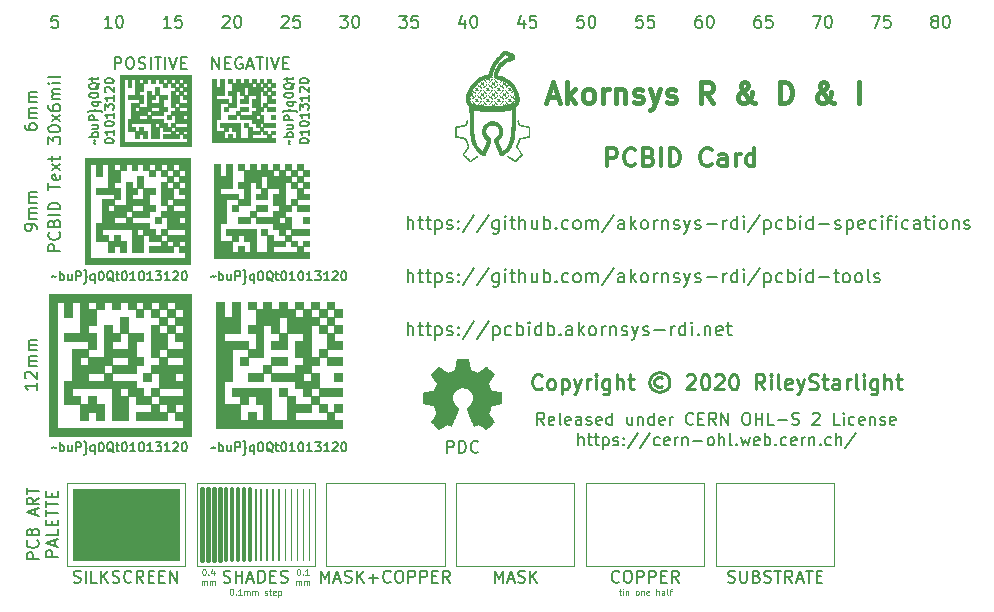
<source format=gto>
G04 #@! TF.GenerationSoftware,KiCad,Pcbnew,5.1.6-c6e7f7d~87~ubuntu18.04.1*
G04 #@! TF.CreationDate,2020-08-01T12:19:59+02:00*
G04 #@! TF.ProjectId,pcbid-card,70636269-642d-4636-9172-642e6b696361,v1.0*
G04 #@! TF.SameCoordinates,Original*
G04 #@! TF.FileFunction,Legend,Top*
G04 #@! TF.FilePolarity,Positive*
%FSLAX46Y46*%
G04 Gerber Fmt 4.6, Leading zero omitted, Abs format (unit mm)*
G04 Created by KiCad (PCBNEW 5.1.6-c6e7f7d~87~ubuntu18.04.1) date 2020-08-01 12:19:59*
%MOMM*%
%LPD*%
G01*
G04 APERTURE LIST*
%ADD10C,0.152400*%
%ADD11C,0.203200*%
%ADD12C,0.381000*%
%ADD13C,0.304800*%
%ADD14C,0.254000*%
%ADD15C,0.101600*%
%ADD16C,0.150000*%
%ADD17C,0.100000*%
%ADD18C,0.200000*%
%ADD19C,0.300000*%
%ADD20C,0.400000*%
%ADD21C,0.120000*%
%ADD22C,0.010000*%
G04 APERTURE END LIST*
D10*
X5459619Y-24378095D02*
X4443619Y-24378095D01*
X4443619Y-23991047D01*
X4492000Y-23894285D01*
X4540380Y-23845904D01*
X4637142Y-23797523D01*
X4782285Y-23797523D01*
X4879047Y-23845904D01*
X4927428Y-23894285D01*
X4975809Y-23991047D01*
X4975809Y-24378095D01*
X5362857Y-22781523D02*
X5411238Y-22829904D01*
X5459619Y-22975047D01*
X5459619Y-23071809D01*
X5411238Y-23216952D01*
X5314476Y-23313714D01*
X5217714Y-23362095D01*
X5024190Y-23410476D01*
X4879047Y-23410476D01*
X4685523Y-23362095D01*
X4588761Y-23313714D01*
X4492000Y-23216952D01*
X4443619Y-23071809D01*
X4443619Y-22975047D01*
X4492000Y-22829904D01*
X4540380Y-22781523D01*
X4927428Y-22007428D02*
X4975809Y-21862285D01*
X5024190Y-21813904D01*
X5120952Y-21765523D01*
X5266095Y-21765523D01*
X5362857Y-21813904D01*
X5411238Y-21862285D01*
X5459619Y-21959047D01*
X5459619Y-22346095D01*
X4443619Y-22346095D01*
X4443619Y-22007428D01*
X4492000Y-21910666D01*
X4540380Y-21862285D01*
X4637142Y-21813904D01*
X4733904Y-21813904D01*
X4830666Y-21862285D01*
X4879047Y-21910666D01*
X4927428Y-22007428D01*
X4927428Y-22346095D01*
X5459619Y-21330095D02*
X4443619Y-21330095D01*
X5459619Y-20846285D02*
X4443619Y-20846285D01*
X4443619Y-20604380D01*
X4492000Y-20459238D01*
X4588761Y-20362476D01*
X4685523Y-20314095D01*
X4879047Y-20265714D01*
X5024190Y-20265714D01*
X5217714Y-20314095D01*
X5314476Y-20362476D01*
X5411238Y-20459238D01*
X5459619Y-20604380D01*
X5459619Y-20846285D01*
X4443619Y-19201333D02*
X4443619Y-18620761D01*
X5459619Y-18911047D02*
X4443619Y-18911047D01*
X5411238Y-17895047D02*
X5459619Y-17991809D01*
X5459619Y-18185333D01*
X5411238Y-18282095D01*
X5314476Y-18330476D01*
X4927428Y-18330476D01*
X4830666Y-18282095D01*
X4782285Y-18185333D01*
X4782285Y-17991809D01*
X4830666Y-17895047D01*
X4927428Y-17846666D01*
X5024190Y-17846666D01*
X5120952Y-18330476D01*
X5459619Y-17508000D02*
X4782285Y-16975809D01*
X4782285Y-17508000D02*
X5459619Y-16975809D01*
X4782285Y-16733904D02*
X4782285Y-16346857D01*
X4443619Y-16588761D02*
X5314476Y-16588761D01*
X5411238Y-16540380D01*
X5459619Y-16443619D01*
X5459619Y-16346857D01*
X4443619Y-15330857D02*
X4443619Y-14701904D01*
X4830666Y-15040571D01*
X4830666Y-14895428D01*
X4879047Y-14798666D01*
X4927428Y-14750285D01*
X5024190Y-14701904D01*
X5266095Y-14701904D01*
X5362857Y-14750285D01*
X5411238Y-14798666D01*
X5459619Y-14895428D01*
X5459619Y-15185714D01*
X5411238Y-15282476D01*
X5362857Y-15330857D01*
X4443619Y-14072952D02*
X4443619Y-13976190D01*
X4492000Y-13879428D01*
X4540380Y-13831047D01*
X4637142Y-13782666D01*
X4830666Y-13734285D01*
X5072571Y-13734285D01*
X5266095Y-13782666D01*
X5362857Y-13831047D01*
X5411238Y-13879428D01*
X5459619Y-13976190D01*
X5459619Y-14072952D01*
X5411238Y-14169714D01*
X5362857Y-14218095D01*
X5266095Y-14266476D01*
X5072571Y-14314857D01*
X4830666Y-14314857D01*
X4637142Y-14266476D01*
X4540380Y-14218095D01*
X4492000Y-14169714D01*
X4443619Y-14072952D01*
X5459619Y-13395619D02*
X4782285Y-12863428D01*
X4782285Y-13395619D02*
X5459619Y-12863428D01*
X4443619Y-12040952D02*
X4443619Y-12234476D01*
X4492000Y-12331238D01*
X4540380Y-12379619D01*
X4685523Y-12476380D01*
X4879047Y-12524761D01*
X5266095Y-12524761D01*
X5362857Y-12476380D01*
X5411238Y-12428000D01*
X5459619Y-12331238D01*
X5459619Y-12137714D01*
X5411238Y-12040952D01*
X5362857Y-11992571D01*
X5266095Y-11944190D01*
X5024190Y-11944190D01*
X4927428Y-11992571D01*
X4879047Y-12040952D01*
X4830666Y-12137714D01*
X4830666Y-12331238D01*
X4879047Y-12428000D01*
X4927428Y-12476380D01*
X5024190Y-12524761D01*
X5459619Y-11508761D02*
X4782285Y-11508761D01*
X4879047Y-11508761D02*
X4830666Y-11460380D01*
X4782285Y-11363619D01*
X4782285Y-11218476D01*
X4830666Y-11121714D01*
X4927428Y-11073333D01*
X5459619Y-11073333D01*
X4927428Y-11073333D02*
X4830666Y-11024952D01*
X4782285Y-10928190D01*
X4782285Y-10783047D01*
X4830666Y-10686285D01*
X4927428Y-10637904D01*
X5459619Y-10637904D01*
X5459619Y-10154095D02*
X4782285Y-10154095D01*
X4443619Y-10154095D02*
X4492000Y-10202476D01*
X4540380Y-10154095D01*
X4492000Y-10105714D01*
X4443619Y-10154095D01*
X4540380Y-10154095D01*
X5459619Y-9525142D02*
X5411238Y-9621904D01*
X5314476Y-9670285D01*
X4443619Y-9670285D01*
X18340964Y-8959619D02*
X18340964Y-7943619D01*
X18921536Y-8959619D01*
X18921536Y-7943619D01*
X19405345Y-8427428D02*
X19744012Y-8427428D01*
X19889155Y-8959619D02*
X19405345Y-8959619D01*
X19405345Y-7943619D01*
X19889155Y-7943619D01*
X20856774Y-7992000D02*
X20760012Y-7943619D01*
X20614869Y-7943619D01*
X20469726Y-7992000D01*
X20372964Y-8088761D01*
X20324583Y-8185523D01*
X20276202Y-8379047D01*
X20276202Y-8524190D01*
X20324583Y-8717714D01*
X20372964Y-8814476D01*
X20469726Y-8911238D01*
X20614869Y-8959619D01*
X20711631Y-8959619D01*
X20856774Y-8911238D01*
X20905155Y-8862857D01*
X20905155Y-8524190D01*
X20711631Y-8524190D01*
X21292202Y-8669333D02*
X21776012Y-8669333D01*
X21195440Y-8959619D02*
X21534107Y-7943619D01*
X21872774Y-8959619D01*
X22066298Y-7943619D02*
X22646869Y-7943619D01*
X22356583Y-8959619D02*
X22356583Y-7943619D01*
X22985536Y-8959619D02*
X22985536Y-7943619D01*
X23324202Y-7943619D02*
X23662869Y-8959619D01*
X24001536Y-7943619D01*
X24340202Y-8427428D02*
X24678869Y-8427428D01*
X24824012Y-8959619D02*
X24340202Y-8959619D01*
X24340202Y-7943619D01*
X24824012Y-7943619D01*
X2443619Y-13661142D02*
X2443619Y-13854666D01*
X2492000Y-13951428D01*
X2540380Y-13999809D01*
X2685523Y-14096571D01*
X2879047Y-14144952D01*
X3266095Y-14144952D01*
X3362857Y-14096571D01*
X3411238Y-14048190D01*
X3459619Y-13951428D01*
X3459619Y-13757904D01*
X3411238Y-13661142D01*
X3362857Y-13612761D01*
X3266095Y-13564380D01*
X3024190Y-13564380D01*
X2927428Y-13612761D01*
X2879047Y-13661142D01*
X2830666Y-13757904D01*
X2830666Y-13951428D01*
X2879047Y-14048190D01*
X2927428Y-14096571D01*
X3024190Y-14144952D01*
X3459619Y-13128952D02*
X2782285Y-13128952D01*
X2879047Y-13128952D02*
X2830666Y-13080571D01*
X2782285Y-12983809D01*
X2782285Y-12838666D01*
X2830666Y-12741904D01*
X2927428Y-12693523D01*
X3459619Y-12693523D01*
X2927428Y-12693523D02*
X2830666Y-12645142D01*
X2782285Y-12548380D01*
X2782285Y-12403238D01*
X2830666Y-12306476D01*
X2927428Y-12258095D01*
X3459619Y-12258095D01*
X3459619Y-11774285D02*
X2782285Y-11774285D01*
X2879047Y-11774285D02*
X2830666Y-11725904D01*
X2782285Y-11629142D01*
X2782285Y-11484000D01*
X2830666Y-11387238D01*
X2927428Y-11338857D01*
X3459619Y-11338857D01*
X2927428Y-11338857D02*
X2830666Y-11290476D01*
X2782285Y-11193714D01*
X2782285Y-11048571D01*
X2830666Y-10951809D01*
X2927428Y-10903428D01*
X3459619Y-10903428D01*
X3459619Y-22548190D02*
X3459619Y-22354666D01*
X3411238Y-22257904D01*
X3362857Y-22209523D01*
X3217714Y-22112761D01*
X3024190Y-22064380D01*
X2637142Y-22064380D01*
X2540380Y-22112761D01*
X2492000Y-22161142D01*
X2443619Y-22257904D01*
X2443619Y-22451428D01*
X2492000Y-22548190D01*
X2540380Y-22596571D01*
X2637142Y-22644952D01*
X2879047Y-22644952D01*
X2975809Y-22596571D01*
X3024190Y-22548190D01*
X3072571Y-22451428D01*
X3072571Y-22257904D01*
X3024190Y-22161142D01*
X2975809Y-22112761D01*
X2879047Y-22064380D01*
X3459619Y-21628952D02*
X2782285Y-21628952D01*
X2879047Y-21628952D02*
X2830666Y-21580571D01*
X2782285Y-21483809D01*
X2782285Y-21338666D01*
X2830666Y-21241904D01*
X2927428Y-21193523D01*
X3459619Y-21193523D01*
X2927428Y-21193523D02*
X2830666Y-21145142D01*
X2782285Y-21048380D01*
X2782285Y-20903238D01*
X2830666Y-20806476D01*
X2927428Y-20758095D01*
X3459619Y-20758095D01*
X3459619Y-20274285D02*
X2782285Y-20274285D01*
X2879047Y-20274285D02*
X2830666Y-20225904D01*
X2782285Y-20129142D01*
X2782285Y-19984000D01*
X2830666Y-19887238D01*
X2927428Y-19838857D01*
X3459619Y-19838857D01*
X2927428Y-19838857D02*
X2830666Y-19790476D01*
X2782285Y-19693714D01*
X2782285Y-19548571D01*
X2830666Y-19451809D01*
X2927428Y-19403428D01*
X3459619Y-19403428D01*
X3459619Y-35548190D02*
X3459619Y-36128761D01*
X3459619Y-35838476D02*
X2443619Y-35838476D01*
X2588761Y-35935238D01*
X2685523Y-36032000D01*
X2733904Y-36128761D01*
X2540380Y-35161142D02*
X2492000Y-35112761D01*
X2443619Y-35016000D01*
X2443619Y-34774095D01*
X2492000Y-34677333D01*
X2540380Y-34628952D01*
X2637142Y-34580571D01*
X2733904Y-34580571D01*
X2879047Y-34628952D01*
X3459619Y-35209523D01*
X3459619Y-34580571D01*
X3459619Y-34145142D02*
X2782285Y-34145142D01*
X2879047Y-34145142D02*
X2830666Y-34096761D01*
X2782285Y-34000000D01*
X2782285Y-33854857D01*
X2830666Y-33758095D01*
X2927428Y-33709714D01*
X3459619Y-33709714D01*
X2927428Y-33709714D02*
X2830666Y-33661333D01*
X2782285Y-33564571D01*
X2782285Y-33419428D01*
X2830666Y-33322666D01*
X2927428Y-33274285D01*
X3459619Y-33274285D01*
X3459619Y-32790476D02*
X2782285Y-32790476D01*
X2879047Y-32790476D02*
X2830666Y-32742095D01*
X2782285Y-32645333D01*
X2782285Y-32500190D01*
X2830666Y-32403428D01*
X2927428Y-32355047D01*
X3459619Y-32355047D01*
X2927428Y-32355047D02*
X2830666Y-32306666D01*
X2782285Y-32209904D01*
X2782285Y-32064761D01*
X2830666Y-31968000D01*
X2927428Y-31919619D01*
X3459619Y-31919619D01*
X8406728Y-15348428D02*
X8370442Y-15312142D01*
X8334157Y-15239571D01*
X8406728Y-15094428D01*
X8370442Y-15021857D01*
X8334157Y-14985571D01*
X8697014Y-14695285D02*
X7935014Y-14695285D01*
X8225300Y-14695285D02*
X8189014Y-14622714D01*
X8189014Y-14477571D01*
X8225300Y-14405000D01*
X8261585Y-14368714D01*
X8334157Y-14332428D01*
X8551871Y-14332428D01*
X8624442Y-14368714D01*
X8660728Y-14405000D01*
X8697014Y-14477571D01*
X8697014Y-14622714D01*
X8660728Y-14695285D01*
X8189014Y-13679285D02*
X8697014Y-13679285D01*
X8189014Y-14005857D02*
X8588157Y-14005857D01*
X8660728Y-13969571D01*
X8697014Y-13897000D01*
X8697014Y-13788142D01*
X8660728Y-13715571D01*
X8624442Y-13679285D01*
X8697014Y-13316428D02*
X7935014Y-13316428D01*
X7935014Y-13026142D01*
X7971300Y-12953571D01*
X8007585Y-12917285D01*
X8080157Y-12881000D01*
X8189014Y-12881000D01*
X8261585Y-12917285D01*
X8297871Y-12953571D01*
X8334157Y-13026142D01*
X8334157Y-13316428D01*
X8987300Y-12627000D02*
X8987300Y-12590714D01*
X8951014Y-12518142D01*
X8878442Y-12481857D01*
X8515585Y-12481857D01*
X8443014Y-12445571D01*
X8406728Y-12373000D01*
X8370442Y-12445571D01*
X8297871Y-12481857D01*
X7935014Y-12481857D01*
X7862442Y-12518142D01*
X7826157Y-12590714D01*
X7826157Y-12627000D01*
X8189014Y-11719857D02*
X8951014Y-11719857D01*
X8660728Y-11719857D02*
X8697014Y-11792428D01*
X8697014Y-11937571D01*
X8660728Y-12010142D01*
X8624442Y-12046428D01*
X8551871Y-12082714D01*
X8334157Y-12082714D01*
X8261585Y-12046428D01*
X8225300Y-12010142D01*
X8189014Y-11937571D01*
X8189014Y-11792428D01*
X8225300Y-11719857D01*
X7935014Y-11211857D02*
X7935014Y-11139285D01*
X7971300Y-11066714D01*
X8007585Y-11030428D01*
X8080157Y-10994142D01*
X8225300Y-10957857D01*
X8406728Y-10957857D01*
X8551871Y-10994142D01*
X8624442Y-11030428D01*
X8660728Y-11066714D01*
X8697014Y-11139285D01*
X8697014Y-11211857D01*
X8660728Y-11284428D01*
X8624442Y-11320714D01*
X8551871Y-11357000D01*
X8406728Y-11393285D01*
X8225300Y-11393285D01*
X8080157Y-11357000D01*
X8007585Y-11320714D01*
X7971300Y-11284428D01*
X7935014Y-11211857D01*
X8769585Y-10123285D02*
X8733300Y-10195857D01*
X8660728Y-10268428D01*
X8551871Y-10377285D01*
X8515585Y-10449857D01*
X8515585Y-10522428D01*
X8697014Y-10486142D02*
X8660728Y-10558714D01*
X8588157Y-10631285D01*
X8443014Y-10667571D01*
X8189014Y-10667571D01*
X8043871Y-10631285D01*
X7971300Y-10558714D01*
X7935014Y-10486142D01*
X7935014Y-10341000D01*
X7971300Y-10268428D01*
X8043871Y-10195857D01*
X8189014Y-10159571D01*
X8443014Y-10159571D01*
X8588157Y-10195857D01*
X8660728Y-10268428D01*
X8697014Y-10341000D01*
X8697014Y-10486142D01*
X8189014Y-9941857D02*
X8189014Y-9651571D01*
X7935014Y-9833000D02*
X8588157Y-9833000D01*
X8660728Y-9796714D01*
X8697014Y-9724142D01*
X8697014Y-9651571D01*
X9230414Y-15076285D02*
X9230414Y-15003714D01*
X9266700Y-14931142D01*
X9302985Y-14894857D01*
X9375557Y-14858571D01*
X9520700Y-14822285D01*
X9702128Y-14822285D01*
X9847271Y-14858571D01*
X9919842Y-14894857D01*
X9956128Y-14931142D01*
X9992414Y-15003714D01*
X9992414Y-15076285D01*
X9956128Y-15148857D01*
X9919842Y-15185142D01*
X9847271Y-15221428D01*
X9702128Y-15257714D01*
X9520700Y-15257714D01*
X9375557Y-15221428D01*
X9302985Y-15185142D01*
X9266700Y-15148857D01*
X9230414Y-15076285D01*
X9992414Y-14096571D02*
X9992414Y-14532000D01*
X9992414Y-14314285D02*
X9230414Y-14314285D01*
X9339271Y-14386857D01*
X9411842Y-14459428D01*
X9448128Y-14532000D01*
X9230414Y-13624857D02*
X9230414Y-13552285D01*
X9266700Y-13479714D01*
X9302985Y-13443428D01*
X9375557Y-13407142D01*
X9520700Y-13370857D01*
X9702128Y-13370857D01*
X9847271Y-13407142D01*
X9919842Y-13443428D01*
X9956128Y-13479714D01*
X9992414Y-13552285D01*
X9992414Y-13624857D01*
X9956128Y-13697428D01*
X9919842Y-13733714D01*
X9847271Y-13770000D01*
X9702128Y-13806285D01*
X9520700Y-13806285D01*
X9375557Y-13770000D01*
X9302985Y-13733714D01*
X9266700Y-13697428D01*
X9230414Y-13624857D01*
X9992414Y-12645142D02*
X9992414Y-13080571D01*
X9992414Y-12862857D02*
X9230414Y-12862857D01*
X9339271Y-12935428D01*
X9411842Y-13008000D01*
X9448128Y-13080571D01*
X9230414Y-12391142D02*
X9230414Y-11919428D01*
X9520700Y-12173428D01*
X9520700Y-12064571D01*
X9556985Y-11992000D01*
X9593271Y-11955714D01*
X9665842Y-11919428D01*
X9847271Y-11919428D01*
X9919842Y-11955714D01*
X9956128Y-11992000D01*
X9992414Y-12064571D01*
X9992414Y-12282285D01*
X9956128Y-12354857D01*
X9919842Y-12391142D01*
X9992414Y-11193714D02*
X9992414Y-11629142D01*
X9992414Y-11411428D02*
X9230414Y-11411428D01*
X9339271Y-11484000D01*
X9411842Y-11556571D01*
X9448128Y-11629142D01*
X9302985Y-10903428D02*
X9266700Y-10867142D01*
X9230414Y-10794571D01*
X9230414Y-10613142D01*
X9266700Y-10540571D01*
X9302985Y-10504285D01*
X9375557Y-10468000D01*
X9448128Y-10468000D01*
X9556985Y-10504285D01*
X9992414Y-10939714D01*
X9992414Y-10468000D01*
X9230414Y-9996285D02*
X9230414Y-9923714D01*
X9266700Y-9851142D01*
X9302985Y-9814857D01*
X9375557Y-9778571D01*
X9520700Y-9742285D01*
X9702128Y-9742285D01*
X9847271Y-9778571D01*
X9919842Y-9814857D01*
X9956128Y-9851142D01*
X9992414Y-9923714D01*
X9992414Y-9996285D01*
X9956128Y-10068857D01*
X9919842Y-10105142D01*
X9847271Y-10141428D01*
X9702128Y-10177714D01*
X9520700Y-10177714D01*
X9375557Y-10141428D01*
X9302985Y-10105142D01*
X9266700Y-10068857D01*
X9230414Y-9996285D01*
X24906728Y-15348428D02*
X24870442Y-15312142D01*
X24834157Y-15239571D01*
X24906728Y-15094428D01*
X24870442Y-15021857D01*
X24834157Y-14985571D01*
X25197014Y-14695285D02*
X24435014Y-14695285D01*
X24725300Y-14695285D02*
X24689014Y-14622714D01*
X24689014Y-14477571D01*
X24725300Y-14405000D01*
X24761585Y-14368714D01*
X24834157Y-14332428D01*
X25051871Y-14332428D01*
X25124442Y-14368714D01*
X25160728Y-14405000D01*
X25197014Y-14477571D01*
X25197014Y-14622714D01*
X25160728Y-14695285D01*
X24689014Y-13679285D02*
X25197014Y-13679285D01*
X24689014Y-14005857D02*
X25088157Y-14005857D01*
X25160728Y-13969571D01*
X25197014Y-13897000D01*
X25197014Y-13788142D01*
X25160728Y-13715571D01*
X25124442Y-13679285D01*
X25197014Y-13316428D02*
X24435014Y-13316428D01*
X24435014Y-13026142D01*
X24471300Y-12953571D01*
X24507585Y-12917285D01*
X24580157Y-12881000D01*
X24689014Y-12881000D01*
X24761585Y-12917285D01*
X24797871Y-12953571D01*
X24834157Y-13026142D01*
X24834157Y-13316428D01*
X25487300Y-12627000D02*
X25487300Y-12590714D01*
X25451014Y-12518142D01*
X25378442Y-12481857D01*
X25015585Y-12481857D01*
X24943014Y-12445571D01*
X24906728Y-12373000D01*
X24870442Y-12445571D01*
X24797871Y-12481857D01*
X24435014Y-12481857D01*
X24362442Y-12518142D01*
X24326157Y-12590714D01*
X24326157Y-12627000D01*
X24689014Y-11719857D02*
X25451014Y-11719857D01*
X25160728Y-11719857D02*
X25197014Y-11792428D01*
X25197014Y-11937571D01*
X25160728Y-12010142D01*
X25124442Y-12046428D01*
X25051871Y-12082714D01*
X24834157Y-12082714D01*
X24761585Y-12046428D01*
X24725300Y-12010142D01*
X24689014Y-11937571D01*
X24689014Y-11792428D01*
X24725300Y-11719857D01*
X24435014Y-11211857D02*
X24435014Y-11139285D01*
X24471300Y-11066714D01*
X24507585Y-11030428D01*
X24580157Y-10994142D01*
X24725300Y-10957857D01*
X24906728Y-10957857D01*
X25051871Y-10994142D01*
X25124442Y-11030428D01*
X25160728Y-11066714D01*
X25197014Y-11139285D01*
X25197014Y-11211857D01*
X25160728Y-11284428D01*
X25124442Y-11320714D01*
X25051871Y-11357000D01*
X24906728Y-11393285D01*
X24725300Y-11393285D01*
X24580157Y-11357000D01*
X24507585Y-11320714D01*
X24471300Y-11284428D01*
X24435014Y-11211857D01*
X25269585Y-10123285D02*
X25233300Y-10195857D01*
X25160728Y-10268428D01*
X25051871Y-10377285D01*
X25015585Y-10449857D01*
X25015585Y-10522428D01*
X25197014Y-10486142D02*
X25160728Y-10558714D01*
X25088157Y-10631285D01*
X24943014Y-10667571D01*
X24689014Y-10667571D01*
X24543871Y-10631285D01*
X24471300Y-10558714D01*
X24435014Y-10486142D01*
X24435014Y-10341000D01*
X24471300Y-10268428D01*
X24543871Y-10195857D01*
X24689014Y-10159571D01*
X24943014Y-10159571D01*
X25088157Y-10195857D01*
X25160728Y-10268428D01*
X25197014Y-10341000D01*
X25197014Y-10486142D01*
X24689014Y-9941857D02*
X24689014Y-9651571D01*
X24435014Y-9833000D02*
X25088157Y-9833000D01*
X25160728Y-9796714D01*
X25197014Y-9724142D01*
X25197014Y-9651571D01*
X25730414Y-15076285D02*
X25730414Y-15003714D01*
X25766700Y-14931142D01*
X25802985Y-14894857D01*
X25875557Y-14858571D01*
X26020700Y-14822285D01*
X26202128Y-14822285D01*
X26347271Y-14858571D01*
X26419842Y-14894857D01*
X26456128Y-14931142D01*
X26492414Y-15003714D01*
X26492414Y-15076285D01*
X26456128Y-15148857D01*
X26419842Y-15185142D01*
X26347271Y-15221428D01*
X26202128Y-15257714D01*
X26020700Y-15257714D01*
X25875557Y-15221428D01*
X25802985Y-15185142D01*
X25766700Y-15148857D01*
X25730414Y-15076285D01*
X26492414Y-14096571D02*
X26492414Y-14532000D01*
X26492414Y-14314285D02*
X25730414Y-14314285D01*
X25839271Y-14386857D01*
X25911842Y-14459428D01*
X25948128Y-14532000D01*
X25730414Y-13624857D02*
X25730414Y-13552285D01*
X25766700Y-13479714D01*
X25802985Y-13443428D01*
X25875557Y-13407142D01*
X26020700Y-13370857D01*
X26202128Y-13370857D01*
X26347271Y-13407142D01*
X26419842Y-13443428D01*
X26456128Y-13479714D01*
X26492414Y-13552285D01*
X26492414Y-13624857D01*
X26456128Y-13697428D01*
X26419842Y-13733714D01*
X26347271Y-13770000D01*
X26202128Y-13806285D01*
X26020700Y-13806285D01*
X25875557Y-13770000D01*
X25802985Y-13733714D01*
X25766700Y-13697428D01*
X25730414Y-13624857D01*
X26492414Y-12645142D02*
X26492414Y-13080571D01*
X26492414Y-12862857D02*
X25730414Y-12862857D01*
X25839271Y-12935428D01*
X25911842Y-13008000D01*
X25948128Y-13080571D01*
X25730414Y-12391142D02*
X25730414Y-11919428D01*
X26020700Y-12173428D01*
X26020700Y-12064571D01*
X26056985Y-11992000D01*
X26093271Y-11955714D01*
X26165842Y-11919428D01*
X26347271Y-11919428D01*
X26419842Y-11955714D01*
X26456128Y-11992000D01*
X26492414Y-12064571D01*
X26492414Y-12282285D01*
X26456128Y-12354857D01*
X26419842Y-12391142D01*
X26492414Y-11193714D02*
X26492414Y-11629142D01*
X26492414Y-11411428D02*
X25730414Y-11411428D01*
X25839271Y-11484000D01*
X25911842Y-11556571D01*
X25948128Y-11629142D01*
X25802985Y-10903428D02*
X25766700Y-10867142D01*
X25730414Y-10794571D01*
X25730414Y-10613142D01*
X25766700Y-10540571D01*
X25802985Y-10504285D01*
X25875557Y-10468000D01*
X25948128Y-10468000D01*
X26056985Y-10504285D01*
X26492414Y-10939714D01*
X26492414Y-10468000D01*
X25730414Y-9996285D02*
X25730414Y-9923714D01*
X25766700Y-9851142D01*
X25802985Y-9814857D01*
X25875557Y-9778571D01*
X26020700Y-9742285D01*
X26202128Y-9742285D01*
X26347271Y-9778571D01*
X26419842Y-9814857D01*
X26456128Y-9851142D01*
X26492414Y-9923714D01*
X26492414Y-9996285D01*
X26456128Y-10068857D01*
X26419842Y-10105142D01*
X26347271Y-10141428D01*
X26202128Y-10177714D01*
X26020700Y-10177714D01*
X25875557Y-10141428D01*
X25802985Y-10105142D01*
X25766700Y-10068857D01*
X25730414Y-9996285D01*
X18248714Y-26554428D02*
X18285000Y-26518142D01*
X18357571Y-26481857D01*
X18502714Y-26554428D01*
X18575285Y-26518142D01*
X18611571Y-26481857D01*
X18901857Y-26844714D02*
X18901857Y-26082714D01*
X18901857Y-26373000D02*
X18974428Y-26336714D01*
X19119571Y-26336714D01*
X19192142Y-26373000D01*
X19228428Y-26409285D01*
X19264714Y-26481857D01*
X19264714Y-26699571D01*
X19228428Y-26772142D01*
X19192142Y-26808428D01*
X19119571Y-26844714D01*
X18974428Y-26844714D01*
X18901857Y-26808428D01*
X19917857Y-26336714D02*
X19917857Y-26844714D01*
X19591285Y-26336714D02*
X19591285Y-26735857D01*
X19627571Y-26808428D01*
X19700142Y-26844714D01*
X19809000Y-26844714D01*
X19881571Y-26808428D01*
X19917857Y-26772142D01*
X20280714Y-26844714D02*
X20280714Y-26082714D01*
X20571000Y-26082714D01*
X20643571Y-26119000D01*
X20679857Y-26155285D01*
X20716142Y-26227857D01*
X20716142Y-26336714D01*
X20679857Y-26409285D01*
X20643571Y-26445571D01*
X20571000Y-26481857D01*
X20280714Y-26481857D01*
X20970142Y-27135000D02*
X21006428Y-27135000D01*
X21079000Y-27098714D01*
X21115285Y-27026142D01*
X21115285Y-26663285D01*
X21151571Y-26590714D01*
X21224142Y-26554428D01*
X21151571Y-26518142D01*
X21115285Y-26445571D01*
X21115285Y-26082714D01*
X21079000Y-26010142D01*
X21006428Y-25973857D01*
X20970142Y-25973857D01*
X21877285Y-26336714D02*
X21877285Y-27098714D01*
X21877285Y-26808428D02*
X21804714Y-26844714D01*
X21659571Y-26844714D01*
X21587000Y-26808428D01*
X21550714Y-26772142D01*
X21514428Y-26699571D01*
X21514428Y-26481857D01*
X21550714Y-26409285D01*
X21587000Y-26373000D01*
X21659571Y-26336714D01*
X21804714Y-26336714D01*
X21877285Y-26373000D01*
X22385285Y-26082714D02*
X22457857Y-26082714D01*
X22530428Y-26119000D01*
X22566714Y-26155285D01*
X22603000Y-26227857D01*
X22639285Y-26373000D01*
X22639285Y-26554428D01*
X22603000Y-26699571D01*
X22566714Y-26772142D01*
X22530428Y-26808428D01*
X22457857Y-26844714D01*
X22385285Y-26844714D01*
X22312714Y-26808428D01*
X22276428Y-26772142D01*
X22240142Y-26699571D01*
X22203857Y-26554428D01*
X22203857Y-26373000D01*
X22240142Y-26227857D01*
X22276428Y-26155285D01*
X22312714Y-26119000D01*
X22385285Y-26082714D01*
X23473857Y-26917285D02*
X23401285Y-26881000D01*
X23328714Y-26808428D01*
X23219857Y-26699571D01*
X23147285Y-26663285D01*
X23074714Y-26663285D01*
X23111000Y-26844714D02*
X23038428Y-26808428D01*
X22965857Y-26735857D01*
X22929571Y-26590714D01*
X22929571Y-26336714D01*
X22965857Y-26191571D01*
X23038428Y-26119000D01*
X23111000Y-26082714D01*
X23256142Y-26082714D01*
X23328714Y-26119000D01*
X23401285Y-26191571D01*
X23437571Y-26336714D01*
X23437571Y-26590714D01*
X23401285Y-26735857D01*
X23328714Y-26808428D01*
X23256142Y-26844714D01*
X23111000Y-26844714D01*
X23655285Y-26336714D02*
X23945571Y-26336714D01*
X23764142Y-26082714D02*
X23764142Y-26735857D01*
X23800428Y-26808428D01*
X23873000Y-26844714D01*
X23945571Y-26844714D01*
X24344714Y-26082714D02*
X24417285Y-26082714D01*
X24489857Y-26119000D01*
X24526142Y-26155285D01*
X24562428Y-26227857D01*
X24598714Y-26373000D01*
X24598714Y-26554428D01*
X24562428Y-26699571D01*
X24526142Y-26772142D01*
X24489857Y-26808428D01*
X24417285Y-26844714D01*
X24344714Y-26844714D01*
X24272142Y-26808428D01*
X24235857Y-26772142D01*
X24199571Y-26699571D01*
X24163285Y-26554428D01*
X24163285Y-26373000D01*
X24199571Y-26227857D01*
X24235857Y-26155285D01*
X24272142Y-26119000D01*
X24344714Y-26082714D01*
X25324428Y-26844714D02*
X24889000Y-26844714D01*
X25106714Y-26844714D02*
X25106714Y-26082714D01*
X25034142Y-26191571D01*
X24961571Y-26264142D01*
X24889000Y-26300428D01*
X25796142Y-26082714D02*
X25868714Y-26082714D01*
X25941285Y-26119000D01*
X25977571Y-26155285D01*
X26013857Y-26227857D01*
X26050142Y-26373000D01*
X26050142Y-26554428D01*
X26013857Y-26699571D01*
X25977571Y-26772142D01*
X25941285Y-26808428D01*
X25868714Y-26844714D01*
X25796142Y-26844714D01*
X25723571Y-26808428D01*
X25687285Y-26772142D01*
X25651000Y-26699571D01*
X25614714Y-26554428D01*
X25614714Y-26373000D01*
X25651000Y-26227857D01*
X25687285Y-26155285D01*
X25723571Y-26119000D01*
X25796142Y-26082714D01*
X26775857Y-26844714D02*
X26340428Y-26844714D01*
X26558142Y-26844714D02*
X26558142Y-26082714D01*
X26485571Y-26191571D01*
X26413000Y-26264142D01*
X26340428Y-26300428D01*
X27029857Y-26082714D02*
X27501571Y-26082714D01*
X27247571Y-26373000D01*
X27356428Y-26373000D01*
X27429000Y-26409285D01*
X27465285Y-26445571D01*
X27501571Y-26518142D01*
X27501571Y-26699571D01*
X27465285Y-26772142D01*
X27429000Y-26808428D01*
X27356428Y-26844714D01*
X27138714Y-26844714D01*
X27066142Y-26808428D01*
X27029857Y-26772142D01*
X28227285Y-26844714D02*
X27791857Y-26844714D01*
X28009571Y-26844714D02*
X28009571Y-26082714D01*
X27937000Y-26191571D01*
X27864428Y-26264142D01*
X27791857Y-26300428D01*
X28517571Y-26155285D02*
X28553857Y-26119000D01*
X28626428Y-26082714D01*
X28807857Y-26082714D01*
X28880428Y-26119000D01*
X28916714Y-26155285D01*
X28953000Y-26227857D01*
X28953000Y-26300428D01*
X28916714Y-26409285D01*
X28481285Y-26844714D01*
X28953000Y-26844714D01*
X29424714Y-26082714D02*
X29497285Y-26082714D01*
X29569857Y-26119000D01*
X29606142Y-26155285D01*
X29642428Y-26227857D01*
X29678714Y-26373000D01*
X29678714Y-26554428D01*
X29642428Y-26699571D01*
X29606142Y-26772142D01*
X29569857Y-26808428D01*
X29497285Y-26844714D01*
X29424714Y-26844714D01*
X29352142Y-26808428D01*
X29315857Y-26772142D01*
X29279571Y-26699571D01*
X29243285Y-26554428D01*
X29243285Y-26373000D01*
X29279571Y-26227857D01*
X29315857Y-26155285D01*
X29352142Y-26119000D01*
X29424714Y-26082714D01*
X4748714Y-26554428D02*
X4785000Y-26518142D01*
X4857571Y-26481857D01*
X5002714Y-26554428D01*
X5075285Y-26518142D01*
X5111571Y-26481857D01*
X5401857Y-26844714D02*
X5401857Y-26082714D01*
X5401857Y-26373000D02*
X5474428Y-26336714D01*
X5619571Y-26336714D01*
X5692142Y-26373000D01*
X5728428Y-26409285D01*
X5764714Y-26481857D01*
X5764714Y-26699571D01*
X5728428Y-26772142D01*
X5692142Y-26808428D01*
X5619571Y-26844714D01*
X5474428Y-26844714D01*
X5401857Y-26808428D01*
X6417857Y-26336714D02*
X6417857Y-26844714D01*
X6091285Y-26336714D02*
X6091285Y-26735857D01*
X6127571Y-26808428D01*
X6200142Y-26844714D01*
X6309000Y-26844714D01*
X6381571Y-26808428D01*
X6417857Y-26772142D01*
X6780714Y-26844714D02*
X6780714Y-26082714D01*
X7071000Y-26082714D01*
X7143571Y-26119000D01*
X7179857Y-26155285D01*
X7216142Y-26227857D01*
X7216142Y-26336714D01*
X7179857Y-26409285D01*
X7143571Y-26445571D01*
X7071000Y-26481857D01*
X6780714Y-26481857D01*
X7470142Y-27135000D02*
X7506428Y-27135000D01*
X7579000Y-27098714D01*
X7615285Y-27026142D01*
X7615285Y-26663285D01*
X7651571Y-26590714D01*
X7724142Y-26554428D01*
X7651571Y-26518142D01*
X7615285Y-26445571D01*
X7615285Y-26082714D01*
X7579000Y-26010142D01*
X7506428Y-25973857D01*
X7470142Y-25973857D01*
X8377285Y-26336714D02*
X8377285Y-27098714D01*
X8377285Y-26808428D02*
X8304714Y-26844714D01*
X8159571Y-26844714D01*
X8087000Y-26808428D01*
X8050714Y-26772142D01*
X8014428Y-26699571D01*
X8014428Y-26481857D01*
X8050714Y-26409285D01*
X8087000Y-26373000D01*
X8159571Y-26336714D01*
X8304714Y-26336714D01*
X8377285Y-26373000D01*
X8885285Y-26082714D02*
X8957857Y-26082714D01*
X9030428Y-26119000D01*
X9066714Y-26155285D01*
X9103000Y-26227857D01*
X9139285Y-26373000D01*
X9139285Y-26554428D01*
X9103000Y-26699571D01*
X9066714Y-26772142D01*
X9030428Y-26808428D01*
X8957857Y-26844714D01*
X8885285Y-26844714D01*
X8812714Y-26808428D01*
X8776428Y-26772142D01*
X8740142Y-26699571D01*
X8703857Y-26554428D01*
X8703857Y-26373000D01*
X8740142Y-26227857D01*
X8776428Y-26155285D01*
X8812714Y-26119000D01*
X8885285Y-26082714D01*
X9973857Y-26917285D02*
X9901285Y-26881000D01*
X9828714Y-26808428D01*
X9719857Y-26699571D01*
X9647285Y-26663285D01*
X9574714Y-26663285D01*
X9611000Y-26844714D02*
X9538428Y-26808428D01*
X9465857Y-26735857D01*
X9429571Y-26590714D01*
X9429571Y-26336714D01*
X9465857Y-26191571D01*
X9538428Y-26119000D01*
X9611000Y-26082714D01*
X9756142Y-26082714D01*
X9828714Y-26119000D01*
X9901285Y-26191571D01*
X9937571Y-26336714D01*
X9937571Y-26590714D01*
X9901285Y-26735857D01*
X9828714Y-26808428D01*
X9756142Y-26844714D01*
X9611000Y-26844714D01*
X10155285Y-26336714D02*
X10445571Y-26336714D01*
X10264142Y-26082714D02*
X10264142Y-26735857D01*
X10300428Y-26808428D01*
X10373000Y-26844714D01*
X10445571Y-26844714D01*
X10844714Y-26082714D02*
X10917285Y-26082714D01*
X10989857Y-26119000D01*
X11026142Y-26155285D01*
X11062428Y-26227857D01*
X11098714Y-26373000D01*
X11098714Y-26554428D01*
X11062428Y-26699571D01*
X11026142Y-26772142D01*
X10989857Y-26808428D01*
X10917285Y-26844714D01*
X10844714Y-26844714D01*
X10772142Y-26808428D01*
X10735857Y-26772142D01*
X10699571Y-26699571D01*
X10663285Y-26554428D01*
X10663285Y-26373000D01*
X10699571Y-26227857D01*
X10735857Y-26155285D01*
X10772142Y-26119000D01*
X10844714Y-26082714D01*
X11824428Y-26844714D02*
X11389000Y-26844714D01*
X11606714Y-26844714D02*
X11606714Y-26082714D01*
X11534142Y-26191571D01*
X11461571Y-26264142D01*
X11389000Y-26300428D01*
X12296142Y-26082714D02*
X12368714Y-26082714D01*
X12441285Y-26119000D01*
X12477571Y-26155285D01*
X12513857Y-26227857D01*
X12550142Y-26373000D01*
X12550142Y-26554428D01*
X12513857Y-26699571D01*
X12477571Y-26772142D01*
X12441285Y-26808428D01*
X12368714Y-26844714D01*
X12296142Y-26844714D01*
X12223571Y-26808428D01*
X12187285Y-26772142D01*
X12151000Y-26699571D01*
X12114714Y-26554428D01*
X12114714Y-26373000D01*
X12151000Y-26227857D01*
X12187285Y-26155285D01*
X12223571Y-26119000D01*
X12296142Y-26082714D01*
X13275857Y-26844714D02*
X12840428Y-26844714D01*
X13058142Y-26844714D02*
X13058142Y-26082714D01*
X12985571Y-26191571D01*
X12913000Y-26264142D01*
X12840428Y-26300428D01*
X13529857Y-26082714D02*
X14001571Y-26082714D01*
X13747571Y-26373000D01*
X13856428Y-26373000D01*
X13929000Y-26409285D01*
X13965285Y-26445571D01*
X14001571Y-26518142D01*
X14001571Y-26699571D01*
X13965285Y-26772142D01*
X13929000Y-26808428D01*
X13856428Y-26844714D01*
X13638714Y-26844714D01*
X13566142Y-26808428D01*
X13529857Y-26772142D01*
X14727285Y-26844714D02*
X14291857Y-26844714D01*
X14509571Y-26844714D02*
X14509571Y-26082714D01*
X14437000Y-26191571D01*
X14364428Y-26264142D01*
X14291857Y-26300428D01*
X15017571Y-26155285D02*
X15053857Y-26119000D01*
X15126428Y-26082714D01*
X15307857Y-26082714D01*
X15380428Y-26119000D01*
X15416714Y-26155285D01*
X15453000Y-26227857D01*
X15453000Y-26300428D01*
X15416714Y-26409285D01*
X14981285Y-26844714D01*
X15453000Y-26844714D01*
X15924714Y-26082714D02*
X15997285Y-26082714D01*
X16069857Y-26119000D01*
X16106142Y-26155285D01*
X16142428Y-26227857D01*
X16178714Y-26373000D01*
X16178714Y-26554428D01*
X16142428Y-26699571D01*
X16106142Y-26772142D01*
X16069857Y-26808428D01*
X15997285Y-26844714D01*
X15924714Y-26844714D01*
X15852142Y-26808428D01*
X15815857Y-26772142D01*
X15779571Y-26699571D01*
X15743285Y-26554428D01*
X15743285Y-26373000D01*
X15779571Y-26227857D01*
X15815857Y-26155285D01*
X15852142Y-26119000D01*
X15924714Y-26082714D01*
X4748714Y-41054428D02*
X4785000Y-41018142D01*
X4857571Y-40981857D01*
X5002714Y-41054428D01*
X5075285Y-41018142D01*
X5111571Y-40981857D01*
X5401857Y-41344714D02*
X5401857Y-40582714D01*
X5401857Y-40873000D02*
X5474428Y-40836714D01*
X5619571Y-40836714D01*
X5692142Y-40873000D01*
X5728428Y-40909285D01*
X5764714Y-40981857D01*
X5764714Y-41199571D01*
X5728428Y-41272142D01*
X5692142Y-41308428D01*
X5619571Y-41344714D01*
X5474428Y-41344714D01*
X5401857Y-41308428D01*
X6417857Y-40836714D02*
X6417857Y-41344714D01*
X6091285Y-40836714D02*
X6091285Y-41235857D01*
X6127571Y-41308428D01*
X6200142Y-41344714D01*
X6309000Y-41344714D01*
X6381571Y-41308428D01*
X6417857Y-41272142D01*
X6780714Y-41344714D02*
X6780714Y-40582714D01*
X7071000Y-40582714D01*
X7143571Y-40619000D01*
X7179857Y-40655285D01*
X7216142Y-40727857D01*
X7216142Y-40836714D01*
X7179857Y-40909285D01*
X7143571Y-40945571D01*
X7071000Y-40981857D01*
X6780714Y-40981857D01*
X7470142Y-41635000D02*
X7506428Y-41635000D01*
X7579000Y-41598714D01*
X7615285Y-41526142D01*
X7615285Y-41163285D01*
X7651571Y-41090714D01*
X7724142Y-41054428D01*
X7651571Y-41018142D01*
X7615285Y-40945571D01*
X7615285Y-40582714D01*
X7579000Y-40510142D01*
X7506428Y-40473857D01*
X7470142Y-40473857D01*
X8377285Y-40836714D02*
X8377285Y-41598714D01*
X8377285Y-41308428D02*
X8304714Y-41344714D01*
X8159571Y-41344714D01*
X8087000Y-41308428D01*
X8050714Y-41272142D01*
X8014428Y-41199571D01*
X8014428Y-40981857D01*
X8050714Y-40909285D01*
X8087000Y-40873000D01*
X8159571Y-40836714D01*
X8304714Y-40836714D01*
X8377285Y-40873000D01*
X8885285Y-40582714D02*
X8957857Y-40582714D01*
X9030428Y-40619000D01*
X9066714Y-40655285D01*
X9103000Y-40727857D01*
X9139285Y-40873000D01*
X9139285Y-41054428D01*
X9103000Y-41199571D01*
X9066714Y-41272142D01*
X9030428Y-41308428D01*
X8957857Y-41344714D01*
X8885285Y-41344714D01*
X8812714Y-41308428D01*
X8776428Y-41272142D01*
X8740142Y-41199571D01*
X8703857Y-41054428D01*
X8703857Y-40873000D01*
X8740142Y-40727857D01*
X8776428Y-40655285D01*
X8812714Y-40619000D01*
X8885285Y-40582714D01*
X9973857Y-41417285D02*
X9901285Y-41381000D01*
X9828714Y-41308428D01*
X9719857Y-41199571D01*
X9647285Y-41163285D01*
X9574714Y-41163285D01*
X9611000Y-41344714D02*
X9538428Y-41308428D01*
X9465857Y-41235857D01*
X9429571Y-41090714D01*
X9429571Y-40836714D01*
X9465857Y-40691571D01*
X9538428Y-40619000D01*
X9611000Y-40582714D01*
X9756142Y-40582714D01*
X9828714Y-40619000D01*
X9901285Y-40691571D01*
X9937571Y-40836714D01*
X9937571Y-41090714D01*
X9901285Y-41235857D01*
X9828714Y-41308428D01*
X9756142Y-41344714D01*
X9611000Y-41344714D01*
X10155285Y-40836714D02*
X10445571Y-40836714D01*
X10264142Y-40582714D02*
X10264142Y-41235857D01*
X10300428Y-41308428D01*
X10373000Y-41344714D01*
X10445571Y-41344714D01*
X10844714Y-40582714D02*
X10917285Y-40582714D01*
X10989857Y-40619000D01*
X11026142Y-40655285D01*
X11062428Y-40727857D01*
X11098714Y-40873000D01*
X11098714Y-41054428D01*
X11062428Y-41199571D01*
X11026142Y-41272142D01*
X10989857Y-41308428D01*
X10917285Y-41344714D01*
X10844714Y-41344714D01*
X10772142Y-41308428D01*
X10735857Y-41272142D01*
X10699571Y-41199571D01*
X10663285Y-41054428D01*
X10663285Y-40873000D01*
X10699571Y-40727857D01*
X10735857Y-40655285D01*
X10772142Y-40619000D01*
X10844714Y-40582714D01*
X11824428Y-41344714D02*
X11389000Y-41344714D01*
X11606714Y-41344714D02*
X11606714Y-40582714D01*
X11534142Y-40691571D01*
X11461571Y-40764142D01*
X11389000Y-40800428D01*
X12296142Y-40582714D02*
X12368714Y-40582714D01*
X12441285Y-40619000D01*
X12477571Y-40655285D01*
X12513857Y-40727857D01*
X12550142Y-40873000D01*
X12550142Y-41054428D01*
X12513857Y-41199571D01*
X12477571Y-41272142D01*
X12441285Y-41308428D01*
X12368714Y-41344714D01*
X12296142Y-41344714D01*
X12223571Y-41308428D01*
X12187285Y-41272142D01*
X12151000Y-41199571D01*
X12114714Y-41054428D01*
X12114714Y-40873000D01*
X12151000Y-40727857D01*
X12187285Y-40655285D01*
X12223571Y-40619000D01*
X12296142Y-40582714D01*
X13275857Y-41344714D02*
X12840428Y-41344714D01*
X13058142Y-41344714D02*
X13058142Y-40582714D01*
X12985571Y-40691571D01*
X12913000Y-40764142D01*
X12840428Y-40800428D01*
X13529857Y-40582714D02*
X14001571Y-40582714D01*
X13747571Y-40873000D01*
X13856428Y-40873000D01*
X13929000Y-40909285D01*
X13965285Y-40945571D01*
X14001571Y-41018142D01*
X14001571Y-41199571D01*
X13965285Y-41272142D01*
X13929000Y-41308428D01*
X13856428Y-41344714D01*
X13638714Y-41344714D01*
X13566142Y-41308428D01*
X13529857Y-41272142D01*
X14727285Y-41344714D02*
X14291857Y-41344714D01*
X14509571Y-41344714D02*
X14509571Y-40582714D01*
X14437000Y-40691571D01*
X14364428Y-40764142D01*
X14291857Y-40800428D01*
X15017571Y-40655285D02*
X15053857Y-40619000D01*
X15126428Y-40582714D01*
X15307857Y-40582714D01*
X15380428Y-40619000D01*
X15416714Y-40655285D01*
X15453000Y-40727857D01*
X15453000Y-40800428D01*
X15416714Y-40909285D01*
X14981285Y-41344714D01*
X15453000Y-41344714D01*
X15924714Y-40582714D02*
X15997285Y-40582714D01*
X16069857Y-40619000D01*
X16106142Y-40655285D01*
X16142428Y-40727857D01*
X16178714Y-40873000D01*
X16178714Y-41054428D01*
X16142428Y-41199571D01*
X16106142Y-41272142D01*
X16069857Y-41308428D01*
X15997285Y-41344714D01*
X15924714Y-41344714D01*
X15852142Y-41308428D01*
X15815857Y-41272142D01*
X15779571Y-41199571D01*
X15743285Y-41054428D01*
X15743285Y-40873000D01*
X15779571Y-40727857D01*
X15815857Y-40655285D01*
X15852142Y-40619000D01*
X15924714Y-40582714D01*
X10063035Y-8959619D02*
X10063035Y-7943619D01*
X10450082Y-7943619D01*
X10546844Y-7992000D01*
X10595225Y-8040380D01*
X10643606Y-8137142D01*
X10643606Y-8282285D01*
X10595225Y-8379047D01*
X10546844Y-8427428D01*
X10450082Y-8475809D01*
X10063035Y-8475809D01*
X11272559Y-7943619D02*
X11466082Y-7943619D01*
X11562844Y-7992000D01*
X11659606Y-8088761D01*
X11707987Y-8282285D01*
X11707987Y-8620952D01*
X11659606Y-8814476D01*
X11562844Y-8911238D01*
X11466082Y-8959619D01*
X11272559Y-8959619D01*
X11175797Y-8911238D01*
X11079035Y-8814476D01*
X11030654Y-8620952D01*
X11030654Y-8282285D01*
X11079035Y-8088761D01*
X11175797Y-7992000D01*
X11272559Y-7943619D01*
X12095035Y-8911238D02*
X12240178Y-8959619D01*
X12482082Y-8959619D01*
X12578844Y-8911238D01*
X12627225Y-8862857D01*
X12675606Y-8766095D01*
X12675606Y-8669333D01*
X12627225Y-8572571D01*
X12578844Y-8524190D01*
X12482082Y-8475809D01*
X12288559Y-8427428D01*
X12191797Y-8379047D01*
X12143416Y-8330666D01*
X12095035Y-8233904D01*
X12095035Y-8137142D01*
X12143416Y-8040380D01*
X12191797Y-7992000D01*
X12288559Y-7943619D01*
X12530463Y-7943619D01*
X12675606Y-7992000D01*
X13111035Y-8959619D02*
X13111035Y-7943619D01*
X13449701Y-7943619D02*
X14030273Y-7943619D01*
X13739987Y-8959619D02*
X13739987Y-7943619D01*
X14368940Y-8959619D02*
X14368940Y-7943619D01*
X14707606Y-7943619D02*
X15046273Y-8959619D01*
X15384940Y-7943619D01*
X15723606Y-8427428D02*
X16062273Y-8427428D01*
X16207416Y-8959619D02*
X15723606Y-8959619D01*
X15723606Y-7943619D01*
X16207416Y-7943619D01*
X18248714Y-41054428D02*
X18285000Y-41018142D01*
X18357571Y-40981857D01*
X18502714Y-41054428D01*
X18575285Y-41018142D01*
X18611571Y-40981857D01*
X18901857Y-41344714D02*
X18901857Y-40582714D01*
X18901857Y-40873000D02*
X18974428Y-40836714D01*
X19119571Y-40836714D01*
X19192142Y-40873000D01*
X19228428Y-40909285D01*
X19264714Y-40981857D01*
X19264714Y-41199571D01*
X19228428Y-41272142D01*
X19192142Y-41308428D01*
X19119571Y-41344714D01*
X18974428Y-41344714D01*
X18901857Y-41308428D01*
X19917857Y-40836714D02*
X19917857Y-41344714D01*
X19591285Y-40836714D02*
X19591285Y-41235857D01*
X19627571Y-41308428D01*
X19700142Y-41344714D01*
X19809000Y-41344714D01*
X19881571Y-41308428D01*
X19917857Y-41272142D01*
X20280714Y-41344714D02*
X20280714Y-40582714D01*
X20571000Y-40582714D01*
X20643571Y-40619000D01*
X20679857Y-40655285D01*
X20716142Y-40727857D01*
X20716142Y-40836714D01*
X20679857Y-40909285D01*
X20643571Y-40945571D01*
X20571000Y-40981857D01*
X20280714Y-40981857D01*
X20970142Y-41635000D02*
X21006428Y-41635000D01*
X21079000Y-41598714D01*
X21115285Y-41526142D01*
X21115285Y-41163285D01*
X21151571Y-41090714D01*
X21224142Y-41054428D01*
X21151571Y-41018142D01*
X21115285Y-40945571D01*
X21115285Y-40582714D01*
X21079000Y-40510142D01*
X21006428Y-40473857D01*
X20970142Y-40473857D01*
X21877285Y-40836714D02*
X21877285Y-41598714D01*
X21877285Y-41308428D02*
X21804714Y-41344714D01*
X21659571Y-41344714D01*
X21587000Y-41308428D01*
X21550714Y-41272142D01*
X21514428Y-41199571D01*
X21514428Y-40981857D01*
X21550714Y-40909285D01*
X21587000Y-40873000D01*
X21659571Y-40836714D01*
X21804714Y-40836714D01*
X21877285Y-40873000D01*
X22385285Y-40582714D02*
X22457857Y-40582714D01*
X22530428Y-40619000D01*
X22566714Y-40655285D01*
X22603000Y-40727857D01*
X22639285Y-40873000D01*
X22639285Y-41054428D01*
X22603000Y-41199571D01*
X22566714Y-41272142D01*
X22530428Y-41308428D01*
X22457857Y-41344714D01*
X22385285Y-41344714D01*
X22312714Y-41308428D01*
X22276428Y-41272142D01*
X22240142Y-41199571D01*
X22203857Y-41054428D01*
X22203857Y-40873000D01*
X22240142Y-40727857D01*
X22276428Y-40655285D01*
X22312714Y-40619000D01*
X22385285Y-40582714D01*
X23473857Y-41417285D02*
X23401285Y-41381000D01*
X23328714Y-41308428D01*
X23219857Y-41199571D01*
X23147285Y-41163285D01*
X23074714Y-41163285D01*
X23111000Y-41344714D02*
X23038428Y-41308428D01*
X22965857Y-41235857D01*
X22929571Y-41090714D01*
X22929571Y-40836714D01*
X22965857Y-40691571D01*
X23038428Y-40619000D01*
X23111000Y-40582714D01*
X23256142Y-40582714D01*
X23328714Y-40619000D01*
X23401285Y-40691571D01*
X23437571Y-40836714D01*
X23437571Y-41090714D01*
X23401285Y-41235857D01*
X23328714Y-41308428D01*
X23256142Y-41344714D01*
X23111000Y-41344714D01*
X23655285Y-40836714D02*
X23945571Y-40836714D01*
X23764142Y-40582714D02*
X23764142Y-41235857D01*
X23800428Y-41308428D01*
X23873000Y-41344714D01*
X23945571Y-41344714D01*
X24344714Y-40582714D02*
X24417285Y-40582714D01*
X24489857Y-40619000D01*
X24526142Y-40655285D01*
X24562428Y-40727857D01*
X24598714Y-40873000D01*
X24598714Y-41054428D01*
X24562428Y-41199571D01*
X24526142Y-41272142D01*
X24489857Y-41308428D01*
X24417285Y-41344714D01*
X24344714Y-41344714D01*
X24272142Y-41308428D01*
X24235857Y-41272142D01*
X24199571Y-41199571D01*
X24163285Y-41054428D01*
X24163285Y-40873000D01*
X24199571Y-40727857D01*
X24235857Y-40655285D01*
X24272142Y-40619000D01*
X24344714Y-40582714D01*
X25324428Y-41344714D02*
X24889000Y-41344714D01*
X25106714Y-41344714D02*
X25106714Y-40582714D01*
X25034142Y-40691571D01*
X24961571Y-40764142D01*
X24889000Y-40800428D01*
X25796142Y-40582714D02*
X25868714Y-40582714D01*
X25941285Y-40619000D01*
X25977571Y-40655285D01*
X26013857Y-40727857D01*
X26050142Y-40873000D01*
X26050142Y-41054428D01*
X26013857Y-41199571D01*
X25977571Y-41272142D01*
X25941285Y-41308428D01*
X25868714Y-41344714D01*
X25796142Y-41344714D01*
X25723571Y-41308428D01*
X25687285Y-41272142D01*
X25651000Y-41199571D01*
X25614714Y-41054428D01*
X25614714Y-40873000D01*
X25651000Y-40727857D01*
X25687285Y-40655285D01*
X25723571Y-40619000D01*
X25796142Y-40582714D01*
X26775857Y-41344714D02*
X26340428Y-41344714D01*
X26558142Y-41344714D02*
X26558142Y-40582714D01*
X26485571Y-40691571D01*
X26413000Y-40764142D01*
X26340428Y-40800428D01*
X27029857Y-40582714D02*
X27501571Y-40582714D01*
X27247571Y-40873000D01*
X27356428Y-40873000D01*
X27429000Y-40909285D01*
X27465285Y-40945571D01*
X27501571Y-41018142D01*
X27501571Y-41199571D01*
X27465285Y-41272142D01*
X27429000Y-41308428D01*
X27356428Y-41344714D01*
X27138714Y-41344714D01*
X27066142Y-41308428D01*
X27029857Y-41272142D01*
X28227285Y-41344714D02*
X27791857Y-41344714D01*
X28009571Y-41344714D02*
X28009571Y-40582714D01*
X27937000Y-40691571D01*
X27864428Y-40764142D01*
X27791857Y-40800428D01*
X28517571Y-40655285D02*
X28553857Y-40619000D01*
X28626428Y-40582714D01*
X28807857Y-40582714D01*
X28880428Y-40619000D01*
X28916714Y-40655285D01*
X28953000Y-40727857D01*
X28953000Y-40800428D01*
X28916714Y-40909285D01*
X28481285Y-41344714D01*
X28953000Y-41344714D01*
X29424714Y-40582714D02*
X29497285Y-40582714D01*
X29569857Y-40619000D01*
X29606142Y-40655285D01*
X29642428Y-40727857D01*
X29678714Y-40873000D01*
X29678714Y-41054428D01*
X29642428Y-41199571D01*
X29606142Y-41272142D01*
X29569857Y-41308428D01*
X29497285Y-41344714D01*
X29424714Y-41344714D01*
X29352142Y-41308428D01*
X29315857Y-41272142D01*
X29279571Y-41199571D01*
X29243285Y-41054428D01*
X29243285Y-40873000D01*
X29279571Y-40727857D01*
X29315857Y-40655285D01*
X29352142Y-40619000D01*
X29424714Y-40582714D01*
D11*
X38217904Y-41459619D02*
X38217904Y-40443619D01*
X38604952Y-40443619D01*
X38701714Y-40492000D01*
X38750095Y-40540380D01*
X38798476Y-40637142D01*
X38798476Y-40782285D01*
X38750095Y-40879047D01*
X38701714Y-40927428D01*
X38604952Y-40975809D01*
X38217904Y-40975809D01*
X39233904Y-41459619D02*
X39233904Y-40443619D01*
X39475809Y-40443619D01*
X39620952Y-40492000D01*
X39717714Y-40588761D01*
X39766095Y-40685523D01*
X39814476Y-40879047D01*
X39814476Y-41024190D01*
X39766095Y-41217714D01*
X39717714Y-41314476D01*
X39620952Y-41411238D01*
X39475809Y-41459619D01*
X39233904Y-41459619D01*
X40830476Y-41362857D02*
X40782095Y-41411238D01*
X40636952Y-41459619D01*
X40540190Y-41459619D01*
X40395047Y-41411238D01*
X40298285Y-41314476D01*
X40249904Y-41217714D01*
X40201523Y-41024190D01*
X40201523Y-40879047D01*
X40249904Y-40685523D01*
X40298285Y-40588761D01*
X40395047Y-40492000D01*
X40540190Y-40443619D01*
X40636952Y-40443619D01*
X40782095Y-40492000D01*
X40830476Y-40540380D01*
D12*
X46791999Y-11296333D02*
X47638666Y-11296333D01*
X46622666Y-11804333D02*
X47215333Y-10026333D01*
X47807999Y-11804333D01*
X48400666Y-11804333D02*
X48400666Y-10026333D01*
X48569999Y-11127000D02*
X49077999Y-11804333D01*
X49077999Y-10619000D02*
X48400666Y-11296333D01*
X50093999Y-11804333D02*
X49924666Y-11719666D01*
X49839999Y-11635000D01*
X49755333Y-11465666D01*
X49755333Y-10957666D01*
X49839999Y-10788333D01*
X49924666Y-10703666D01*
X50093999Y-10619000D01*
X50347999Y-10619000D01*
X50517333Y-10703666D01*
X50601999Y-10788333D01*
X50686666Y-10957666D01*
X50686666Y-11465666D01*
X50601999Y-11635000D01*
X50517333Y-11719666D01*
X50347999Y-11804333D01*
X50093999Y-11804333D01*
X51448666Y-11804333D02*
X51448666Y-10619000D01*
X51448666Y-10957666D02*
X51533333Y-10788333D01*
X51617999Y-10703666D01*
X51787333Y-10619000D01*
X51956666Y-10619000D01*
X52549333Y-10619000D02*
X52549333Y-11804333D01*
X52549333Y-10788333D02*
X52633999Y-10703666D01*
X52803333Y-10619000D01*
X53057333Y-10619000D01*
X53226666Y-10703666D01*
X53311333Y-10873000D01*
X53311333Y-11804333D01*
X54073333Y-11719666D02*
X54242666Y-11804333D01*
X54581333Y-11804333D01*
X54750666Y-11719666D01*
X54835333Y-11550333D01*
X54835333Y-11465666D01*
X54750666Y-11296333D01*
X54581333Y-11211666D01*
X54327333Y-11211666D01*
X54157999Y-11127000D01*
X54073333Y-10957666D01*
X54073333Y-10873000D01*
X54157999Y-10703666D01*
X54327333Y-10619000D01*
X54581333Y-10619000D01*
X54750666Y-10703666D01*
X55428000Y-10619000D02*
X55851333Y-11804333D01*
X56274666Y-10619000D02*
X55851333Y-11804333D01*
X55682000Y-12227666D01*
X55597333Y-12312333D01*
X55428000Y-12397000D01*
X56867333Y-11719666D02*
X57036666Y-11804333D01*
X57375333Y-11804333D01*
X57544666Y-11719666D01*
X57629333Y-11550333D01*
X57629333Y-11465666D01*
X57544666Y-11296333D01*
X57375333Y-11211666D01*
X57121333Y-11211666D01*
X56952000Y-11127000D01*
X56867333Y-10957666D01*
X56867333Y-10873000D01*
X56952000Y-10703666D01*
X57121333Y-10619000D01*
X57375333Y-10619000D01*
X57544666Y-10703666D01*
X60762000Y-11804333D02*
X60169333Y-10957666D01*
X59746000Y-11804333D02*
X59746000Y-10026333D01*
X60423333Y-10026333D01*
X60592666Y-10111000D01*
X60677333Y-10195666D01*
X60762000Y-10365000D01*
X60762000Y-10619000D01*
X60677333Y-10788333D01*
X60592666Y-10873000D01*
X60423333Y-10957666D01*
X59746000Y-10957666D01*
X64318000Y-11804333D02*
X64233333Y-11804333D01*
X64064000Y-11719666D01*
X63810000Y-11465666D01*
X63386666Y-10957666D01*
X63217333Y-10703666D01*
X63132666Y-10449666D01*
X63132666Y-10280333D01*
X63217333Y-10111000D01*
X63386666Y-10026333D01*
X63471333Y-10026333D01*
X63640666Y-10111000D01*
X63725333Y-10280333D01*
X63725333Y-10365000D01*
X63640666Y-10534333D01*
X63556000Y-10619000D01*
X63047999Y-10957666D01*
X62963333Y-11042333D01*
X62878666Y-11211666D01*
X62878666Y-11465666D01*
X62963333Y-11635000D01*
X63047999Y-11719666D01*
X63217333Y-11804333D01*
X63471333Y-11804333D01*
X63640666Y-11719666D01*
X63725333Y-11635000D01*
X63979333Y-11296333D01*
X64064000Y-11042333D01*
X64064000Y-10873000D01*
X66434666Y-11804333D02*
X66434666Y-10026333D01*
X66858000Y-10026333D01*
X67112000Y-10111000D01*
X67281333Y-10280333D01*
X67366000Y-10449666D01*
X67450666Y-10788333D01*
X67450666Y-11042333D01*
X67366000Y-11381000D01*
X67281333Y-11550333D01*
X67112000Y-11719666D01*
X66858000Y-11804333D01*
X66434666Y-11804333D01*
X71006666Y-11804333D02*
X70922000Y-11804333D01*
X70752666Y-11719666D01*
X70498666Y-11465666D01*
X70075333Y-10957666D01*
X69906000Y-10703666D01*
X69821333Y-10449666D01*
X69821333Y-10280333D01*
X69906000Y-10111000D01*
X70075333Y-10026333D01*
X70160000Y-10026333D01*
X70329333Y-10111000D01*
X70414000Y-10280333D01*
X70414000Y-10365000D01*
X70329333Y-10534333D01*
X70244666Y-10619000D01*
X69736666Y-10957666D01*
X69652000Y-11042333D01*
X69567333Y-11211666D01*
X69567333Y-11465666D01*
X69652000Y-11635000D01*
X69736666Y-11719666D01*
X69906000Y-11804333D01*
X70160000Y-11804333D01*
X70329333Y-11719666D01*
X70414000Y-11635000D01*
X70668000Y-11296333D01*
X70752666Y-11042333D01*
X70752666Y-10873000D01*
X73123333Y-11804333D02*
X73123333Y-10026333D01*
D10*
X34871202Y-31517071D02*
X34871202Y-30374071D01*
X35361060Y-31517071D02*
X35361060Y-30918357D01*
X35306631Y-30809500D01*
X35197774Y-30755071D01*
X35034488Y-30755071D01*
X34925631Y-30809500D01*
X34871202Y-30863928D01*
X35742060Y-30755071D02*
X36177488Y-30755071D01*
X35905345Y-30374071D02*
X35905345Y-31353785D01*
X35959774Y-31462642D01*
X36068631Y-31517071D01*
X36177488Y-31517071D01*
X36395202Y-30755071D02*
X36830631Y-30755071D01*
X36558488Y-30374071D02*
X36558488Y-31353785D01*
X36612917Y-31462642D01*
X36721774Y-31517071D01*
X36830631Y-31517071D01*
X37211631Y-30755071D02*
X37211631Y-31898071D01*
X37211631Y-30809500D02*
X37320488Y-30755071D01*
X37538202Y-30755071D01*
X37647060Y-30809500D01*
X37701488Y-30863928D01*
X37755917Y-30972785D01*
X37755917Y-31299357D01*
X37701488Y-31408214D01*
X37647060Y-31462642D01*
X37538202Y-31517071D01*
X37320488Y-31517071D01*
X37211631Y-31462642D01*
X38191345Y-31462642D02*
X38300202Y-31517071D01*
X38517917Y-31517071D01*
X38626774Y-31462642D01*
X38681202Y-31353785D01*
X38681202Y-31299357D01*
X38626774Y-31190500D01*
X38517917Y-31136071D01*
X38354631Y-31136071D01*
X38245774Y-31081642D01*
X38191345Y-30972785D01*
X38191345Y-30918357D01*
X38245774Y-30809500D01*
X38354631Y-30755071D01*
X38517917Y-30755071D01*
X38626774Y-30809500D01*
X39171060Y-31408214D02*
X39225488Y-31462642D01*
X39171060Y-31517071D01*
X39116631Y-31462642D01*
X39171060Y-31408214D01*
X39171060Y-31517071D01*
X39171060Y-30809500D02*
X39225488Y-30863928D01*
X39171060Y-30918357D01*
X39116631Y-30863928D01*
X39171060Y-30809500D01*
X39171060Y-30918357D01*
X40531774Y-30319642D02*
X39552060Y-31789214D01*
X41729202Y-30319642D02*
X40749488Y-31789214D01*
X42110202Y-30755071D02*
X42110202Y-31898071D01*
X42110202Y-30809500D02*
X42219060Y-30755071D01*
X42436774Y-30755071D01*
X42545631Y-30809500D01*
X42600060Y-30863928D01*
X42654488Y-30972785D01*
X42654488Y-31299357D01*
X42600060Y-31408214D01*
X42545631Y-31462642D01*
X42436774Y-31517071D01*
X42219060Y-31517071D01*
X42110202Y-31462642D01*
X43634202Y-31462642D02*
X43525345Y-31517071D01*
X43307631Y-31517071D01*
X43198774Y-31462642D01*
X43144345Y-31408214D01*
X43089917Y-31299357D01*
X43089917Y-30972785D01*
X43144345Y-30863928D01*
X43198774Y-30809500D01*
X43307631Y-30755071D01*
X43525345Y-30755071D01*
X43634202Y-30809500D01*
X44124060Y-31517071D02*
X44124060Y-30374071D01*
X44124060Y-30809500D02*
X44232917Y-30755071D01*
X44450631Y-30755071D01*
X44559488Y-30809500D01*
X44613917Y-30863928D01*
X44668345Y-30972785D01*
X44668345Y-31299357D01*
X44613917Y-31408214D01*
X44559488Y-31462642D01*
X44450631Y-31517071D01*
X44232917Y-31517071D01*
X44124060Y-31462642D01*
X45158202Y-31517071D02*
X45158202Y-30755071D01*
X45158202Y-30374071D02*
X45103774Y-30428500D01*
X45158202Y-30482928D01*
X45212631Y-30428500D01*
X45158202Y-30374071D01*
X45158202Y-30482928D01*
X46192345Y-31517071D02*
X46192345Y-30374071D01*
X46192345Y-31462642D02*
X46083488Y-31517071D01*
X45865774Y-31517071D01*
X45756917Y-31462642D01*
X45702488Y-31408214D01*
X45648060Y-31299357D01*
X45648060Y-30972785D01*
X45702488Y-30863928D01*
X45756917Y-30809500D01*
X45865774Y-30755071D01*
X46083488Y-30755071D01*
X46192345Y-30809500D01*
X46736631Y-31517071D02*
X46736631Y-30374071D01*
X46736631Y-30809500D02*
X46845488Y-30755071D01*
X47063202Y-30755071D01*
X47172060Y-30809500D01*
X47226488Y-30863928D01*
X47280917Y-30972785D01*
X47280917Y-31299357D01*
X47226488Y-31408214D01*
X47172060Y-31462642D01*
X47063202Y-31517071D01*
X46845488Y-31517071D01*
X46736631Y-31462642D01*
X47770774Y-31408214D02*
X47825202Y-31462642D01*
X47770774Y-31517071D01*
X47716345Y-31462642D01*
X47770774Y-31408214D01*
X47770774Y-31517071D01*
X48804917Y-31517071D02*
X48804917Y-30918357D01*
X48750488Y-30809500D01*
X48641631Y-30755071D01*
X48423917Y-30755071D01*
X48315060Y-30809500D01*
X48804917Y-31462642D02*
X48696060Y-31517071D01*
X48423917Y-31517071D01*
X48315060Y-31462642D01*
X48260631Y-31353785D01*
X48260631Y-31244928D01*
X48315060Y-31136071D01*
X48423917Y-31081642D01*
X48696060Y-31081642D01*
X48804917Y-31027214D01*
X49349202Y-31517071D02*
X49349202Y-30374071D01*
X49458060Y-31081642D02*
X49784631Y-31517071D01*
X49784631Y-30755071D02*
X49349202Y-31190500D01*
X50437774Y-31517071D02*
X50328917Y-31462642D01*
X50274488Y-31408214D01*
X50220060Y-31299357D01*
X50220060Y-30972785D01*
X50274488Y-30863928D01*
X50328917Y-30809500D01*
X50437774Y-30755071D01*
X50601060Y-30755071D01*
X50709917Y-30809500D01*
X50764345Y-30863928D01*
X50818774Y-30972785D01*
X50818774Y-31299357D01*
X50764345Y-31408214D01*
X50709917Y-31462642D01*
X50601060Y-31517071D01*
X50437774Y-31517071D01*
X51308631Y-31517071D02*
X51308631Y-30755071D01*
X51308631Y-30972785D02*
X51363060Y-30863928D01*
X51417488Y-30809500D01*
X51526345Y-30755071D01*
X51635202Y-30755071D01*
X52016202Y-30755071D02*
X52016202Y-31517071D01*
X52016202Y-30863928D02*
X52070631Y-30809500D01*
X52179488Y-30755071D01*
X52342774Y-30755071D01*
X52451631Y-30809500D01*
X52506060Y-30918357D01*
X52506060Y-31517071D01*
X52995917Y-31462642D02*
X53104774Y-31517071D01*
X53322488Y-31517071D01*
X53431345Y-31462642D01*
X53485774Y-31353785D01*
X53485774Y-31299357D01*
X53431345Y-31190500D01*
X53322488Y-31136071D01*
X53159202Y-31136071D01*
X53050345Y-31081642D01*
X52995917Y-30972785D01*
X52995917Y-30918357D01*
X53050345Y-30809500D01*
X53159202Y-30755071D01*
X53322488Y-30755071D01*
X53431345Y-30809500D01*
X53866774Y-30755071D02*
X54138917Y-31517071D01*
X54411060Y-30755071D02*
X54138917Y-31517071D01*
X54030060Y-31789214D01*
X53975631Y-31843642D01*
X53866774Y-31898071D01*
X54792060Y-31462642D02*
X54900917Y-31517071D01*
X55118631Y-31517071D01*
X55227488Y-31462642D01*
X55281917Y-31353785D01*
X55281917Y-31299357D01*
X55227488Y-31190500D01*
X55118631Y-31136071D01*
X54955345Y-31136071D01*
X54846488Y-31081642D01*
X54792060Y-30972785D01*
X54792060Y-30918357D01*
X54846488Y-30809500D01*
X54955345Y-30755071D01*
X55118631Y-30755071D01*
X55227488Y-30809500D01*
X55771774Y-31081642D02*
X56642631Y-31081642D01*
X57186917Y-31517071D02*
X57186917Y-30755071D01*
X57186917Y-30972785D02*
X57241345Y-30863928D01*
X57295774Y-30809500D01*
X57404631Y-30755071D01*
X57513488Y-30755071D01*
X58384345Y-31517071D02*
X58384345Y-30374071D01*
X58384345Y-31462642D02*
X58275488Y-31517071D01*
X58057774Y-31517071D01*
X57948917Y-31462642D01*
X57894488Y-31408214D01*
X57840060Y-31299357D01*
X57840060Y-30972785D01*
X57894488Y-30863928D01*
X57948917Y-30809500D01*
X58057774Y-30755071D01*
X58275488Y-30755071D01*
X58384345Y-30809500D01*
X58928631Y-31517071D02*
X58928631Y-30755071D01*
X58928631Y-30374071D02*
X58874202Y-30428500D01*
X58928631Y-30482928D01*
X58983060Y-30428500D01*
X58928631Y-30374071D01*
X58928631Y-30482928D01*
X59472917Y-31408214D02*
X59527345Y-31462642D01*
X59472917Y-31517071D01*
X59418488Y-31462642D01*
X59472917Y-31408214D01*
X59472917Y-31517071D01*
X60017202Y-30755071D02*
X60017202Y-31517071D01*
X60017202Y-30863928D02*
X60071631Y-30809500D01*
X60180488Y-30755071D01*
X60343774Y-30755071D01*
X60452631Y-30809500D01*
X60507059Y-30918357D01*
X60507059Y-31517071D01*
X61486774Y-31462642D02*
X61377917Y-31517071D01*
X61160202Y-31517071D01*
X61051345Y-31462642D01*
X60996917Y-31353785D01*
X60996917Y-30918357D01*
X61051345Y-30809500D01*
X61160202Y-30755071D01*
X61377917Y-30755071D01*
X61486774Y-30809500D01*
X61541202Y-30918357D01*
X61541202Y-31027214D01*
X60996917Y-31136071D01*
X61867774Y-30755071D02*
X62303202Y-30755071D01*
X62031060Y-30374071D02*
X62031060Y-31353785D01*
X62085488Y-31462642D01*
X62194345Y-31517071D01*
X62303202Y-31517071D01*
X34871202Y-27017071D02*
X34871202Y-25874071D01*
X35361060Y-27017071D02*
X35361060Y-26418357D01*
X35306631Y-26309500D01*
X35197774Y-26255071D01*
X35034488Y-26255071D01*
X34925631Y-26309500D01*
X34871202Y-26363928D01*
X35742060Y-26255071D02*
X36177488Y-26255071D01*
X35905345Y-25874071D02*
X35905345Y-26853785D01*
X35959774Y-26962642D01*
X36068631Y-27017071D01*
X36177488Y-27017071D01*
X36395202Y-26255071D02*
X36830631Y-26255071D01*
X36558488Y-25874071D02*
X36558488Y-26853785D01*
X36612917Y-26962642D01*
X36721774Y-27017071D01*
X36830631Y-27017071D01*
X37211631Y-26255071D02*
X37211631Y-27398071D01*
X37211631Y-26309500D02*
X37320488Y-26255071D01*
X37538202Y-26255071D01*
X37647060Y-26309500D01*
X37701488Y-26363928D01*
X37755917Y-26472785D01*
X37755917Y-26799357D01*
X37701488Y-26908214D01*
X37647060Y-26962642D01*
X37538202Y-27017071D01*
X37320488Y-27017071D01*
X37211631Y-26962642D01*
X38191345Y-26962642D02*
X38300202Y-27017071D01*
X38517917Y-27017071D01*
X38626774Y-26962642D01*
X38681202Y-26853785D01*
X38681202Y-26799357D01*
X38626774Y-26690500D01*
X38517917Y-26636071D01*
X38354631Y-26636071D01*
X38245774Y-26581642D01*
X38191345Y-26472785D01*
X38191345Y-26418357D01*
X38245774Y-26309500D01*
X38354631Y-26255071D01*
X38517917Y-26255071D01*
X38626774Y-26309500D01*
X39171060Y-26908214D02*
X39225488Y-26962642D01*
X39171060Y-27017071D01*
X39116631Y-26962642D01*
X39171060Y-26908214D01*
X39171060Y-27017071D01*
X39171060Y-26309500D02*
X39225488Y-26363928D01*
X39171060Y-26418357D01*
X39116631Y-26363928D01*
X39171060Y-26309500D01*
X39171060Y-26418357D01*
X40531774Y-25819642D02*
X39552060Y-27289214D01*
X41729202Y-25819642D02*
X40749488Y-27289214D01*
X42600060Y-26255071D02*
X42600060Y-27180357D01*
X42545631Y-27289214D01*
X42491202Y-27343642D01*
X42382345Y-27398071D01*
X42219060Y-27398071D01*
X42110202Y-27343642D01*
X42600060Y-26962642D02*
X42491202Y-27017071D01*
X42273488Y-27017071D01*
X42164631Y-26962642D01*
X42110202Y-26908214D01*
X42055774Y-26799357D01*
X42055774Y-26472785D01*
X42110202Y-26363928D01*
X42164631Y-26309500D01*
X42273488Y-26255071D01*
X42491202Y-26255071D01*
X42600060Y-26309500D01*
X43144345Y-27017071D02*
X43144345Y-26255071D01*
X43144345Y-25874071D02*
X43089917Y-25928500D01*
X43144345Y-25982928D01*
X43198774Y-25928500D01*
X43144345Y-25874071D01*
X43144345Y-25982928D01*
X43525345Y-26255071D02*
X43960774Y-26255071D01*
X43688631Y-25874071D02*
X43688631Y-26853785D01*
X43743060Y-26962642D01*
X43851917Y-27017071D01*
X43960774Y-27017071D01*
X44341774Y-27017071D02*
X44341774Y-25874071D01*
X44831631Y-27017071D02*
X44831631Y-26418357D01*
X44777202Y-26309500D01*
X44668345Y-26255071D01*
X44505060Y-26255071D01*
X44396202Y-26309500D01*
X44341774Y-26363928D01*
X45865774Y-26255071D02*
X45865774Y-27017071D01*
X45375917Y-26255071D02*
X45375917Y-26853785D01*
X45430345Y-26962642D01*
X45539202Y-27017071D01*
X45702488Y-27017071D01*
X45811345Y-26962642D01*
X45865774Y-26908214D01*
X46410060Y-27017071D02*
X46410060Y-25874071D01*
X46410060Y-26309500D02*
X46518917Y-26255071D01*
X46736631Y-26255071D01*
X46845488Y-26309500D01*
X46899917Y-26363928D01*
X46954345Y-26472785D01*
X46954345Y-26799357D01*
X46899917Y-26908214D01*
X46845488Y-26962642D01*
X46736631Y-27017071D01*
X46518917Y-27017071D01*
X46410060Y-26962642D01*
X47444202Y-26908214D02*
X47498631Y-26962642D01*
X47444202Y-27017071D01*
X47389774Y-26962642D01*
X47444202Y-26908214D01*
X47444202Y-27017071D01*
X48478345Y-26962642D02*
X48369488Y-27017071D01*
X48151774Y-27017071D01*
X48042917Y-26962642D01*
X47988488Y-26908214D01*
X47934060Y-26799357D01*
X47934060Y-26472785D01*
X47988488Y-26363928D01*
X48042917Y-26309500D01*
X48151774Y-26255071D01*
X48369488Y-26255071D01*
X48478345Y-26309500D01*
X49131488Y-27017071D02*
X49022631Y-26962642D01*
X48968202Y-26908214D01*
X48913774Y-26799357D01*
X48913774Y-26472785D01*
X48968202Y-26363928D01*
X49022631Y-26309500D01*
X49131488Y-26255071D01*
X49294774Y-26255071D01*
X49403631Y-26309500D01*
X49458060Y-26363928D01*
X49512488Y-26472785D01*
X49512488Y-26799357D01*
X49458060Y-26908214D01*
X49403631Y-26962642D01*
X49294774Y-27017071D01*
X49131488Y-27017071D01*
X50002345Y-27017071D02*
X50002345Y-26255071D01*
X50002345Y-26363928D02*
X50056774Y-26309500D01*
X50165631Y-26255071D01*
X50328917Y-26255071D01*
X50437774Y-26309500D01*
X50492202Y-26418357D01*
X50492202Y-27017071D01*
X50492202Y-26418357D02*
X50546631Y-26309500D01*
X50655488Y-26255071D01*
X50818774Y-26255071D01*
X50927631Y-26309500D01*
X50982060Y-26418357D01*
X50982060Y-27017071D01*
X52342774Y-25819642D02*
X51363060Y-27289214D01*
X53213631Y-27017071D02*
X53213631Y-26418357D01*
X53159202Y-26309500D01*
X53050345Y-26255071D01*
X52832631Y-26255071D01*
X52723774Y-26309500D01*
X53213631Y-26962642D02*
X53104774Y-27017071D01*
X52832631Y-27017071D01*
X52723774Y-26962642D01*
X52669345Y-26853785D01*
X52669345Y-26744928D01*
X52723774Y-26636071D01*
X52832631Y-26581642D01*
X53104774Y-26581642D01*
X53213631Y-26527214D01*
X53757917Y-27017071D02*
X53757917Y-25874071D01*
X53866774Y-26581642D02*
X54193345Y-27017071D01*
X54193345Y-26255071D02*
X53757917Y-26690500D01*
X54846488Y-27017071D02*
X54737631Y-26962642D01*
X54683202Y-26908214D01*
X54628774Y-26799357D01*
X54628774Y-26472785D01*
X54683202Y-26363928D01*
X54737631Y-26309500D01*
X54846488Y-26255071D01*
X55009774Y-26255071D01*
X55118631Y-26309500D01*
X55173060Y-26363928D01*
X55227488Y-26472785D01*
X55227488Y-26799357D01*
X55173060Y-26908214D01*
X55118631Y-26962642D01*
X55009774Y-27017071D01*
X54846488Y-27017071D01*
X55717345Y-27017071D02*
X55717345Y-26255071D01*
X55717345Y-26472785D02*
X55771774Y-26363928D01*
X55826202Y-26309500D01*
X55935060Y-26255071D01*
X56043917Y-26255071D01*
X56424917Y-26255071D02*
X56424917Y-27017071D01*
X56424917Y-26363928D02*
X56479345Y-26309500D01*
X56588202Y-26255071D01*
X56751488Y-26255071D01*
X56860345Y-26309500D01*
X56914774Y-26418357D01*
X56914774Y-27017071D01*
X57404631Y-26962642D02*
X57513488Y-27017071D01*
X57731202Y-27017071D01*
X57840060Y-26962642D01*
X57894488Y-26853785D01*
X57894488Y-26799357D01*
X57840060Y-26690500D01*
X57731202Y-26636071D01*
X57567917Y-26636071D01*
X57459060Y-26581642D01*
X57404631Y-26472785D01*
X57404631Y-26418357D01*
X57459060Y-26309500D01*
X57567917Y-26255071D01*
X57731202Y-26255071D01*
X57840060Y-26309500D01*
X58275488Y-26255071D02*
X58547631Y-27017071D01*
X58819774Y-26255071D02*
X58547631Y-27017071D01*
X58438774Y-27289214D01*
X58384345Y-27343642D01*
X58275488Y-27398071D01*
X59200774Y-26962642D02*
X59309631Y-27017071D01*
X59527345Y-27017071D01*
X59636202Y-26962642D01*
X59690631Y-26853785D01*
X59690631Y-26799357D01*
X59636202Y-26690500D01*
X59527345Y-26636071D01*
X59364060Y-26636071D01*
X59255202Y-26581642D01*
X59200774Y-26472785D01*
X59200774Y-26418357D01*
X59255202Y-26309500D01*
X59364060Y-26255071D01*
X59527345Y-26255071D01*
X59636202Y-26309500D01*
X60180488Y-26581642D02*
X61051345Y-26581642D01*
X61595631Y-27017071D02*
X61595631Y-26255071D01*
X61595631Y-26472785D02*
X61650060Y-26363928D01*
X61704488Y-26309500D01*
X61813345Y-26255071D01*
X61922202Y-26255071D01*
X62793060Y-27017071D02*
X62793060Y-25874071D01*
X62793060Y-26962642D02*
X62684202Y-27017071D01*
X62466488Y-27017071D01*
X62357631Y-26962642D01*
X62303202Y-26908214D01*
X62248774Y-26799357D01*
X62248774Y-26472785D01*
X62303202Y-26363928D01*
X62357631Y-26309500D01*
X62466488Y-26255071D01*
X62684202Y-26255071D01*
X62793060Y-26309500D01*
X63337345Y-27017071D02*
X63337345Y-26255071D01*
X63337345Y-25874071D02*
X63282917Y-25928500D01*
X63337345Y-25982928D01*
X63391774Y-25928500D01*
X63337345Y-25874071D01*
X63337345Y-25982928D01*
X64698060Y-25819642D02*
X63718345Y-27289214D01*
X65079060Y-26255071D02*
X65079060Y-27398071D01*
X65079060Y-26309500D02*
X65187917Y-26255071D01*
X65405631Y-26255071D01*
X65514488Y-26309500D01*
X65568917Y-26363928D01*
X65623345Y-26472785D01*
X65623345Y-26799357D01*
X65568917Y-26908214D01*
X65514488Y-26962642D01*
X65405631Y-27017071D01*
X65187917Y-27017071D01*
X65079060Y-26962642D01*
X66603060Y-26962642D02*
X66494202Y-27017071D01*
X66276488Y-27017071D01*
X66167631Y-26962642D01*
X66113202Y-26908214D01*
X66058774Y-26799357D01*
X66058774Y-26472785D01*
X66113202Y-26363928D01*
X66167631Y-26309500D01*
X66276488Y-26255071D01*
X66494202Y-26255071D01*
X66603060Y-26309500D01*
X67092917Y-27017071D02*
X67092917Y-25874071D01*
X67092917Y-26309500D02*
X67201774Y-26255071D01*
X67419488Y-26255071D01*
X67528345Y-26309500D01*
X67582774Y-26363928D01*
X67637202Y-26472785D01*
X67637202Y-26799357D01*
X67582774Y-26908214D01*
X67528345Y-26962642D01*
X67419488Y-27017071D01*
X67201774Y-27017071D01*
X67092917Y-26962642D01*
X68127060Y-27017071D02*
X68127060Y-26255071D01*
X68127060Y-25874071D02*
X68072631Y-25928500D01*
X68127060Y-25982928D01*
X68181488Y-25928500D01*
X68127060Y-25874071D01*
X68127060Y-25982928D01*
X69161202Y-27017071D02*
X69161202Y-25874071D01*
X69161202Y-26962642D02*
X69052345Y-27017071D01*
X68834631Y-27017071D01*
X68725774Y-26962642D01*
X68671345Y-26908214D01*
X68616917Y-26799357D01*
X68616917Y-26472785D01*
X68671345Y-26363928D01*
X68725774Y-26309500D01*
X68834631Y-26255071D01*
X69052345Y-26255071D01*
X69161202Y-26309500D01*
X69705488Y-26581642D02*
X70576345Y-26581642D01*
X70957345Y-26255071D02*
X71392774Y-26255071D01*
X71120631Y-25874071D02*
X71120631Y-26853785D01*
X71175060Y-26962642D01*
X71283917Y-27017071D01*
X71392774Y-27017071D01*
X71937060Y-27017071D02*
X71828202Y-26962642D01*
X71773774Y-26908214D01*
X71719345Y-26799357D01*
X71719345Y-26472785D01*
X71773774Y-26363928D01*
X71828202Y-26309500D01*
X71937060Y-26255071D01*
X72100345Y-26255071D01*
X72209202Y-26309500D01*
X72263631Y-26363928D01*
X72318060Y-26472785D01*
X72318060Y-26799357D01*
X72263631Y-26908214D01*
X72209202Y-26962642D01*
X72100345Y-27017071D01*
X71937060Y-27017071D01*
X72971202Y-27017071D02*
X72862345Y-26962642D01*
X72807917Y-26908214D01*
X72753488Y-26799357D01*
X72753488Y-26472785D01*
X72807917Y-26363928D01*
X72862345Y-26309500D01*
X72971202Y-26255071D01*
X73134488Y-26255071D01*
X73243345Y-26309500D01*
X73297774Y-26363928D01*
X73352202Y-26472785D01*
X73352202Y-26799357D01*
X73297774Y-26908214D01*
X73243345Y-26962642D01*
X73134488Y-27017071D01*
X72971202Y-27017071D01*
X74005345Y-27017071D02*
X73896488Y-26962642D01*
X73842060Y-26853785D01*
X73842060Y-25874071D01*
X74386345Y-26962642D02*
X74495202Y-27017071D01*
X74712917Y-27017071D01*
X74821774Y-26962642D01*
X74876202Y-26853785D01*
X74876202Y-26799357D01*
X74821774Y-26690500D01*
X74712917Y-26636071D01*
X74549631Y-26636071D01*
X74440774Y-26581642D01*
X74386345Y-26472785D01*
X74386345Y-26418357D01*
X74440774Y-26309500D01*
X74549631Y-26255071D01*
X74712917Y-26255071D01*
X74821774Y-26309500D01*
X34871202Y-22517071D02*
X34871202Y-21374071D01*
X35361060Y-22517071D02*
X35361060Y-21918357D01*
X35306631Y-21809500D01*
X35197774Y-21755071D01*
X35034488Y-21755071D01*
X34925631Y-21809500D01*
X34871202Y-21863928D01*
X35742060Y-21755071D02*
X36177488Y-21755071D01*
X35905345Y-21374071D02*
X35905345Y-22353785D01*
X35959774Y-22462642D01*
X36068631Y-22517071D01*
X36177488Y-22517071D01*
X36395202Y-21755071D02*
X36830631Y-21755071D01*
X36558488Y-21374071D02*
X36558488Y-22353785D01*
X36612917Y-22462642D01*
X36721774Y-22517071D01*
X36830631Y-22517071D01*
X37211631Y-21755071D02*
X37211631Y-22898071D01*
X37211631Y-21809500D02*
X37320488Y-21755071D01*
X37538202Y-21755071D01*
X37647060Y-21809500D01*
X37701488Y-21863928D01*
X37755917Y-21972785D01*
X37755917Y-22299357D01*
X37701488Y-22408214D01*
X37647060Y-22462642D01*
X37538202Y-22517071D01*
X37320488Y-22517071D01*
X37211631Y-22462642D01*
X38191345Y-22462642D02*
X38300202Y-22517071D01*
X38517917Y-22517071D01*
X38626774Y-22462642D01*
X38681202Y-22353785D01*
X38681202Y-22299357D01*
X38626774Y-22190500D01*
X38517917Y-22136071D01*
X38354631Y-22136071D01*
X38245774Y-22081642D01*
X38191345Y-21972785D01*
X38191345Y-21918357D01*
X38245774Y-21809500D01*
X38354631Y-21755071D01*
X38517917Y-21755071D01*
X38626774Y-21809500D01*
X39171060Y-22408214D02*
X39225488Y-22462642D01*
X39171060Y-22517071D01*
X39116631Y-22462642D01*
X39171060Y-22408214D01*
X39171060Y-22517071D01*
X39171060Y-21809500D02*
X39225488Y-21863928D01*
X39171060Y-21918357D01*
X39116631Y-21863928D01*
X39171060Y-21809500D01*
X39171060Y-21918357D01*
X40531774Y-21319642D02*
X39552060Y-22789214D01*
X41729202Y-21319642D02*
X40749488Y-22789214D01*
X42600060Y-21755071D02*
X42600060Y-22680357D01*
X42545631Y-22789214D01*
X42491202Y-22843642D01*
X42382345Y-22898071D01*
X42219060Y-22898071D01*
X42110202Y-22843642D01*
X42600060Y-22462642D02*
X42491202Y-22517071D01*
X42273488Y-22517071D01*
X42164631Y-22462642D01*
X42110202Y-22408214D01*
X42055774Y-22299357D01*
X42055774Y-21972785D01*
X42110202Y-21863928D01*
X42164631Y-21809500D01*
X42273488Y-21755071D01*
X42491202Y-21755071D01*
X42600060Y-21809500D01*
X43144345Y-22517071D02*
X43144345Y-21755071D01*
X43144345Y-21374071D02*
X43089917Y-21428500D01*
X43144345Y-21482928D01*
X43198774Y-21428500D01*
X43144345Y-21374071D01*
X43144345Y-21482928D01*
X43525345Y-21755071D02*
X43960774Y-21755071D01*
X43688631Y-21374071D02*
X43688631Y-22353785D01*
X43743060Y-22462642D01*
X43851917Y-22517071D01*
X43960774Y-22517071D01*
X44341774Y-22517071D02*
X44341774Y-21374071D01*
X44831631Y-22517071D02*
X44831631Y-21918357D01*
X44777202Y-21809500D01*
X44668345Y-21755071D01*
X44505060Y-21755071D01*
X44396202Y-21809500D01*
X44341774Y-21863928D01*
X45865774Y-21755071D02*
X45865774Y-22517071D01*
X45375917Y-21755071D02*
X45375917Y-22353785D01*
X45430345Y-22462642D01*
X45539202Y-22517071D01*
X45702488Y-22517071D01*
X45811345Y-22462642D01*
X45865774Y-22408214D01*
X46410060Y-22517071D02*
X46410060Y-21374071D01*
X46410060Y-21809500D02*
X46518917Y-21755071D01*
X46736631Y-21755071D01*
X46845488Y-21809500D01*
X46899917Y-21863928D01*
X46954345Y-21972785D01*
X46954345Y-22299357D01*
X46899917Y-22408214D01*
X46845488Y-22462642D01*
X46736631Y-22517071D01*
X46518917Y-22517071D01*
X46410060Y-22462642D01*
X47444202Y-22408214D02*
X47498631Y-22462642D01*
X47444202Y-22517071D01*
X47389774Y-22462642D01*
X47444202Y-22408214D01*
X47444202Y-22517071D01*
X48478345Y-22462642D02*
X48369488Y-22517071D01*
X48151774Y-22517071D01*
X48042917Y-22462642D01*
X47988488Y-22408214D01*
X47934060Y-22299357D01*
X47934060Y-21972785D01*
X47988488Y-21863928D01*
X48042917Y-21809500D01*
X48151774Y-21755071D01*
X48369488Y-21755071D01*
X48478345Y-21809500D01*
X49131488Y-22517071D02*
X49022631Y-22462642D01*
X48968202Y-22408214D01*
X48913774Y-22299357D01*
X48913774Y-21972785D01*
X48968202Y-21863928D01*
X49022631Y-21809500D01*
X49131488Y-21755071D01*
X49294774Y-21755071D01*
X49403631Y-21809500D01*
X49458060Y-21863928D01*
X49512488Y-21972785D01*
X49512488Y-22299357D01*
X49458060Y-22408214D01*
X49403631Y-22462642D01*
X49294774Y-22517071D01*
X49131488Y-22517071D01*
X50002345Y-22517071D02*
X50002345Y-21755071D01*
X50002345Y-21863928D02*
X50056774Y-21809500D01*
X50165631Y-21755071D01*
X50328917Y-21755071D01*
X50437774Y-21809500D01*
X50492202Y-21918357D01*
X50492202Y-22517071D01*
X50492202Y-21918357D02*
X50546631Y-21809500D01*
X50655488Y-21755071D01*
X50818774Y-21755071D01*
X50927631Y-21809500D01*
X50982060Y-21918357D01*
X50982060Y-22517071D01*
X52342774Y-21319642D02*
X51363060Y-22789214D01*
X53213631Y-22517071D02*
X53213631Y-21918357D01*
X53159202Y-21809500D01*
X53050345Y-21755071D01*
X52832631Y-21755071D01*
X52723774Y-21809500D01*
X53213631Y-22462642D02*
X53104774Y-22517071D01*
X52832631Y-22517071D01*
X52723774Y-22462642D01*
X52669345Y-22353785D01*
X52669345Y-22244928D01*
X52723774Y-22136071D01*
X52832631Y-22081642D01*
X53104774Y-22081642D01*
X53213631Y-22027214D01*
X53757917Y-22517071D02*
X53757917Y-21374071D01*
X53866774Y-22081642D02*
X54193345Y-22517071D01*
X54193345Y-21755071D02*
X53757917Y-22190500D01*
X54846488Y-22517071D02*
X54737631Y-22462642D01*
X54683202Y-22408214D01*
X54628774Y-22299357D01*
X54628774Y-21972785D01*
X54683202Y-21863928D01*
X54737631Y-21809500D01*
X54846488Y-21755071D01*
X55009774Y-21755071D01*
X55118631Y-21809500D01*
X55173060Y-21863928D01*
X55227488Y-21972785D01*
X55227488Y-22299357D01*
X55173060Y-22408214D01*
X55118631Y-22462642D01*
X55009774Y-22517071D01*
X54846488Y-22517071D01*
X55717345Y-22517071D02*
X55717345Y-21755071D01*
X55717345Y-21972785D02*
X55771774Y-21863928D01*
X55826202Y-21809500D01*
X55935060Y-21755071D01*
X56043917Y-21755071D01*
X56424917Y-21755071D02*
X56424917Y-22517071D01*
X56424917Y-21863928D02*
X56479345Y-21809500D01*
X56588202Y-21755071D01*
X56751488Y-21755071D01*
X56860345Y-21809500D01*
X56914774Y-21918357D01*
X56914774Y-22517071D01*
X57404631Y-22462642D02*
X57513488Y-22517071D01*
X57731202Y-22517071D01*
X57840060Y-22462642D01*
X57894488Y-22353785D01*
X57894488Y-22299357D01*
X57840060Y-22190500D01*
X57731202Y-22136071D01*
X57567917Y-22136071D01*
X57459060Y-22081642D01*
X57404631Y-21972785D01*
X57404631Y-21918357D01*
X57459060Y-21809500D01*
X57567917Y-21755071D01*
X57731202Y-21755071D01*
X57840060Y-21809500D01*
X58275488Y-21755071D02*
X58547631Y-22517071D01*
X58819774Y-21755071D02*
X58547631Y-22517071D01*
X58438774Y-22789214D01*
X58384345Y-22843642D01*
X58275488Y-22898071D01*
X59200774Y-22462642D02*
X59309631Y-22517071D01*
X59527345Y-22517071D01*
X59636202Y-22462642D01*
X59690631Y-22353785D01*
X59690631Y-22299357D01*
X59636202Y-22190500D01*
X59527345Y-22136071D01*
X59364060Y-22136071D01*
X59255202Y-22081642D01*
X59200774Y-21972785D01*
X59200774Y-21918357D01*
X59255202Y-21809500D01*
X59364060Y-21755071D01*
X59527345Y-21755071D01*
X59636202Y-21809500D01*
X60180488Y-22081642D02*
X61051345Y-22081642D01*
X61595631Y-22517071D02*
X61595631Y-21755071D01*
X61595631Y-21972785D02*
X61650060Y-21863928D01*
X61704488Y-21809500D01*
X61813345Y-21755071D01*
X61922202Y-21755071D01*
X62793060Y-22517071D02*
X62793060Y-21374071D01*
X62793060Y-22462642D02*
X62684202Y-22517071D01*
X62466488Y-22517071D01*
X62357631Y-22462642D01*
X62303202Y-22408214D01*
X62248774Y-22299357D01*
X62248774Y-21972785D01*
X62303202Y-21863928D01*
X62357631Y-21809500D01*
X62466488Y-21755071D01*
X62684202Y-21755071D01*
X62793060Y-21809500D01*
X63337345Y-22517071D02*
X63337345Y-21755071D01*
X63337345Y-21374071D02*
X63282917Y-21428500D01*
X63337345Y-21482928D01*
X63391774Y-21428500D01*
X63337345Y-21374071D01*
X63337345Y-21482928D01*
X64698060Y-21319642D02*
X63718345Y-22789214D01*
X65079060Y-21755071D02*
X65079060Y-22898071D01*
X65079060Y-21809500D02*
X65187917Y-21755071D01*
X65405631Y-21755071D01*
X65514488Y-21809500D01*
X65568917Y-21863928D01*
X65623345Y-21972785D01*
X65623345Y-22299357D01*
X65568917Y-22408214D01*
X65514488Y-22462642D01*
X65405631Y-22517071D01*
X65187917Y-22517071D01*
X65079060Y-22462642D01*
X66603060Y-22462642D02*
X66494202Y-22517071D01*
X66276488Y-22517071D01*
X66167631Y-22462642D01*
X66113202Y-22408214D01*
X66058774Y-22299357D01*
X66058774Y-21972785D01*
X66113202Y-21863928D01*
X66167631Y-21809500D01*
X66276488Y-21755071D01*
X66494202Y-21755071D01*
X66603060Y-21809500D01*
X67092917Y-22517071D02*
X67092917Y-21374071D01*
X67092917Y-21809500D02*
X67201774Y-21755071D01*
X67419488Y-21755071D01*
X67528345Y-21809500D01*
X67582774Y-21863928D01*
X67637202Y-21972785D01*
X67637202Y-22299357D01*
X67582774Y-22408214D01*
X67528345Y-22462642D01*
X67419488Y-22517071D01*
X67201774Y-22517071D01*
X67092917Y-22462642D01*
X68127060Y-22517071D02*
X68127060Y-21755071D01*
X68127060Y-21374071D02*
X68072631Y-21428500D01*
X68127060Y-21482928D01*
X68181488Y-21428500D01*
X68127060Y-21374071D01*
X68127060Y-21482928D01*
X69161202Y-22517071D02*
X69161202Y-21374071D01*
X69161202Y-22462642D02*
X69052345Y-22517071D01*
X68834631Y-22517071D01*
X68725774Y-22462642D01*
X68671345Y-22408214D01*
X68616917Y-22299357D01*
X68616917Y-21972785D01*
X68671345Y-21863928D01*
X68725774Y-21809500D01*
X68834631Y-21755071D01*
X69052345Y-21755071D01*
X69161202Y-21809500D01*
X69705488Y-22081642D02*
X70576345Y-22081642D01*
X71066202Y-22462642D02*
X71175060Y-22517071D01*
X71392774Y-22517071D01*
X71501631Y-22462642D01*
X71556060Y-22353785D01*
X71556060Y-22299357D01*
X71501631Y-22190500D01*
X71392774Y-22136071D01*
X71229488Y-22136071D01*
X71120631Y-22081642D01*
X71066202Y-21972785D01*
X71066202Y-21918357D01*
X71120631Y-21809500D01*
X71229488Y-21755071D01*
X71392774Y-21755071D01*
X71501631Y-21809500D01*
X72045917Y-21755071D02*
X72045917Y-22898071D01*
X72045917Y-21809500D02*
X72154774Y-21755071D01*
X72372488Y-21755071D01*
X72481345Y-21809500D01*
X72535774Y-21863928D01*
X72590202Y-21972785D01*
X72590202Y-22299357D01*
X72535774Y-22408214D01*
X72481345Y-22462642D01*
X72372488Y-22517071D01*
X72154774Y-22517071D01*
X72045917Y-22462642D01*
X73515488Y-22462642D02*
X73406631Y-22517071D01*
X73188917Y-22517071D01*
X73080060Y-22462642D01*
X73025631Y-22353785D01*
X73025631Y-21918357D01*
X73080060Y-21809500D01*
X73188917Y-21755071D01*
X73406631Y-21755071D01*
X73515488Y-21809500D01*
X73569917Y-21918357D01*
X73569917Y-22027214D01*
X73025631Y-22136071D01*
X74549631Y-22462642D02*
X74440774Y-22517071D01*
X74223060Y-22517071D01*
X74114202Y-22462642D01*
X74059774Y-22408214D01*
X74005345Y-22299357D01*
X74005345Y-21972785D01*
X74059774Y-21863928D01*
X74114202Y-21809500D01*
X74223060Y-21755071D01*
X74440774Y-21755071D01*
X74549631Y-21809500D01*
X75039488Y-22517071D02*
X75039488Y-21755071D01*
X75039488Y-21374071D02*
X74985060Y-21428500D01*
X75039488Y-21482928D01*
X75093917Y-21428500D01*
X75039488Y-21374071D01*
X75039488Y-21482928D01*
X75420488Y-21755071D02*
X75855917Y-21755071D01*
X75583774Y-22517071D02*
X75583774Y-21537357D01*
X75638202Y-21428500D01*
X75747060Y-21374071D01*
X75855917Y-21374071D01*
X76236917Y-22517071D02*
X76236917Y-21755071D01*
X76236917Y-21374071D02*
X76182488Y-21428500D01*
X76236917Y-21482928D01*
X76291345Y-21428500D01*
X76236917Y-21374071D01*
X76236917Y-21482928D01*
X77271060Y-22462642D02*
X77162202Y-22517071D01*
X76944488Y-22517071D01*
X76835631Y-22462642D01*
X76781202Y-22408214D01*
X76726774Y-22299357D01*
X76726774Y-21972785D01*
X76781202Y-21863928D01*
X76835631Y-21809500D01*
X76944488Y-21755071D01*
X77162202Y-21755071D01*
X77271060Y-21809500D01*
X78250774Y-22517071D02*
X78250774Y-21918357D01*
X78196345Y-21809500D01*
X78087488Y-21755071D01*
X77869774Y-21755071D01*
X77760917Y-21809500D01*
X78250774Y-22462642D02*
X78141917Y-22517071D01*
X77869774Y-22517071D01*
X77760917Y-22462642D01*
X77706488Y-22353785D01*
X77706488Y-22244928D01*
X77760917Y-22136071D01*
X77869774Y-22081642D01*
X78141917Y-22081642D01*
X78250774Y-22027214D01*
X78631774Y-21755071D02*
X79067202Y-21755071D01*
X78795060Y-21374071D02*
X78795060Y-22353785D01*
X78849488Y-22462642D01*
X78958345Y-22517071D01*
X79067202Y-22517071D01*
X79448202Y-22517071D02*
X79448202Y-21755071D01*
X79448202Y-21374071D02*
X79393774Y-21428500D01*
X79448202Y-21482928D01*
X79502631Y-21428500D01*
X79448202Y-21374071D01*
X79448202Y-21482928D01*
X80155774Y-22517071D02*
X80046917Y-22462642D01*
X79992488Y-22408214D01*
X79938060Y-22299357D01*
X79938060Y-21972785D01*
X79992488Y-21863928D01*
X80046917Y-21809500D01*
X80155774Y-21755071D01*
X80319060Y-21755071D01*
X80427917Y-21809500D01*
X80482345Y-21863928D01*
X80536774Y-21972785D01*
X80536774Y-22299357D01*
X80482345Y-22408214D01*
X80427917Y-22462642D01*
X80319060Y-22517071D01*
X80155774Y-22517071D01*
X81026631Y-21755071D02*
X81026631Y-22517071D01*
X81026631Y-21863928D02*
X81081060Y-21809500D01*
X81189917Y-21755071D01*
X81353202Y-21755071D01*
X81462060Y-21809500D01*
X81516488Y-21918357D01*
X81516488Y-22517071D01*
X82006345Y-22462642D02*
X82115202Y-22517071D01*
X82332917Y-22517071D01*
X82441774Y-22462642D01*
X82496202Y-22353785D01*
X82496202Y-22299357D01*
X82441774Y-22190500D01*
X82332917Y-22136071D01*
X82169631Y-22136071D01*
X82060774Y-22081642D01*
X82006345Y-21972785D01*
X82006345Y-21918357D01*
X82060774Y-21809500D01*
X82169631Y-21755071D01*
X82332917Y-21755071D01*
X82441774Y-21809500D01*
D11*
X46437333Y-39096019D02*
X46098666Y-38612209D01*
X45856761Y-39096019D02*
X45856761Y-38080019D01*
X46243809Y-38080019D01*
X46340571Y-38128400D01*
X46388952Y-38176780D01*
X46437333Y-38273542D01*
X46437333Y-38418685D01*
X46388952Y-38515447D01*
X46340571Y-38563828D01*
X46243809Y-38612209D01*
X45856761Y-38612209D01*
X47259809Y-39047638D02*
X47163047Y-39096019D01*
X46969523Y-39096019D01*
X46872761Y-39047638D01*
X46824380Y-38950876D01*
X46824380Y-38563828D01*
X46872761Y-38467066D01*
X46969523Y-38418685D01*
X47163047Y-38418685D01*
X47259809Y-38467066D01*
X47308190Y-38563828D01*
X47308190Y-38660590D01*
X46824380Y-38757352D01*
X47888761Y-39096019D02*
X47792000Y-39047638D01*
X47743619Y-38950876D01*
X47743619Y-38080019D01*
X48662857Y-39047638D02*
X48566095Y-39096019D01*
X48372571Y-39096019D01*
X48275809Y-39047638D01*
X48227428Y-38950876D01*
X48227428Y-38563828D01*
X48275809Y-38467066D01*
X48372571Y-38418685D01*
X48566095Y-38418685D01*
X48662857Y-38467066D01*
X48711238Y-38563828D01*
X48711238Y-38660590D01*
X48227428Y-38757352D01*
X49582095Y-39096019D02*
X49582095Y-38563828D01*
X49533714Y-38467066D01*
X49436952Y-38418685D01*
X49243428Y-38418685D01*
X49146666Y-38467066D01*
X49582095Y-39047638D02*
X49485333Y-39096019D01*
X49243428Y-39096019D01*
X49146666Y-39047638D01*
X49098285Y-38950876D01*
X49098285Y-38854114D01*
X49146666Y-38757352D01*
X49243428Y-38708971D01*
X49485333Y-38708971D01*
X49582095Y-38660590D01*
X50017523Y-39047638D02*
X50114285Y-39096019D01*
X50307809Y-39096019D01*
X50404571Y-39047638D01*
X50452952Y-38950876D01*
X50452952Y-38902495D01*
X50404571Y-38805733D01*
X50307809Y-38757352D01*
X50162666Y-38757352D01*
X50065904Y-38708971D01*
X50017523Y-38612209D01*
X50017523Y-38563828D01*
X50065904Y-38467066D01*
X50162666Y-38418685D01*
X50307809Y-38418685D01*
X50404571Y-38467066D01*
X51275428Y-39047638D02*
X51178666Y-39096019D01*
X50985142Y-39096019D01*
X50888380Y-39047638D01*
X50840000Y-38950876D01*
X50840000Y-38563828D01*
X50888380Y-38467066D01*
X50985142Y-38418685D01*
X51178666Y-38418685D01*
X51275428Y-38467066D01*
X51323809Y-38563828D01*
X51323809Y-38660590D01*
X50840000Y-38757352D01*
X52194666Y-39096019D02*
X52194666Y-38080019D01*
X52194666Y-39047638D02*
X52097904Y-39096019D01*
X51904380Y-39096019D01*
X51807619Y-39047638D01*
X51759238Y-38999257D01*
X51710857Y-38902495D01*
X51710857Y-38612209D01*
X51759238Y-38515447D01*
X51807619Y-38467066D01*
X51904380Y-38418685D01*
X52097904Y-38418685D01*
X52194666Y-38467066D01*
X53888000Y-38418685D02*
X53888000Y-39096019D01*
X53452571Y-38418685D02*
X53452571Y-38950876D01*
X53500952Y-39047638D01*
X53597714Y-39096019D01*
X53742857Y-39096019D01*
X53839619Y-39047638D01*
X53888000Y-38999257D01*
X54371809Y-38418685D02*
X54371809Y-39096019D01*
X54371809Y-38515447D02*
X54420190Y-38467066D01*
X54516952Y-38418685D01*
X54662095Y-38418685D01*
X54758857Y-38467066D01*
X54807238Y-38563828D01*
X54807238Y-39096019D01*
X55726476Y-39096019D02*
X55726476Y-38080019D01*
X55726476Y-39047638D02*
X55629714Y-39096019D01*
X55436190Y-39096019D01*
X55339428Y-39047638D01*
X55291047Y-38999257D01*
X55242666Y-38902495D01*
X55242666Y-38612209D01*
X55291047Y-38515447D01*
X55339428Y-38467066D01*
X55436190Y-38418685D01*
X55629714Y-38418685D01*
X55726476Y-38467066D01*
X56597333Y-39047638D02*
X56500571Y-39096019D01*
X56307047Y-39096019D01*
X56210285Y-39047638D01*
X56161904Y-38950876D01*
X56161904Y-38563828D01*
X56210285Y-38467066D01*
X56307047Y-38418685D01*
X56500571Y-38418685D01*
X56597333Y-38467066D01*
X56645714Y-38563828D01*
X56645714Y-38660590D01*
X56161904Y-38757352D01*
X57081142Y-39096019D02*
X57081142Y-38418685D01*
X57081142Y-38612209D02*
X57129523Y-38515447D01*
X57177904Y-38467066D01*
X57274666Y-38418685D01*
X57371428Y-38418685D01*
X59064761Y-38999257D02*
X59016380Y-39047638D01*
X58871238Y-39096019D01*
X58774476Y-39096019D01*
X58629333Y-39047638D01*
X58532571Y-38950876D01*
X58484190Y-38854114D01*
X58435809Y-38660590D01*
X58435809Y-38515447D01*
X58484190Y-38321923D01*
X58532571Y-38225161D01*
X58629333Y-38128400D01*
X58774476Y-38080019D01*
X58871238Y-38080019D01*
X59016380Y-38128400D01*
X59064761Y-38176780D01*
X59500190Y-38563828D02*
X59838857Y-38563828D01*
X59984000Y-39096019D02*
X59500190Y-39096019D01*
X59500190Y-38080019D01*
X59984000Y-38080019D01*
X61000000Y-39096019D02*
X60661333Y-38612209D01*
X60419428Y-39096019D02*
X60419428Y-38080019D01*
X60806476Y-38080019D01*
X60903238Y-38128400D01*
X60951619Y-38176780D01*
X61000000Y-38273542D01*
X61000000Y-38418685D01*
X60951619Y-38515447D01*
X60903238Y-38563828D01*
X60806476Y-38612209D01*
X60419428Y-38612209D01*
X61435428Y-39096019D02*
X61435428Y-38080019D01*
X62016000Y-39096019D01*
X62016000Y-38080019D01*
X63467428Y-38080019D02*
X63660952Y-38080019D01*
X63757714Y-38128400D01*
X63854476Y-38225161D01*
X63902857Y-38418685D01*
X63902857Y-38757352D01*
X63854476Y-38950876D01*
X63757714Y-39047638D01*
X63660952Y-39096019D01*
X63467428Y-39096019D01*
X63370666Y-39047638D01*
X63273904Y-38950876D01*
X63225523Y-38757352D01*
X63225523Y-38418685D01*
X63273904Y-38225161D01*
X63370666Y-38128400D01*
X63467428Y-38080019D01*
X64338285Y-39096019D02*
X64338285Y-38080019D01*
X64338285Y-38563828D02*
X64918857Y-38563828D01*
X64918857Y-39096019D02*
X64918857Y-38080019D01*
X65886476Y-39096019D02*
X65402666Y-39096019D01*
X65402666Y-38080019D01*
X66225142Y-38708971D02*
X66999238Y-38708971D01*
X67434666Y-39047638D02*
X67579809Y-39096019D01*
X67821714Y-39096019D01*
X67918476Y-39047638D01*
X67966857Y-38999257D01*
X68015238Y-38902495D01*
X68015238Y-38805733D01*
X67966857Y-38708971D01*
X67918476Y-38660590D01*
X67821714Y-38612209D01*
X67628190Y-38563828D01*
X67531428Y-38515447D01*
X67483047Y-38467066D01*
X67434666Y-38370304D01*
X67434666Y-38273542D01*
X67483047Y-38176780D01*
X67531428Y-38128400D01*
X67628190Y-38080019D01*
X67870095Y-38080019D01*
X68015238Y-38128400D01*
X69176380Y-38176780D02*
X69224761Y-38128400D01*
X69321523Y-38080019D01*
X69563428Y-38080019D01*
X69660190Y-38128400D01*
X69708571Y-38176780D01*
X69756952Y-38273542D01*
X69756952Y-38370304D01*
X69708571Y-38515447D01*
X69128000Y-39096019D01*
X69756952Y-39096019D01*
X71450285Y-39096019D02*
X70966476Y-39096019D01*
X70966476Y-38080019D01*
X71788952Y-39096019D02*
X71788952Y-38418685D01*
X71788952Y-38080019D02*
X71740571Y-38128400D01*
X71788952Y-38176780D01*
X71837333Y-38128400D01*
X71788952Y-38080019D01*
X71788952Y-38176780D01*
X72708190Y-39047638D02*
X72611428Y-39096019D01*
X72417904Y-39096019D01*
X72321142Y-39047638D01*
X72272761Y-38999257D01*
X72224380Y-38902495D01*
X72224380Y-38612209D01*
X72272761Y-38515447D01*
X72321142Y-38467066D01*
X72417904Y-38418685D01*
X72611428Y-38418685D01*
X72708190Y-38467066D01*
X73530666Y-39047638D02*
X73433904Y-39096019D01*
X73240380Y-39096019D01*
X73143619Y-39047638D01*
X73095238Y-38950876D01*
X73095238Y-38563828D01*
X73143619Y-38467066D01*
X73240380Y-38418685D01*
X73433904Y-38418685D01*
X73530666Y-38467066D01*
X73579047Y-38563828D01*
X73579047Y-38660590D01*
X73095238Y-38757352D01*
X74014476Y-38418685D02*
X74014476Y-39096019D01*
X74014476Y-38515447D02*
X74062857Y-38467066D01*
X74159619Y-38418685D01*
X74304761Y-38418685D01*
X74401523Y-38467066D01*
X74449904Y-38563828D01*
X74449904Y-39096019D01*
X74885333Y-39047638D02*
X74982095Y-39096019D01*
X75175619Y-39096019D01*
X75272380Y-39047638D01*
X75320761Y-38950876D01*
X75320761Y-38902495D01*
X75272380Y-38805733D01*
X75175619Y-38757352D01*
X75030476Y-38757352D01*
X74933714Y-38708971D01*
X74885333Y-38612209D01*
X74885333Y-38563828D01*
X74933714Y-38467066D01*
X75030476Y-38418685D01*
X75175619Y-38418685D01*
X75272380Y-38467066D01*
X76143238Y-39047638D02*
X76046476Y-39096019D01*
X75852952Y-39096019D01*
X75756190Y-39047638D01*
X75707809Y-38950876D01*
X75707809Y-38563828D01*
X75756190Y-38467066D01*
X75852952Y-38418685D01*
X76046476Y-38418685D01*
X76143238Y-38467066D01*
X76191619Y-38563828D01*
X76191619Y-38660590D01*
X75707809Y-38757352D01*
X49340190Y-40823219D02*
X49340190Y-39807219D01*
X49775619Y-40823219D02*
X49775619Y-40291028D01*
X49727238Y-40194266D01*
X49630476Y-40145885D01*
X49485333Y-40145885D01*
X49388571Y-40194266D01*
X49340190Y-40242647D01*
X50114285Y-40145885D02*
X50501333Y-40145885D01*
X50259428Y-39807219D02*
X50259428Y-40678076D01*
X50307809Y-40774838D01*
X50404571Y-40823219D01*
X50501333Y-40823219D01*
X50694857Y-40145885D02*
X51081904Y-40145885D01*
X50840000Y-39807219D02*
X50840000Y-40678076D01*
X50888380Y-40774838D01*
X50985142Y-40823219D01*
X51081904Y-40823219D01*
X51420571Y-40145885D02*
X51420571Y-41161885D01*
X51420571Y-40194266D02*
X51517333Y-40145885D01*
X51710857Y-40145885D01*
X51807619Y-40194266D01*
X51856000Y-40242647D01*
X51904380Y-40339409D01*
X51904380Y-40629695D01*
X51856000Y-40726457D01*
X51807619Y-40774838D01*
X51710857Y-40823219D01*
X51517333Y-40823219D01*
X51420571Y-40774838D01*
X52291428Y-40774838D02*
X52388190Y-40823219D01*
X52581714Y-40823219D01*
X52678476Y-40774838D01*
X52726857Y-40678076D01*
X52726857Y-40629695D01*
X52678476Y-40532933D01*
X52581714Y-40484552D01*
X52436571Y-40484552D01*
X52339809Y-40436171D01*
X52291428Y-40339409D01*
X52291428Y-40291028D01*
X52339809Y-40194266D01*
X52436571Y-40145885D01*
X52581714Y-40145885D01*
X52678476Y-40194266D01*
X53162285Y-40726457D02*
X53210666Y-40774838D01*
X53162285Y-40823219D01*
X53113904Y-40774838D01*
X53162285Y-40726457D01*
X53162285Y-40823219D01*
X53162285Y-40194266D02*
X53210666Y-40242647D01*
X53162285Y-40291028D01*
X53113904Y-40242647D01*
X53162285Y-40194266D01*
X53162285Y-40291028D01*
X54371809Y-39758838D02*
X53500952Y-41065123D01*
X55436190Y-39758838D02*
X54565333Y-41065123D01*
X56210285Y-40774838D02*
X56113523Y-40823219D01*
X55920000Y-40823219D01*
X55823238Y-40774838D01*
X55774857Y-40726457D01*
X55726476Y-40629695D01*
X55726476Y-40339409D01*
X55774857Y-40242647D01*
X55823238Y-40194266D01*
X55920000Y-40145885D01*
X56113523Y-40145885D01*
X56210285Y-40194266D01*
X57032761Y-40774838D02*
X56936000Y-40823219D01*
X56742476Y-40823219D01*
X56645714Y-40774838D01*
X56597333Y-40678076D01*
X56597333Y-40291028D01*
X56645714Y-40194266D01*
X56742476Y-40145885D01*
X56936000Y-40145885D01*
X57032761Y-40194266D01*
X57081142Y-40291028D01*
X57081142Y-40387790D01*
X56597333Y-40484552D01*
X57516571Y-40823219D02*
X57516571Y-40145885D01*
X57516571Y-40339409D02*
X57564952Y-40242647D01*
X57613333Y-40194266D01*
X57710095Y-40145885D01*
X57806857Y-40145885D01*
X58145523Y-40145885D02*
X58145523Y-40823219D01*
X58145523Y-40242647D02*
X58193904Y-40194266D01*
X58290666Y-40145885D01*
X58435809Y-40145885D01*
X58532571Y-40194266D01*
X58580952Y-40291028D01*
X58580952Y-40823219D01*
X59064761Y-40436171D02*
X59838857Y-40436171D01*
X60467809Y-40823219D02*
X60371047Y-40774838D01*
X60322666Y-40726457D01*
X60274285Y-40629695D01*
X60274285Y-40339409D01*
X60322666Y-40242647D01*
X60371047Y-40194266D01*
X60467809Y-40145885D01*
X60612952Y-40145885D01*
X60709714Y-40194266D01*
X60758095Y-40242647D01*
X60806476Y-40339409D01*
X60806476Y-40629695D01*
X60758095Y-40726457D01*
X60709714Y-40774838D01*
X60612952Y-40823219D01*
X60467809Y-40823219D01*
X61241904Y-40823219D02*
X61241904Y-39807219D01*
X61677333Y-40823219D02*
X61677333Y-40291028D01*
X61628952Y-40194266D01*
X61532190Y-40145885D01*
X61387047Y-40145885D01*
X61290285Y-40194266D01*
X61241904Y-40242647D01*
X62306285Y-40823219D02*
X62209523Y-40774838D01*
X62161142Y-40678076D01*
X62161142Y-39807219D01*
X62693333Y-40726457D02*
X62741714Y-40774838D01*
X62693333Y-40823219D01*
X62644952Y-40774838D01*
X62693333Y-40726457D01*
X62693333Y-40823219D01*
X63080380Y-40145885D02*
X63273904Y-40823219D01*
X63467428Y-40339409D01*
X63660952Y-40823219D01*
X63854476Y-40145885D01*
X64628571Y-40774838D02*
X64531809Y-40823219D01*
X64338285Y-40823219D01*
X64241523Y-40774838D01*
X64193142Y-40678076D01*
X64193142Y-40291028D01*
X64241523Y-40194266D01*
X64338285Y-40145885D01*
X64531809Y-40145885D01*
X64628571Y-40194266D01*
X64676952Y-40291028D01*
X64676952Y-40387790D01*
X64193142Y-40484552D01*
X65112380Y-40823219D02*
X65112380Y-39807219D01*
X65112380Y-40194266D02*
X65209142Y-40145885D01*
X65402666Y-40145885D01*
X65499428Y-40194266D01*
X65547809Y-40242647D01*
X65596190Y-40339409D01*
X65596190Y-40629695D01*
X65547809Y-40726457D01*
X65499428Y-40774838D01*
X65402666Y-40823219D01*
X65209142Y-40823219D01*
X65112380Y-40774838D01*
X66031619Y-40726457D02*
X66080000Y-40774838D01*
X66031619Y-40823219D01*
X65983238Y-40774838D01*
X66031619Y-40726457D01*
X66031619Y-40823219D01*
X66950857Y-40774838D02*
X66854095Y-40823219D01*
X66660571Y-40823219D01*
X66563809Y-40774838D01*
X66515428Y-40726457D01*
X66467047Y-40629695D01*
X66467047Y-40339409D01*
X66515428Y-40242647D01*
X66563809Y-40194266D01*
X66660571Y-40145885D01*
X66854095Y-40145885D01*
X66950857Y-40194266D01*
X67773333Y-40774838D02*
X67676571Y-40823219D01*
X67483047Y-40823219D01*
X67386285Y-40774838D01*
X67337904Y-40678076D01*
X67337904Y-40291028D01*
X67386285Y-40194266D01*
X67483047Y-40145885D01*
X67676571Y-40145885D01*
X67773333Y-40194266D01*
X67821714Y-40291028D01*
X67821714Y-40387790D01*
X67337904Y-40484552D01*
X68257142Y-40823219D02*
X68257142Y-40145885D01*
X68257142Y-40339409D02*
X68305523Y-40242647D01*
X68353904Y-40194266D01*
X68450666Y-40145885D01*
X68547428Y-40145885D01*
X68886095Y-40145885D02*
X68886095Y-40823219D01*
X68886095Y-40242647D02*
X68934476Y-40194266D01*
X69031238Y-40145885D01*
X69176380Y-40145885D01*
X69273142Y-40194266D01*
X69321523Y-40291028D01*
X69321523Y-40823219D01*
X69805333Y-40726457D02*
X69853714Y-40774838D01*
X69805333Y-40823219D01*
X69756952Y-40774838D01*
X69805333Y-40726457D01*
X69805333Y-40823219D01*
X70724571Y-40774838D02*
X70627809Y-40823219D01*
X70434285Y-40823219D01*
X70337523Y-40774838D01*
X70289142Y-40726457D01*
X70240761Y-40629695D01*
X70240761Y-40339409D01*
X70289142Y-40242647D01*
X70337523Y-40194266D01*
X70434285Y-40145885D01*
X70627809Y-40145885D01*
X70724571Y-40194266D01*
X71160000Y-40823219D02*
X71160000Y-39807219D01*
X71595428Y-40823219D02*
X71595428Y-40291028D01*
X71547047Y-40194266D01*
X71450285Y-40145885D01*
X71305142Y-40145885D01*
X71208380Y-40194266D01*
X71160000Y-40242647D01*
X72804952Y-39758838D02*
X71934095Y-41065123D01*
D13*
X51758857Y-17189428D02*
X51758857Y-15665428D01*
X52339428Y-15665428D01*
X52484571Y-15738000D01*
X52557142Y-15810571D01*
X52629714Y-15955714D01*
X52629714Y-16173428D01*
X52557142Y-16318571D01*
X52484571Y-16391142D01*
X52339428Y-16463714D01*
X51758857Y-16463714D01*
X54153714Y-17044285D02*
X54081142Y-17116857D01*
X53863428Y-17189428D01*
X53718285Y-17189428D01*
X53500571Y-17116857D01*
X53355428Y-16971714D01*
X53282857Y-16826571D01*
X53210285Y-16536285D01*
X53210285Y-16318571D01*
X53282857Y-16028285D01*
X53355428Y-15883142D01*
X53500571Y-15738000D01*
X53718285Y-15665428D01*
X53863428Y-15665428D01*
X54081142Y-15738000D01*
X54153714Y-15810571D01*
X55314857Y-16391142D02*
X55532571Y-16463714D01*
X55605142Y-16536285D01*
X55677714Y-16681428D01*
X55677714Y-16899142D01*
X55605142Y-17044285D01*
X55532571Y-17116857D01*
X55387428Y-17189428D01*
X54806857Y-17189428D01*
X54806857Y-15665428D01*
X55314857Y-15665428D01*
X55460000Y-15738000D01*
X55532571Y-15810571D01*
X55605142Y-15955714D01*
X55605142Y-16100857D01*
X55532571Y-16246000D01*
X55460000Y-16318571D01*
X55314857Y-16391142D01*
X54806857Y-16391142D01*
X56330857Y-17189428D02*
X56330857Y-15665428D01*
X57056571Y-17189428D02*
X57056571Y-15665428D01*
X57419428Y-15665428D01*
X57637142Y-15738000D01*
X57782285Y-15883142D01*
X57854857Y-16028285D01*
X57927428Y-16318571D01*
X57927428Y-16536285D01*
X57854857Y-16826571D01*
X57782285Y-16971714D01*
X57637142Y-17116857D01*
X57419428Y-17189428D01*
X57056571Y-17189428D01*
X60612571Y-17044285D02*
X60540000Y-17116857D01*
X60322285Y-17189428D01*
X60177142Y-17189428D01*
X59959428Y-17116857D01*
X59814285Y-16971714D01*
X59741714Y-16826571D01*
X59669142Y-16536285D01*
X59669142Y-16318571D01*
X59741714Y-16028285D01*
X59814285Y-15883142D01*
X59959428Y-15738000D01*
X60177142Y-15665428D01*
X60322285Y-15665428D01*
X60540000Y-15738000D01*
X60612571Y-15810571D01*
X61918857Y-17189428D02*
X61918857Y-16391142D01*
X61846285Y-16246000D01*
X61701142Y-16173428D01*
X61410857Y-16173428D01*
X61265714Y-16246000D01*
X61918857Y-17116857D02*
X61773714Y-17189428D01*
X61410857Y-17189428D01*
X61265714Y-17116857D01*
X61193142Y-16971714D01*
X61193142Y-16826571D01*
X61265714Y-16681428D01*
X61410857Y-16608857D01*
X61773714Y-16608857D01*
X61918857Y-16536285D01*
X62644571Y-17189428D02*
X62644571Y-16173428D01*
X62644571Y-16463714D02*
X62717142Y-16318571D01*
X62789714Y-16246000D01*
X62934857Y-16173428D01*
X63080000Y-16173428D01*
X64241142Y-17189428D02*
X64241142Y-15665428D01*
X64241142Y-17116857D02*
X64096000Y-17189428D01*
X63805714Y-17189428D01*
X63660571Y-17116857D01*
X63588000Y-17044285D01*
X63515428Y-16899142D01*
X63515428Y-16463714D01*
X63588000Y-16318571D01*
X63660571Y-16246000D01*
X63805714Y-16173428D01*
X64096000Y-16173428D01*
X64241142Y-16246000D01*
D14*
X46213571Y-35953571D02*
X46153095Y-36014047D01*
X45971666Y-36074523D01*
X45850714Y-36074523D01*
X45669285Y-36014047D01*
X45548333Y-35893095D01*
X45487857Y-35772142D01*
X45427380Y-35530238D01*
X45427380Y-35348809D01*
X45487857Y-35106904D01*
X45548333Y-34985952D01*
X45669285Y-34865000D01*
X45850714Y-34804523D01*
X45971666Y-34804523D01*
X46153095Y-34865000D01*
X46213571Y-34925476D01*
X46939285Y-36074523D02*
X46818333Y-36014047D01*
X46757857Y-35953571D01*
X46697380Y-35832619D01*
X46697380Y-35469761D01*
X46757857Y-35348809D01*
X46818333Y-35288333D01*
X46939285Y-35227857D01*
X47120714Y-35227857D01*
X47241666Y-35288333D01*
X47302142Y-35348809D01*
X47362619Y-35469761D01*
X47362619Y-35832619D01*
X47302142Y-35953571D01*
X47241666Y-36014047D01*
X47120714Y-36074523D01*
X46939285Y-36074523D01*
X47906904Y-35227857D02*
X47906904Y-36497857D01*
X47906904Y-35288333D02*
X48027857Y-35227857D01*
X48269761Y-35227857D01*
X48390714Y-35288333D01*
X48451190Y-35348809D01*
X48511666Y-35469761D01*
X48511666Y-35832619D01*
X48451190Y-35953571D01*
X48390714Y-36014047D01*
X48269761Y-36074523D01*
X48027857Y-36074523D01*
X47906904Y-36014047D01*
X48934999Y-35227857D02*
X49237380Y-36074523D01*
X49539761Y-35227857D02*
X49237380Y-36074523D01*
X49116428Y-36376904D01*
X49055952Y-36437380D01*
X48934999Y-36497857D01*
X50023571Y-36074523D02*
X50023571Y-35227857D01*
X50023571Y-35469761D02*
X50084047Y-35348809D01*
X50144523Y-35288333D01*
X50265476Y-35227857D01*
X50386428Y-35227857D01*
X50809761Y-36074523D02*
X50809761Y-35227857D01*
X50809761Y-34804523D02*
X50749285Y-34865000D01*
X50809761Y-34925476D01*
X50870238Y-34865000D01*
X50809761Y-34804523D01*
X50809761Y-34925476D01*
X51958809Y-35227857D02*
X51958809Y-36255952D01*
X51898333Y-36376904D01*
X51837857Y-36437380D01*
X51716904Y-36497857D01*
X51535476Y-36497857D01*
X51414523Y-36437380D01*
X51958809Y-36014047D02*
X51837857Y-36074523D01*
X51595952Y-36074523D01*
X51474999Y-36014047D01*
X51414523Y-35953571D01*
X51354047Y-35832619D01*
X51354047Y-35469761D01*
X51414523Y-35348809D01*
X51474999Y-35288333D01*
X51595952Y-35227857D01*
X51837857Y-35227857D01*
X51958809Y-35288333D01*
X52563571Y-36074523D02*
X52563571Y-34804523D01*
X53107857Y-36074523D02*
X53107857Y-35409285D01*
X53047380Y-35288333D01*
X52926428Y-35227857D01*
X52745000Y-35227857D01*
X52624047Y-35288333D01*
X52563571Y-35348809D01*
X53531190Y-35227857D02*
X54015000Y-35227857D01*
X53712619Y-34804523D02*
X53712619Y-35893095D01*
X53773095Y-36014047D01*
X53894047Y-36074523D01*
X54015000Y-36074523D01*
X56434047Y-35106904D02*
X56313095Y-35046428D01*
X56071190Y-35046428D01*
X55950238Y-35106904D01*
X55829285Y-35227857D01*
X55768809Y-35348809D01*
X55768809Y-35590714D01*
X55829285Y-35711666D01*
X55950238Y-35832619D01*
X56071190Y-35893095D01*
X56313095Y-35893095D01*
X56434047Y-35832619D01*
X56192142Y-34623095D02*
X55889761Y-34683571D01*
X55587380Y-34865000D01*
X55405952Y-35167380D01*
X55345476Y-35469761D01*
X55405952Y-35772142D01*
X55587380Y-36074523D01*
X55889761Y-36255952D01*
X56192142Y-36316428D01*
X56494523Y-36255952D01*
X56796904Y-36074523D01*
X56978333Y-35772142D01*
X57038809Y-35469761D01*
X56978333Y-35167380D01*
X56796904Y-34865000D01*
X56494523Y-34683571D01*
X56192142Y-34623095D01*
X58490238Y-34925476D02*
X58550714Y-34865000D01*
X58671666Y-34804523D01*
X58974047Y-34804523D01*
X59094999Y-34865000D01*
X59155476Y-34925476D01*
X59215952Y-35046428D01*
X59215952Y-35167380D01*
X59155476Y-35348809D01*
X58429761Y-36074523D01*
X59215952Y-36074523D01*
X60002142Y-34804523D02*
X60123095Y-34804523D01*
X60244047Y-34865000D01*
X60304523Y-34925476D01*
X60364999Y-35046428D01*
X60425476Y-35288333D01*
X60425476Y-35590714D01*
X60364999Y-35832619D01*
X60304523Y-35953571D01*
X60244047Y-36014047D01*
X60123095Y-36074523D01*
X60002142Y-36074523D01*
X59881190Y-36014047D01*
X59820714Y-35953571D01*
X59760238Y-35832619D01*
X59699761Y-35590714D01*
X59699761Y-35288333D01*
X59760238Y-35046428D01*
X59820714Y-34925476D01*
X59881190Y-34865000D01*
X60002142Y-34804523D01*
X60909285Y-34925476D02*
X60969761Y-34865000D01*
X61090714Y-34804523D01*
X61393095Y-34804523D01*
X61514047Y-34865000D01*
X61574523Y-34925476D01*
X61635000Y-35046428D01*
X61635000Y-35167380D01*
X61574523Y-35348809D01*
X60848809Y-36074523D01*
X61635000Y-36074523D01*
X62421190Y-34804523D02*
X62542142Y-34804523D01*
X62663095Y-34865000D01*
X62723571Y-34925476D01*
X62784047Y-35046428D01*
X62844523Y-35288333D01*
X62844523Y-35590714D01*
X62784047Y-35832619D01*
X62723571Y-35953571D01*
X62663095Y-36014047D01*
X62542142Y-36074523D01*
X62421190Y-36074523D01*
X62300238Y-36014047D01*
X62239761Y-35953571D01*
X62179285Y-35832619D01*
X62118809Y-35590714D01*
X62118809Y-35288333D01*
X62179285Y-35046428D01*
X62239761Y-34925476D01*
X62300238Y-34865000D01*
X62421190Y-34804523D01*
X65082142Y-36074523D02*
X64658809Y-35469761D01*
X64356428Y-36074523D02*
X64356428Y-34804523D01*
X64840238Y-34804523D01*
X64961190Y-34865000D01*
X65021666Y-34925476D01*
X65082142Y-35046428D01*
X65082142Y-35227857D01*
X65021666Y-35348809D01*
X64961190Y-35409285D01*
X64840238Y-35469761D01*
X64356428Y-35469761D01*
X65626428Y-36074523D02*
X65626428Y-35227857D01*
X65626428Y-34804523D02*
X65565952Y-34865000D01*
X65626428Y-34925476D01*
X65686904Y-34865000D01*
X65626428Y-34804523D01*
X65626428Y-34925476D01*
X66412619Y-36074523D02*
X66291666Y-36014047D01*
X66231190Y-35893095D01*
X66231190Y-34804523D01*
X67380238Y-36014047D02*
X67259285Y-36074523D01*
X67017380Y-36074523D01*
X66896428Y-36014047D01*
X66835952Y-35893095D01*
X66835952Y-35409285D01*
X66896428Y-35288333D01*
X67017380Y-35227857D01*
X67259285Y-35227857D01*
X67380238Y-35288333D01*
X67440714Y-35409285D01*
X67440714Y-35530238D01*
X66835952Y-35651190D01*
X67864047Y-35227857D02*
X68166428Y-36074523D01*
X68468809Y-35227857D02*
X68166428Y-36074523D01*
X68045476Y-36376904D01*
X67985000Y-36437380D01*
X67864047Y-36497857D01*
X68892142Y-36014047D02*
X69073571Y-36074523D01*
X69375952Y-36074523D01*
X69496904Y-36014047D01*
X69557380Y-35953571D01*
X69617857Y-35832619D01*
X69617857Y-35711666D01*
X69557380Y-35590714D01*
X69496904Y-35530238D01*
X69375952Y-35469761D01*
X69134047Y-35409285D01*
X69013095Y-35348809D01*
X68952619Y-35288333D01*
X68892142Y-35167380D01*
X68892142Y-35046428D01*
X68952619Y-34925476D01*
X69013095Y-34865000D01*
X69134047Y-34804523D01*
X69436428Y-34804523D01*
X69617857Y-34865000D01*
X69980714Y-35227857D02*
X70464523Y-35227857D01*
X70162142Y-34804523D02*
X70162142Y-35893095D01*
X70222619Y-36014047D01*
X70343571Y-36074523D01*
X70464523Y-36074523D01*
X71432142Y-36074523D02*
X71432142Y-35409285D01*
X71371666Y-35288333D01*
X71250714Y-35227857D01*
X71008809Y-35227857D01*
X70887857Y-35288333D01*
X71432142Y-36014047D02*
X71311190Y-36074523D01*
X71008809Y-36074523D01*
X70887857Y-36014047D01*
X70827380Y-35893095D01*
X70827380Y-35772142D01*
X70887857Y-35651190D01*
X71008809Y-35590714D01*
X71311190Y-35590714D01*
X71432142Y-35530238D01*
X72036904Y-36074523D02*
X72036904Y-35227857D01*
X72036904Y-35469761D02*
X72097380Y-35348809D01*
X72157857Y-35288333D01*
X72278809Y-35227857D01*
X72399761Y-35227857D01*
X73004523Y-36074523D02*
X72883571Y-36014047D01*
X72823095Y-35893095D01*
X72823095Y-34804523D01*
X73488333Y-36074523D02*
X73488333Y-35227857D01*
X73488333Y-34804523D02*
X73427857Y-34865000D01*
X73488333Y-34925476D01*
X73548809Y-34865000D01*
X73488333Y-34804523D01*
X73488333Y-34925476D01*
X74637380Y-35227857D02*
X74637380Y-36255952D01*
X74576904Y-36376904D01*
X74516428Y-36437380D01*
X74395476Y-36497857D01*
X74214047Y-36497857D01*
X74093095Y-36437380D01*
X74637380Y-36014047D02*
X74516428Y-36074523D01*
X74274523Y-36074523D01*
X74153571Y-36014047D01*
X74093095Y-35953571D01*
X74032619Y-35832619D01*
X74032619Y-35469761D01*
X74093095Y-35348809D01*
X74153571Y-35288333D01*
X74274523Y-35227857D01*
X74516428Y-35227857D01*
X74637380Y-35288333D01*
X75242142Y-36074523D02*
X75242142Y-34804523D01*
X75786428Y-36074523D02*
X75786428Y-35409285D01*
X75725952Y-35288333D01*
X75605000Y-35227857D01*
X75423571Y-35227857D01*
X75302619Y-35288333D01*
X75242142Y-35348809D01*
X76209761Y-35227857D02*
X76693571Y-35227857D01*
X76391190Y-34804523D02*
X76391190Y-35893095D01*
X76451666Y-36014047D01*
X76572619Y-36074523D01*
X76693571Y-36074523D01*
D15*
X52750285Y-53141142D02*
X52943809Y-53141142D01*
X52822857Y-52971809D02*
X52822857Y-53407238D01*
X52847047Y-53455619D01*
X52895428Y-53479809D01*
X52943809Y-53479809D01*
X53113142Y-53479809D02*
X53113142Y-53141142D01*
X53113142Y-52971809D02*
X53088952Y-52996000D01*
X53113142Y-53020190D01*
X53137333Y-52996000D01*
X53113142Y-52971809D01*
X53113142Y-53020190D01*
X53355047Y-53141142D02*
X53355047Y-53479809D01*
X53355047Y-53189523D02*
X53379238Y-53165333D01*
X53427619Y-53141142D01*
X53500190Y-53141142D01*
X53548571Y-53165333D01*
X53572761Y-53213714D01*
X53572761Y-53479809D01*
X54274285Y-53479809D02*
X54225904Y-53455619D01*
X54201714Y-53431428D01*
X54177523Y-53383047D01*
X54177523Y-53237904D01*
X54201714Y-53189523D01*
X54225904Y-53165333D01*
X54274285Y-53141142D01*
X54346857Y-53141142D01*
X54395238Y-53165333D01*
X54419428Y-53189523D01*
X54443619Y-53237904D01*
X54443619Y-53383047D01*
X54419428Y-53431428D01*
X54395238Y-53455619D01*
X54346857Y-53479809D01*
X54274285Y-53479809D01*
X54661333Y-53141142D02*
X54661333Y-53479809D01*
X54661333Y-53189523D02*
X54685523Y-53165333D01*
X54733904Y-53141142D01*
X54806476Y-53141142D01*
X54854857Y-53165333D01*
X54879047Y-53213714D01*
X54879047Y-53479809D01*
X55314476Y-53455619D02*
X55266095Y-53479809D01*
X55169333Y-53479809D01*
X55120952Y-53455619D01*
X55096761Y-53407238D01*
X55096761Y-53213714D01*
X55120952Y-53165333D01*
X55169333Y-53141142D01*
X55266095Y-53141142D01*
X55314476Y-53165333D01*
X55338666Y-53213714D01*
X55338666Y-53262095D01*
X55096761Y-53310476D01*
X55943428Y-53479809D02*
X55943428Y-52971809D01*
X56161142Y-53479809D02*
X56161142Y-53213714D01*
X56136952Y-53165333D01*
X56088571Y-53141142D01*
X56016000Y-53141142D01*
X55967619Y-53165333D01*
X55943428Y-53189523D01*
X56620761Y-53479809D02*
X56620761Y-53213714D01*
X56596571Y-53165333D01*
X56548190Y-53141142D01*
X56451428Y-53141142D01*
X56403047Y-53165333D01*
X56620761Y-53455619D02*
X56572380Y-53479809D01*
X56451428Y-53479809D01*
X56403047Y-53455619D01*
X56378857Y-53407238D01*
X56378857Y-53358857D01*
X56403047Y-53310476D01*
X56451428Y-53286285D01*
X56572380Y-53286285D01*
X56620761Y-53262095D01*
X56935238Y-53479809D02*
X56886857Y-53455619D01*
X56862666Y-53407238D01*
X56862666Y-52971809D01*
X57056190Y-53141142D02*
X57249714Y-53141142D01*
X57128761Y-53479809D02*
X57128761Y-53044380D01*
X57152952Y-52996000D01*
X57201333Y-52971809D01*
X57249714Y-52971809D01*
X19943809Y-52971809D02*
X19992190Y-52971809D01*
X20040571Y-52996000D01*
X20064761Y-53020190D01*
X20088952Y-53068571D01*
X20113142Y-53165333D01*
X20113142Y-53286285D01*
X20088952Y-53383047D01*
X20064761Y-53431428D01*
X20040571Y-53455619D01*
X19992190Y-53479809D01*
X19943809Y-53479809D01*
X19895428Y-53455619D01*
X19871238Y-53431428D01*
X19847047Y-53383047D01*
X19822857Y-53286285D01*
X19822857Y-53165333D01*
X19847047Y-53068571D01*
X19871238Y-53020190D01*
X19895428Y-52996000D01*
X19943809Y-52971809D01*
X20330857Y-53431428D02*
X20355047Y-53455619D01*
X20330857Y-53479809D01*
X20306666Y-53455619D01*
X20330857Y-53431428D01*
X20330857Y-53479809D01*
X20838857Y-53479809D02*
X20548571Y-53479809D01*
X20693714Y-53479809D02*
X20693714Y-52971809D01*
X20645333Y-53044380D01*
X20596952Y-53092761D01*
X20548571Y-53116952D01*
X21056571Y-53479809D02*
X21056571Y-53141142D01*
X21056571Y-53189523D02*
X21080761Y-53165333D01*
X21129142Y-53141142D01*
X21201714Y-53141142D01*
X21250095Y-53165333D01*
X21274285Y-53213714D01*
X21274285Y-53479809D01*
X21274285Y-53213714D02*
X21298476Y-53165333D01*
X21346857Y-53141142D01*
X21419428Y-53141142D01*
X21467809Y-53165333D01*
X21492000Y-53213714D01*
X21492000Y-53479809D01*
X21733904Y-53479809D02*
X21733904Y-53141142D01*
X21733904Y-53189523D02*
X21758095Y-53165333D01*
X21806476Y-53141142D01*
X21879047Y-53141142D01*
X21927428Y-53165333D01*
X21951619Y-53213714D01*
X21951619Y-53479809D01*
X21951619Y-53213714D02*
X21975809Y-53165333D01*
X22024190Y-53141142D01*
X22096761Y-53141142D01*
X22145142Y-53165333D01*
X22169333Y-53213714D01*
X22169333Y-53479809D01*
X22774095Y-53455619D02*
X22822476Y-53479809D01*
X22919238Y-53479809D01*
X22967619Y-53455619D01*
X22991809Y-53407238D01*
X22991809Y-53383047D01*
X22967619Y-53334666D01*
X22919238Y-53310476D01*
X22846666Y-53310476D01*
X22798285Y-53286285D01*
X22774095Y-53237904D01*
X22774095Y-53213714D01*
X22798285Y-53165333D01*
X22846666Y-53141142D01*
X22919238Y-53141142D01*
X22967619Y-53165333D01*
X23136952Y-53141142D02*
X23330476Y-53141142D01*
X23209523Y-52971809D02*
X23209523Y-53407238D01*
X23233714Y-53455619D01*
X23282095Y-53479809D01*
X23330476Y-53479809D01*
X23693333Y-53455619D02*
X23644952Y-53479809D01*
X23548190Y-53479809D01*
X23499809Y-53455619D01*
X23475619Y-53407238D01*
X23475619Y-53213714D01*
X23499809Y-53165333D01*
X23548190Y-53141142D01*
X23644952Y-53141142D01*
X23693333Y-53165333D01*
X23717523Y-53213714D01*
X23717523Y-53262095D01*
X23475619Y-53310476D01*
X23935238Y-53141142D02*
X23935238Y-53649142D01*
X23935238Y-53165333D02*
X23983619Y-53141142D01*
X24080380Y-53141142D01*
X24128761Y-53165333D01*
X24152952Y-53189523D01*
X24177142Y-53237904D01*
X24177142Y-53383047D01*
X24152952Y-53431428D01*
X24128761Y-53455619D01*
X24080380Y-53479809D01*
X23983619Y-53479809D01*
X23935238Y-53455619D01*
X25612952Y-51290009D02*
X25661333Y-51290009D01*
X25709714Y-51314200D01*
X25733904Y-51338390D01*
X25758095Y-51386771D01*
X25782285Y-51483533D01*
X25782285Y-51604485D01*
X25758095Y-51701247D01*
X25733904Y-51749628D01*
X25709714Y-51773819D01*
X25661333Y-51798009D01*
X25612952Y-51798009D01*
X25564571Y-51773819D01*
X25540380Y-51749628D01*
X25516190Y-51701247D01*
X25492000Y-51604485D01*
X25492000Y-51483533D01*
X25516190Y-51386771D01*
X25540380Y-51338390D01*
X25564571Y-51314200D01*
X25612952Y-51290009D01*
X26000000Y-51749628D02*
X26024190Y-51773819D01*
X26000000Y-51798009D01*
X25975809Y-51773819D01*
X26000000Y-51749628D01*
X26000000Y-51798009D01*
X26508000Y-51798009D02*
X26217714Y-51798009D01*
X26362857Y-51798009D02*
X26362857Y-51290009D01*
X26314476Y-51362580D01*
X26266095Y-51410961D01*
X26217714Y-51435152D01*
X25443619Y-52661609D02*
X25443619Y-52322942D01*
X25443619Y-52371323D02*
X25467809Y-52347133D01*
X25516190Y-52322942D01*
X25588761Y-52322942D01*
X25637142Y-52347133D01*
X25661333Y-52395514D01*
X25661333Y-52661609D01*
X25661333Y-52395514D02*
X25685523Y-52347133D01*
X25733904Y-52322942D01*
X25806476Y-52322942D01*
X25854857Y-52347133D01*
X25879047Y-52395514D01*
X25879047Y-52661609D01*
X26120952Y-52661609D02*
X26120952Y-52322942D01*
X26120952Y-52371323D02*
X26145142Y-52347133D01*
X26193523Y-52322942D01*
X26266095Y-52322942D01*
X26314476Y-52347133D01*
X26338666Y-52395514D01*
X26338666Y-52661609D01*
X26338666Y-52395514D02*
X26362857Y-52347133D01*
X26411238Y-52322942D01*
X26483809Y-52322942D01*
X26532190Y-52347133D01*
X26556380Y-52395514D01*
X26556380Y-52661609D01*
X17612952Y-51290009D02*
X17661333Y-51290009D01*
X17709714Y-51314200D01*
X17733904Y-51338390D01*
X17758095Y-51386771D01*
X17782285Y-51483533D01*
X17782285Y-51604485D01*
X17758095Y-51701247D01*
X17733904Y-51749628D01*
X17709714Y-51773819D01*
X17661333Y-51798009D01*
X17612952Y-51798009D01*
X17564571Y-51773819D01*
X17540380Y-51749628D01*
X17516190Y-51701247D01*
X17492000Y-51604485D01*
X17492000Y-51483533D01*
X17516190Y-51386771D01*
X17540380Y-51338390D01*
X17564571Y-51314200D01*
X17612952Y-51290009D01*
X18000000Y-51749628D02*
X18024190Y-51773819D01*
X18000000Y-51798009D01*
X17975809Y-51773819D01*
X18000000Y-51749628D01*
X18000000Y-51798009D01*
X18459619Y-51459342D02*
X18459619Y-51798009D01*
X18338666Y-51265819D02*
X18217714Y-51628676D01*
X18532190Y-51628676D01*
X17443619Y-52661609D02*
X17443619Y-52322942D01*
X17443619Y-52371323D02*
X17467809Y-52347133D01*
X17516190Y-52322942D01*
X17588761Y-52322942D01*
X17637142Y-52347133D01*
X17661333Y-52395514D01*
X17661333Y-52661609D01*
X17661333Y-52395514D02*
X17685523Y-52347133D01*
X17733904Y-52322942D01*
X17806476Y-52322942D01*
X17854857Y-52347133D01*
X17879047Y-52395514D01*
X17879047Y-52661609D01*
X18120952Y-52661609D02*
X18120952Y-52322942D01*
X18120952Y-52371323D02*
X18145142Y-52347133D01*
X18193523Y-52322942D01*
X18266095Y-52322942D01*
X18314476Y-52347133D01*
X18338666Y-52395514D01*
X18338666Y-52661609D01*
X18338666Y-52395514D02*
X18362857Y-52347133D01*
X18411238Y-52322942D01*
X18483809Y-52322942D01*
X18532190Y-52347133D01*
X18556380Y-52395514D01*
X18556380Y-52661609D01*
D10*
X27581333Y-52459619D02*
X27581333Y-51443619D01*
X27920000Y-52169333D01*
X28258666Y-51443619D01*
X28258666Y-52459619D01*
X28694095Y-52169333D02*
X29177904Y-52169333D01*
X28597333Y-52459619D02*
X28936000Y-51443619D01*
X29274666Y-52459619D01*
X29564952Y-52411238D02*
X29710095Y-52459619D01*
X29952000Y-52459619D01*
X30048761Y-52411238D01*
X30097142Y-52362857D01*
X30145523Y-52266095D01*
X30145523Y-52169333D01*
X30097142Y-52072571D01*
X30048761Y-52024190D01*
X29952000Y-51975809D01*
X29758476Y-51927428D01*
X29661714Y-51879047D01*
X29613333Y-51830666D01*
X29564952Y-51733904D01*
X29564952Y-51637142D01*
X29613333Y-51540380D01*
X29661714Y-51492000D01*
X29758476Y-51443619D01*
X30000380Y-51443619D01*
X30145523Y-51492000D01*
X30580952Y-52459619D02*
X30580952Y-51443619D01*
X31161523Y-52459619D02*
X30726095Y-51879047D01*
X31161523Y-51443619D02*
X30580952Y-52024190D01*
X31596952Y-52072571D02*
X32371047Y-52072571D01*
X31984000Y-52459619D02*
X31984000Y-51685523D01*
X33435428Y-52362857D02*
X33387047Y-52411238D01*
X33241904Y-52459619D01*
X33145142Y-52459619D01*
X33000000Y-52411238D01*
X32903238Y-52314476D01*
X32854857Y-52217714D01*
X32806476Y-52024190D01*
X32806476Y-51879047D01*
X32854857Y-51685523D01*
X32903238Y-51588761D01*
X33000000Y-51492000D01*
X33145142Y-51443619D01*
X33241904Y-51443619D01*
X33387047Y-51492000D01*
X33435428Y-51540380D01*
X34064380Y-51443619D02*
X34257904Y-51443619D01*
X34354666Y-51492000D01*
X34451428Y-51588761D01*
X34499809Y-51782285D01*
X34499809Y-52120952D01*
X34451428Y-52314476D01*
X34354666Y-52411238D01*
X34257904Y-52459619D01*
X34064380Y-52459619D01*
X33967619Y-52411238D01*
X33870857Y-52314476D01*
X33822476Y-52120952D01*
X33822476Y-51782285D01*
X33870857Y-51588761D01*
X33967619Y-51492000D01*
X34064380Y-51443619D01*
X34935238Y-52459619D02*
X34935238Y-51443619D01*
X35322285Y-51443619D01*
X35419047Y-51492000D01*
X35467428Y-51540380D01*
X35515809Y-51637142D01*
X35515809Y-51782285D01*
X35467428Y-51879047D01*
X35419047Y-51927428D01*
X35322285Y-51975809D01*
X34935238Y-51975809D01*
X35951238Y-52459619D02*
X35951238Y-51443619D01*
X36338285Y-51443619D01*
X36435047Y-51492000D01*
X36483428Y-51540380D01*
X36531809Y-51637142D01*
X36531809Y-51782285D01*
X36483428Y-51879047D01*
X36435047Y-51927428D01*
X36338285Y-51975809D01*
X35951238Y-51975809D01*
X36967238Y-51927428D02*
X37305904Y-51927428D01*
X37451047Y-52459619D02*
X36967238Y-52459619D01*
X36967238Y-51443619D01*
X37451047Y-51443619D01*
X38467047Y-52459619D02*
X38128380Y-51975809D01*
X37886476Y-52459619D02*
X37886476Y-51443619D01*
X38273523Y-51443619D01*
X38370285Y-51492000D01*
X38418666Y-51540380D01*
X38467047Y-51637142D01*
X38467047Y-51782285D01*
X38418666Y-51879047D01*
X38370285Y-51927428D01*
X38273523Y-51975809D01*
X37886476Y-51975809D01*
X42234095Y-52459619D02*
X42234095Y-51443619D01*
X42572761Y-52169333D01*
X42911428Y-51443619D01*
X42911428Y-52459619D01*
X43346857Y-52169333D02*
X43830666Y-52169333D01*
X43250095Y-52459619D02*
X43588761Y-51443619D01*
X43927428Y-52459619D01*
X44217714Y-52411238D02*
X44362857Y-52459619D01*
X44604761Y-52459619D01*
X44701523Y-52411238D01*
X44749904Y-52362857D01*
X44798285Y-52266095D01*
X44798285Y-52169333D01*
X44749904Y-52072571D01*
X44701523Y-52024190D01*
X44604761Y-51975809D01*
X44411238Y-51927428D01*
X44314476Y-51879047D01*
X44266095Y-51830666D01*
X44217714Y-51733904D01*
X44217714Y-51637142D01*
X44266095Y-51540380D01*
X44314476Y-51492000D01*
X44411238Y-51443619D01*
X44653142Y-51443619D01*
X44798285Y-51492000D01*
X45233714Y-52459619D02*
X45233714Y-51443619D01*
X45814285Y-52459619D02*
X45378857Y-51879047D01*
X45814285Y-51443619D02*
X45233714Y-52024190D01*
X62008571Y-52411238D02*
X62153714Y-52459619D01*
X62395619Y-52459619D01*
X62492380Y-52411238D01*
X62540761Y-52362857D01*
X62589142Y-52266095D01*
X62589142Y-52169333D01*
X62540761Y-52072571D01*
X62492380Y-52024190D01*
X62395619Y-51975809D01*
X62202095Y-51927428D01*
X62105333Y-51879047D01*
X62056952Y-51830666D01*
X62008571Y-51733904D01*
X62008571Y-51637142D01*
X62056952Y-51540380D01*
X62105333Y-51492000D01*
X62202095Y-51443619D01*
X62444000Y-51443619D01*
X62589142Y-51492000D01*
X63024571Y-51443619D02*
X63024571Y-52266095D01*
X63072952Y-52362857D01*
X63121333Y-52411238D01*
X63218095Y-52459619D01*
X63411619Y-52459619D01*
X63508380Y-52411238D01*
X63556761Y-52362857D01*
X63605142Y-52266095D01*
X63605142Y-51443619D01*
X64427619Y-51927428D02*
X64572761Y-51975809D01*
X64621142Y-52024190D01*
X64669523Y-52120952D01*
X64669523Y-52266095D01*
X64621142Y-52362857D01*
X64572761Y-52411238D01*
X64476000Y-52459619D01*
X64088952Y-52459619D01*
X64088952Y-51443619D01*
X64427619Y-51443619D01*
X64524380Y-51492000D01*
X64572761Y-51540380D01*
X64621142Y-51637142D01*
X64621142Y-51733904D01*
X64572761Y-51830666D01*
X64524380Y-51879047D01*
X64427619Y-51927428D01*
X64088952Y-51927428D01*
X65056571Y-52411238D02*
X65201714Y-52459619D01*
X65443619Y-52459619D01*
X65540380Y-52411238D01*
X65588761Y-52362857D01*
X65637142Y-52266095D01*
X65637142Y-52169333D01*
X65588761Y-52072571D01*
X65540380Y-52024190D01*
X65443619Y-51975809D01*
X65250095Y-51927428D01*
X65153333Y-51879047D01*
X65104952Y-51830666D01*
X65056571Y-51733904D01*
X65056571Y-51637142D01*
X65104952Y-51540380D01*
X65153333Y-51492000D01*
X65250095Y-51443619D01*
X65492000Y-51443619D01*
X65637142Y-51492000D01*
X65927428Y-51443619D02*
X66508000Y-51443619D01*
X66217714Y-52459619D02*
X66217714Y-51443619D01*
X67427238Y-52459619D02*
X67088571Y-51975809D01*
X66846666Y-52459619D02*
X66846666Y-51443619D01*
X67233714Y-51443619D01*
X67330476Y-51492000D01*
X67378857Y-51540380D01*
X67427238Y-51637142D01*
X67427238Y-51782285D01*
X67378857Y-51879047D01*
X67330476Y-51927428D01*
X67233714Y-51975809D01*
X66846666Y-51975809D01*
X67814285Y-52169333D02*
X68298095Y-52169333D01*
X67717523Y-52459619D02*
X68056190Y-51443619D01*
X68394857Y-52459619D01*
X68588380Y-51443619D02*
X69168952Y-51443619D01*
X68878666Y-52459619D02*
X68878666Y-51443619D01*
X69507619Y-51927428D02*
X69846285Y-51927428D01*
X69991428Y-52459619D02*
X69507619Y-52459619D01*
X69507619Y-51443619D01*
X69991428Y-51443619D01*
X52798666Y-52362857D02*
X52750285Y-52411238D01*
X52605142Y-52459619D01*
X52508380Y-52459619D01*
X52363238Y-52411238D01*
X52266476Y-52314476D01*
X52218095Y-52217714D01*
X52169714Y-52024190D01*
X52169714Y-51879047D01*
X52218095Y-51685523D01*
X52266476Y-51588761D01*
X52363238Y-51492000D01*
X52508380Y-51443619D01*
X52605142Y-51443619D01*
X52750285Y-51492000D01*
X52798666Y-51540380D01*
X53427619Y-51443619D02*
X53621142Y-51443619D01*
X53717904Y-51492000D01*
X53814666Y-51588761D01*
X53863047Y-51782285D01*
X53863047Y-52120952D01*
X53814666Y-52314476D01*
X53717904Y-52411238D01*
X53621142Y-52459619D01*
X53427619Y-52459619D01*
X53330857Y-52411238D01*
X53234095Y-52314476D01*
X53185714Y-52120952D01*
X53185714Y-51782285D01*
X53234095Y-51588761D01*
X53330857Y-51492000D01*
X53427619Y-51443619D01*
X54298476Y-52459619D02*
X54298476Y-51443619D01*
X54685523Y-51443619D01*
X54782285Y-51492000D01*
X54830666Y-51540380D01*
X54879047Y-51637142D01*
X54879047Y-51782285D01*
X54830666Y-51879047D01*
X54782285Y-51927428D01*
X54685523Y-51975809D01*
X54298476Y-51975809D01*
X55314476Y-52459619D02*
X55314476Y-51443619D01*
X55701523Y-51443619D01*
X55798285Y-51492000D01*
X55846666Y-51540380D01*
X55895047Y-51637142D01*
X55895047Y-51782285D01*
X55846666Y-51879047D01*
X55798285Y-51927428D01*
X55701523Y-51975809D01*
X55314476Y-51975809D01*
X56330476Y-51927428D02*
X56669142Y-51927428D01*
X56814285Y-52459619D02*
X56330476Y-52459619D01*
X56330476Y-51443619D01*
X56814285Y-51443619D01*
X57830285Y-52459619D02*
X57491619Y-51975809D01*
X57249714Y-52459619D02*
X57249714Y-51443619D01*
X57636761Y-51443619D01*
X57733523Y-51492000D01*
X57781904Y-51540380D01*
X57830285Y-51637142D01*
X57830285Y-51782285D01*
X57781904Y-51879047D01*
X57733523Y-51927428D01*
X57636761Y-51975809D01*
X57249714Y-51975809D01*
X19290666Y-52411238D02*
X19435809Y-52459619D01*
X19677714Y-52459619D01*
X19774476Y-52411238D01*
X19822857Y-52362857D01*
X19871238Y-52266095D01*
X19871238Y-52169333D01*
X19822857Y-52072571D01*
X19774476Y-52024190D01*
X19677714Y-51975809D01*
X19484190Y-51927428D01*
X19387428Y-51879047D01*
X19339047Y-51830666D01*
X19290666Y-51733904D01*
X19290666Y-51637142D01*
X19339047Y-51540380D01*
X19387428Y-51492000D01*
X19484190Y-51443619D01*
X19726095Y-51443619D01*
X19871238Y-51492000D01*
X20306666Y-52459619D02*
X20306666Y-51443619D01*
X20306666Y-51927428D02*
X20887238Y-51927428D01*
X20887238Y-52459619D02*
X20887238Y-51443619D01*
X21322666Y-52169333D02*
X21806476Y-52169333D01*
X21225904Y-52459619D02*
X21564571Y-51443619D01*
X21903238Y-52459619D01*
X22241904Y-52459619D02*
X22241904Y-51443619D01*
X22483809Y-51443619D01*
X22628952Y-51492000D01*
X22725714Y-51588761D01*
X22774095Y-51685523D01*
X22822476Y-51879047D01*
X22822476Y-52024190D01*
X22774095Y-52217714D01*
X22725714Y-52314476D01*
X22628952Y-52411238D01*
X22483809Y-52459619D01*
X22241904Y-52459619D01*
X23257904Y-51927428D02*
X23596571Y-51927428D01*
X23741714Y-52459619D02*
X23257904Y-52459619D01*
X23257904Y-51443619D01*
X23741714Y-51443619D01*
X24128761Y-52411238D02*
X24273904Y-52459619D01*
X24515809Y-52459619D01*
X24612571Y-52411238D01*
X24660952Y-52362857D01*
X24709333Y-52266095D01*
X24709333Y-52169333D01*
X24660952Y-52072571D01*
X24612571Y-52024190D01*
X24515809Y-51975809D01*
X24322285Y-51927428D01*
X24225523Y-51879047D01*
X24177142Y-51830666D01*
X24128761Y-51733904D01*
X24128761Y-51637142D01*
X24177142Y-51540380D01*
X24225523Y-51492000D01*
X24322285Y-51443619D01*
X24564190Y-51443619D01*
X24709333Y-51492000D01*
X6597333Y-52411238D02*
X6742476Y-52459619D01*
X6984380Y-52459619D01*
X7081142Y-52411238D01*
X7129523Y-52362857D01*
X7177904Y-52266095D01*
X7177904Y-52169333D01*
X7129523Y-52072571D01*
X7081142Y-52024190D01*
X6984380Y-51975809D01*
X6790857Y-51927428D01*
X6694095Y-51879047D01*
X6645714Y-51830666D01*
X6597333Y-51733904D01*
X6597333Y-51637142D01*
X6645714Y-51540380D01*
X6694095Y-51492000D01*
X6790857Y-51443619D01*
X7032761Y-51443619D01*
X7177904Y-51492000D01*
X7613333Y-52459619D02*
X7613333Y-51443619D01*
X8580952Y-52459619D02*
X8097142Y-52459619D01*
X8097142Y-51443619D01*
X8919619Y-52459619D02*
X8919619Y-51443619D01*
X9500190Y-52459619D02*
X9064761Y-51879047D01*
X9500190Y-51443619D02*
X8919619Y-52024190D01*
X9887238Y-52411238D02*
X10032380Y-52459619D01*
X10274285Y-52459619D01*
X10371047Y-52411238D01*
X10419428Y-52362857D01*
X10467809Y-52266095D01*
X10467809Y-52169333D01*
X10419428Y-52072571D01*
X10371047Y-52024190D01*
X10274285Y-51975809D01*
X10080761Y-51927428D01*
X9984000Y-51879047D01*
X9935619Y-51830666D01*
X9887238Y-51733904D01*
X9887238Y-51637142D01*
X9935619Y-51540380D01*
X9984000Y-51492000D01*
X10080761Y-51443619D01*
X10322666Y-51443619D01*
X10467809Y-51492000D01*
X11483809Y-52362857D02*
X11435428Y-52411238D01*
X11290285Y-52459619D01*
X11193523Y-52459619D01*
X11048380Y-52411238D01*
X10951619Y-52314476D01*
X10903238Y-52217714D01*
X10854857Y-52024190D01*
X10854857Y-51879047D01*
X10903238Y-51685523D01*
X10951619Y-51588761D01*
X11048380Y-51492000D01*
X11193523Y-51443619D01*
X11290285Y-51443619D01*
X11435428Y-51492000D01*
X11483809Y-51540380D01*
X12499809Y-52459619D02*
X12161142Y-51975809D01*
X11919238Y-52459619D02*
X11919238Y-51443619D01*
X12306285Y-51443619D01*
X12403047Y-51492000D01*
X12451428Y-51540380D01*
X12499809Y-51637142D01*
X12499809Y-51782285D01*
X12451428Y-51879047D01*
X12403047Y-51927428D01*
X12306285Y-51975809D01*
X11919238Y-51975809D01*
X12935238Y-51927428D02*
X13273904Y-51927428D01*
X13419047Y-52459619D02*
X12935238Y-52459619D01*
X12935238Y-51443619D01*
X13419047Y-51443619D01*
X13854476Y-51927428D02*
X14193142Y-51927428D01*
X14338285Y-52459619D02*
X13854476Y-52459619D01*
X13854476Y-51443619D01*
X14338285Y-51443619D01*
X14773714Y-52459619D02*
X14773714Y-51443619D01*
X15354285Y-52459619D01*
X15354285Y-51443619D01*
D16*
X3627380Y-50452380D02*
X2627380Y-50452380D01*
X2627380Y-50071428D01*
X2675000Y-49976190D01*
X2722619Y-49928571D01*
X2817857Y-49880952D01*
X2960714Y-49880952D01*
X3055952Y-49928571D01*
X3103571Y-49976190D01*
X3151190Y-50071428D01*
X3151190Y-50452380D01*
X3532142Y-48880952D02*
X3579761Y-48928571D01*
X3627380Y-49071428D01*
X3627380Y-49166666D01*
X3579761Y-49309523D01*
X3484523Y-49404761D01*
X3389285Y-49452380D01*
X3198809Y-49500000D01*
X3055952Y-49500000D01*
X2865476Y-49452380D01*
X2770238Y-49404761D01*
X2675000Y-49309523D01*
X2627380Y-49166666D01*
X2627380Y-49071428D01*
X2675000Y-48928571D01*
X2722619Y-48880952D01*
X3103571Y-48119047D02*
X3151190Y-47976190D01*
X3198809Y-47928571D01*
X3294047Y-47880952D01*
X3436904Y-47880952D01*
X3532142Y-47928571D01*
X3579761Y-47976190D01*
X3627380Y-48071428D01*
X3627380Y-48452380D01*
X2627380Y-48452380D01*
X2627380Y-48119047D01*
X2675000Y-48023809D01*
X2722619Y-47976190D01*
X2817857Y-47928571D01*
X2913095Y-47928571D01*
X3008333Y-47976190D01*
X3055952Y-48023809D01*
X3103571Y-48119047D01*
X3103571Y-48452380D01*
X3341666Y-46738095D02*
X3341666Y-46261904D01*
X3627380Y-46833333D02*
X2627380Y-46500000D01*
X3627380Y-46166666D01*
X3627380Y-45261904D02*
X3151190Y-45595238D01*
X3627380Y-45833333D02*
X2627380Y-45833333D01*
X2627380Y-45452380D01*
X2675000Y-45357142D01*
X2722619Y-45309523D01*
X2817857Y-45261904D01*
X2960714Y-45261904D01*
X3055952Y-45309523D01*
X3103571Y-45357142D01*
X3151190Y-45452380D01*
X3151190Y-45833333D01*
X2627380Y-44976190D02*
X2627380Y-44404761D01*
X3627380Y-44690476D02*
X2627380Y-44690476D01*
X5277380Y-50261904D02*
X4277380Y-50261904D01*
X4277380Y-49880952D01*
X4325000Y-49785714D01*
X4372619Y-49738095D01*
X4467857Y-49690476D01*
X4610714Y-49690476D01*
X4705952Y-49738095D01*
X4753571Y-49785714D01*
X4801190Y-49880952D01*
X4801190Y-50261904D01*
X4991666Y-49309523D02*
X4991666Y-48833333D01*
X5277380Y-49404761D02*
X4277380Y-49071428D01*
X5277380Y-48738095D01*
X5277380Y-47928571D02*
X5277380Y-48404761D01*
X4277380Y-48404761D01*
X4753571Y-47595238D02*
X4753571Y-47261904D01*
X5277380Y-47119047D02*
X5277380Y-47595238D01*
X4277380Y-47595238D01*
X4277380Y-47119047D01*
X4277380Y-46833333D02*
X4277380Y-46261904D01*
X5277380Y-46547619D02*
X4277380Y-46547619D01*
X4277380Y-46071428D02*
X4277380Y-45500000D01*
X5277380Y-45785714D02*
X4277380Y-45785714D01*
X4753571Y-45166666D02*
X4753571Y-44833333D01*
X5277380Y-44690476D02*
X5277380Y-45166666D01*
X4277380Y-45166666D01*
X4277380Y-44690476D01*
D17*
X26500000Y-44500000D02*
X26500000Y-50500000D01*
X26000000Y-50500000D02*
X26000000Y-44500000D01*
X25500000Y-44500000D02*
X25500000Y-50500000D01*
X25000000Y-50500000D02*
X25000000Y-44500000D01*
X24500000Y-44500000D02*
X24500000Y-50500000D01*
D18*
X24000000Y-50500000D02*
X24000000Y-44500000D01*
X23500000Y-44500000D02*
X23500000Y-50500000D01*
X23000000Y-50500000D02*
X23000000Y-44500000D01*
X22500000Y-44500000D02*
X22500000Y-50500000D01*
X22000000Y-50500000D02*
X22000000Y-44500000D01*
D19*
X21500000Y-44500000D02*
X21500000Y-50500000D01*
X21000000Y-50500000D02*
X21000000Y-44500000D01*
X20500000Y-44500000D02*
X20500000Y-50500000D01*
X20000000Y-50500000D02*
X20000000Y-44500000D01*
X19500000Y-44500000D02*
X19500000Y-50500000D01*
D20*
X19000000Y-50500000D02*
X19000000Y-44500000D01*
X18500000Y-44500000D02*
X18500000Y-50500000D01*
X18000000Y-50500000D02*
X18000000Y-44500000D01*
X17500000Y-44500000D02*
X17500000Y-50500000D01*
D21*
X71000000Y-51000000D02*
X61000000Y-51000000D01*
X71000000Y-44000000D02*
X71000000Y-51000000D01*
X61000000Y-44000000D02*
X71000000Y-44000000D01*
X61000000Y-51000000D02*
X61000000Y-44000000D01*
X60000000Y-51000000D02*
X50000000Y-51000000D01*
X60000000Y-44000000D02*
X60000000Y-51000000D01*
X50000000Y-44000000D02*
X60000000Y-44000000D01*
X50000000Y-51000000D02*
X50000000Y-44000000D01*
X49000000Y-51000000D02*
X39000000Y-51000000D01*
X49000000Y-44000000D02*
X49000000Y-51000000D01*
X39000000Y-44000000D02*
X49000000Y-44000000D01*
X39000000Y-51000000D02*
X39000000Y-44000000D01*
X38000000Y-51000000D02*
X28000000Y-51000000D01*
X38000000Y-44000000D02*
X38000000Y-51000000D01*
X28000000Y-44000000D02*
X38000000Y-44000000D01*
X28000000Y-51000000D02*
X28000000Y-44000000D01*
X27000000Y-51000000D02*
X17000000Y-51000000D01*
X27000000Y-44000000D02*
X27000000Y-51000000D01*
X17000000Y-44000000D02*
X27000000Y-44000000D01*
X17000000Y-51000000D02*
X17000000Y-44000000D01*
X16000000Y-51000000D02*
X6000000Y-51000000D01*
X16000000Y-44000000D02*
X16000000Y-51000000D01*
X6000000Y-44000000D02*
X16000000Y-44000000D01*
X6000000Y-51000000D02*
X6000000Y-44000000D01*
D17*
G36*
X15500000Y-50500000D02*
G01*
X6500000Y-50500000D01*
X6500000Y-44500000D01*
X15500000Y-44500000D01*
X15500000Y-50500000D01*
G37*
X15500000Y-50500000D02*
X6500000Y-50500000D01*
X6500000Y-44500000D01*
X15500000Y-44500000D01*
X15500000Y-50500000D01*
D10*
X79419428Y-4879047D02*
X79322666Y-4830666D01*
X79274285Y-4782285D01*
X79225904Y-4685523D01*
X79225904Y-4637142D01*
X79274285Y-4540380D01*
X79322666Y-4492000D01*
X79419428Y-4443619D01*
X79612952Y-4443619D01*
X79709714Y-4492000D01*
X79758095Y-4540380D01*
X79806476Y-4637142D01*
X79806476Y-4685523D01*
X79758095Y-4782285D01*
X79709714Y-4830666D01*
X79612952Y-4879047D01*
X79419428Y-4879047D01*
X79322666Y-4927428D01*
X79274285Y-4975809D01*
X79225904Y-5072571D01*
X79225904Y-5266095D01*
X79274285Y-5362857D01*
X79322666Y-5411238D01*
X79419428Y-5459619D01*
X79612952Y-5459619D01*
X79709714Y-5411238D01*
X79758095Y-5362857D01*
X79806476Y-5266095D01*
X79806476Y-5072571D01*
X79758095Y-4975809D01*
X79709714Y-4927428D01*
X79612952Y-4879047D01*
X80435428Y-4443619D02*
X80532190Y-4443619D01*
X80628952Y-4492000D01*
X80677333Y-4540380D01*
X80725714Y-4637142D01*
X80774095Y-4830666D01*
X80774095Y-5072571D01*
X80725714Y-5266095D01*
X80677333Y-5362857D01*
X80628952Y-5411238D01*
X80532190Y-5459619D01*
X80435428Y-5459619D01*
X80338666Y-5411238D01*
X80290285Y-5362857D01*
X80241904Y-5266095D01*
X80193523Y-5072571D01*
X80193523Y-4830666D01*
X80241904Y-4637142D01*
X80290285Y-4540380D01*
X80338666Y-4492000D01*
X80435428Y-4443619D01*
X74177523Y-4443619D02*
X74854857Y-4443619D01*
X74419428Y-5459619D01*
X75725714Y-4443619D02*
X75241904Y-4443619D01*
X75193523Y-4927428D01*
X75241904Y-4879047D01*
X75338666Y-4830666D01*
X75580571Y-4830666D01*
X75677333Y-4879047D01*
X75725714Y-4927428D01*
X75774095Y-5024190D01*
X75774095Y-5266095D01*
X75725714Y-5362857D01*
X75677333Y-5411238D01*
X75580571Y-5459619D01*
X75338666Y-5459619D01*
X75241904Y-5411238D01*
X75193523Y-5362857D01*
X69177523Y-4443619D02*
X69854857Y-4443619D01*
X69419428Y-5459619D01*
X70435428Y-4443619D02*
X70532190Y-4443619D01*
X70628952Y-4492000D01*
X70677333Y-4540380D01*
X70725714Y-4637142D01*
X70774095Y-4830666D01*
X70774095Y-5072571D01*
X70725714Y-5266095D01*
X70677333Y-5362857D01*
X70628952Y-5411238D01*
X70532190Y-5459619D01*
X70435428Y-5459619D01*
X70338666Y-5411238D01*
X70290285Y-5362857D01*
X70241904Y-5266095D01*
X70193523Y-5072571D01*
X70193523Y-4830666D01*
X70241904Y-4637142D01*
X70290285Y-4540380D01*
X70338666Y-4492000D01*
X70435428Y-4443619D01*
X64709714Y-4443619D02*
X64516190Y-4443619D01*
X64419428Y-4492000D01*
X64371047Y-4540380D01*
X64274285Y-4685523D01*
X64225904Y-4879047D01*
X64225904Y-5266095D01*
X64274285Y-5362857D01*
X64322666Y-5411238D01*
X64419428Y-5459619D01*
X64612952Y-5459619D01*
X64709714Y-5411238D01*
X64758095Y-5362857D01*
X64806476Y-5266095D01*
X64806476Y-5024190D01*
X64758095Y-4927428D01*
X64709714Y-4879047D01*
X64612952Y-4830666D01*
X64419428Y-4830666D01*
X64322666Y-4879047D01*
X64274285Y-4927428D01*
X64225904Y-5024190D01*
X65725714Y-4443619D02*
X65241904Y-4443619D01*
X65193523Y-4927428D01*
X65241904Y-4879047D01*
X65338666Y-4830666D01*
X65580571Y-4830666D01*
X65677333Y-4879047D01*
X65725714Y-4927428D01*
X65774095Y-5024190D01*
X65774095Y-5266095D01*
X65725714Y-5362857D01*
X65677333Y-5411238D01*
X65580571Y-5459619D01*
X65338666Y-5459619D01*
X65241904Y-5411238D01*
X65193523Y-5362857D01*
X59709714Y-4443619D02*
X59516190Y-4443619D01*
X59419428Y-4492000D01*
X59371047Y-4540380D01*
X59274285Y-4685523D01*
X59225904Y-4879047D01*
X59225904Y-5266095D01*
X59274285Y-5362857D01*
X59322666Y-5411238D01*
X59419428Y-5459619D01*
X59612952Y-5459619D01*
X59709714Y-5411238D01*
X59758095Y-5362857D01*
X59806476Y-5266095D01*
X59806476Y-5024190D01*
X59758095Y-4927428D01*
X59709714Y-4879047D01*
X59612952Y-4830666D01*
X59419428Y-4830666D01*
X59322666Y-4879047D01*
X59274285Y-4927428D01*
X59225904Y-5024190D01*
X60435428Y-4443619D02*
X60532190Y-4443619D01*
X60628952Y-4492000D01*
X60677333Y-4540380D01*
X60725714Y-4637142D01*
X60774095Y-4830666D01*
X60774095Y-5072571D01*
X60725714Y-5266095D01*
X60677333Y-5362857D01*
X60628952Y-5411238D01*
X60532190Y-5459619D01*
X60435428Y-5459619D01*
X60338666Y-5411238D01*
X60290285Y-5362857D01*
X60241904Y-5266095D01*
X60193523Y-5072571D01*
X60193523Y-4830666D01*
X60241904Y-4637142D01*
X60290285Y-4540380D01*
X60338666Y-4492000D01*
X60435428Y-4443619D01*
X54758095Y-4443619D02*
X54274285Y-4443619D01*
X54225904Y-4927428D01*
X54274285Y-4879047D01*
X54371047Y-4830666D01*
X54612952Y-4830666D01*
X54709714Y-4879047D01*
X54758095Y-4927428D01*
X54806476Y-5024190D01*
X54806476Y-5266095D01*
X54758095Y-5362857D01*
X54709714Y-5411238D01*
X54612952Y-5459619D01*
X54371047Y-5459619D01*
X54274285Y-5411238D01*
X54225904Y-5362857D01*
X55725714Y-4443619D02*
X55241904Y-4443619D01*
X55193523Y-4927428D01*
X55241904Y-4879047D01*
X55338666Y-4830666D01*
X55580571Y-4830666D01*
X55677333Y-4879047D01*
X55725714Y-4927428D01*
X55774095Y-5024190D01*
X55774095Y-5266095D01*
X55725714Y-5362857D01*
X55677333Y-5411238D01*
X55580571Y-5459619D01*
X55338666Y-5459619D01*
X55241904Y-5411238D01*
X55193523Y-5362857D01*
X49758095Y-4443619D02*
X49274285Y-4443619D01*
X49225904Y-4927428D01*
X49274285Y-4879047D01*
X49371047Y-4830666D01*
X49612952Y-4830666D01*
X49709714Y-4879047D01*
X49758095Y-4927428D01*
X49806476Y-5024190D01*
X49806476Y-5266095D01*
X49758095Y-5362857D01*
X49709714Y-5411238D01*
X49612952Y-5459619D01*
X49371047Y-5459619D01*
X49274285Y-5411238D01*
X49225904Y-5362857D01*
X50435428Y-4443619D02*
X50532190Y-4443619D01*
X50628952Y-4492000D01*
X50677333Y-4540380D01*
X50725714Y-4637142D01*
X50774095Y-4830666D01*
X50774095Y-5072571D01*
X50725714Y-5266095D01*
X50677333Y-5362857D01*
X50628952Y-5411238D01*
X50532190Y-5459619D01*
X50435428Y-5459619D01*
X50338666Y-5411238D01*
X50290285Y-5362857D01*
X50241904Y-5266095D01*
X50193523Y-5072571D01*
X50193523Y-4830666D01*
X50241904Y-4637142D01*
X50290285Y-4540380D01*
X50338666Y-4492000D01*
X50435428Y-4443619D01*
X44709714Y-4782285D02*
X44709714Y-5459619D01*
X44467809Y-4395238D02*
X44225904Y-5120952D01*
X44854857Y-5120952D01*
X45725714Y-4443619D02*
X45241904Y-4443619D01*
X45193523Y-4927428D01*
X45241904Y-4879047D01*
X45338666Y-4830666D01*
X45580571Y-4830666D01*
X45677333Y-4879047D01*
X45725714Y-4927428D01*
X45774095Y-5024190D01*
X45774095Y-5266095D01*
X45725714Y-5362857D01*
X45677333Y-5411238D01*
X45580571Y-5459619D01*
X45338666Y-5459619D01*
X45241904Y-5411238D01*
X45193523Y-5362857D01*
X39709714Y-4782285D02*
X39709714Y-5459619D01*
X39467809Y-4395238D02*
X39225904Y-5120952D01*
X39854857Y-5120952D01*
X40435428Y-4443619D02*
X40532190Y-4443619D01*
X40628952Y-4492000D01*
X40677333Y-4540380D01*
X40725714Y-4637142D01*
X40774095Y-4830666D01*
X40774095Y-5072571D01*
X40725714Y-5266095D01*
X40677333Y-5362857D01*
X40628952Y-5411238D01*
X40532190Y-5459619D01*
X40435428Y-5459619D01*
X40338666Y-5411238D01*
X40290285Y-5362857D01*
X40241904Y-5266095D01*
X40193523Y-5072571D01*
X40193523Y-4830666D01*
X40241904Y-4637142D01*
X40290285Y-4540380D01*
X40338666Y-4492000D01*
X40435428Y-4443619D01*
X34177523Y-4443619D02*
X34806476Y-4443619D01*
X34467809Y-4830666D01*
X34612952Y-4830666D01*
X34709714Y-4879047D01*
X34758095Y-4927428D01*
X34806476Y-5024190D01*
X34806476Y-5266095D01*
X34758095Y-5362857D01*
X34709714Y-5411238D01*
X34612952Y-5459619D01*
X34322666Y-5459619D01*
X34225904Y-5411238D01*
X34177523Y-5362857D01*
X35725714Y-4443619D02*
X35241904Y-4443619D01*
X35193523Y-4927428D01*
X35241904Y-4879047D01*
X35338666Y-4830666D01*
X35580571Y-4830666D01*
X35677333Y-4879047D01*
X35725714Y-4927428D01*
X35774095Y-5024190D01*
X35774095Y-5266095D01*
X35725714Y-5362857D01*
X35677333Y-5411238D01*
X35580571Y-5459619D01*
X35338666Y-5459619D01*
X35241904Y-5411238D01*
X35193523Y-5362857D01*
X29177523Y-4443619D02*
X29806476Y-4443619D01*
X29467809Y-4830666D01*
X29612952Y-4830666D01*
X29709714Y-4879047D01*
X29758095Y-4927428D01*
X29806476Y-5024190D01*
X29806476Y-5266095D01*
X29758095Y-5362857D01*
X29709714Y-5411238D01*
X29612952Y-5459619D01*
X29322666Y-5459619D01*
X29225904Y-5411238D01*
X29177523Y-5362857D01*
X30435428Y-4443619D02*
X30532190Y-4443619D01*
X30628952Y-4492000D01*
X30677333Y-4540380D01*
X30725714Y-4637142D01*
X30774095Y-4830666D01*
X30774095Y-5072571D01*
X30725714Y-5266095D01*
X30677333Y-5362857D01*
X30628952Y-5411238D01*
X30532190Y-5459619D01*
X30435428Y-5459619D01*
X30338666Y-5411238D01*
X30290285Y-5362857D01*
X30241904Y-5266095D01*
X30193523Y-5072571D01*
X30193523Y-4830666D01*
X30241904Y-4637142D01*
X30290285Y-4540380D01*
X30338666Y-4492000D01*
X30435428Y-4443619D01*
X24225904Y-4540380D02*
X24274285Y-4492000D01*
X24371047Y-4443619D01*
X24612952Y-4443619D01*
X24709714Y-4492000D01*
X24758095Y-4540380D01*
X24806476Y-4637142D01*
X24806476Y-4733904D01*
X24758095Y-4879047D01*
X24177523Y-5459619D01*
X24806476Y-5459619D01*
X25725714Y-4443619D02*
X25241904Y-4443619D01*
X25193523Y-4927428D01*
X25241904Y-4879047D01*
X25338666Y-4830666D01*
X25580571Y-4830666D01*
X25677333Y-4879047D01*
X25725714Y-4927428D01*
X25774095Y-5024190D01*
X25774095Y-5266095D01*
X25725714Y-5362857D01*
X25677333Y-5411238D01*
X25580571Y-5459619D01*
X25338666Y-5459619D01*
X25241904Y-5411238D01*
X25193523Y-5362857D01*
X19225904Y-4540380D02*
X19274285Y-4492000D01*
X19371047Y-4443619D01*
X19612952Y-4443619D01*
X19709714Y-4492000D01*
X19758095Y-4540380D01*
X19806476Y-4637142D01*
X19806476Y-4733904D01*
X19758095Y-4879047D01*
X19177523Y-5459619D01*
X19806476Y-5459619D01*
X20435428Y-4443619D02*
X20532190Y-4443619D01*
X20628952Y-4492000D01*
X20677333Y-4540380D01*
X20725714Y-4637142D01*
X20774095Y-4830666D01*
X20774095Y-5072571D01*
X20725714Y-5266095D01*
X20677333Y-5362857D01*
X20628952Y-5411238D01*
X20532190Y-5459619D01*
X20435428Y-5459619D01*
X20338666Y-5411238D01*
X20290285Y-5362857D01*
X20241904Y-5266095D01*
X20193523Y-5072571D01*
X20193523Y-4830666D01*
X20241904Y-4637142D01*
X20290285Y-4540380D01*
X20338666Y-4492000D01*
X20435428Y-4443619D01*
X14806476Y-5459619D02*
X14225904Y-5459619D01*
X14516190Y-5459619D02*
X14516190Y-4443619D01*
X14419428Y-4588761D01*
X14322666Y-4685523D01*
X14225904Y-4733904D01*
X15725714Y-4443619D02*
X15241904Y-4443619D01*
X15193523Y-4927428D01*
X15241904Y-4879047D01*
X15338666Y-4830666D01*
X15580571Y-4830666D01*
X15677333Y-4879047D01*
X15725714Y-4927428D01*
X15774095Y-5024190D01*
X15774095Y-5266095D01*
X15725714Y-5362857D01*
X15677333Y-5411238D01*
X15580571Y-5459619D01*
X15338666Y-5459619D01*
X15241904Y-5411238D01*
X15193523Y-5362857D01*
X9806476Y-5459619D02*
X9225904Y-5459619D01*
X9516190Y-5459619D02*
X9516190Y-4443619D01*
X9419428Y-4588761D01*
X9322666Y-4685523D01*
X9225904Y-4733904D01*
X10435428Y-4443619D02*
X10532190Y-4443619D01*
X10628952Y-4492000D01*
X10677333Y-4540380D01*
X10725714Y-4637142D01*
X10774095Y-4830666D01*
X10774095Y-5072571D01*
X10725714Y-5266095D01*
X10677333Y-5362857D01*
X10628952Y-5411238D01*
X10532190Y-5459619D01*
X10435428Y-5459619D01*
X10338666Y-5411238D01*
X10290285Y-5362857D01*
X10241904Y-5266095D01*
X10193523Y-5072571D01*
X10193523Y-4830666D01*
X10241904Y-4637142D01*
X10290285Y-4540380D01*
X10338666Y-4492000D01*
X10435428Y-4443619D01*
X5241904Y-4443619D02*
X4758095Y-4443619D01*
X4709714Y-4927428D01*
X4758095Y-4879047D01*
X4854857Y-4830666D01*
X5096761Y-4830666D01*
X5193523Y-4879047D01*
X5241904Y-4927428D01*
X5290285Y-5024190D01*
X5290285Y-5266095D01*
X5241904Y-5362857D01*
X5193523Y-5411238D01*
X5096761Y-5459619D01*
X4854857Y-5459619D01*
X4758095Y-5411238D01*
X4709714Y-5362857D01*
D22*
G36*
X28678947Y-37342105D02*
G01*
X29347368Y-37342105D01*
X29347368Y-38010526D01*
X28678947Y-38010526D01*
X28678947Y-37342105D01*
G37*
X28678947Y-37342105D02*
X29347368Y-37342105D01*
X29347368Y-38010526D01*
X28678947Y-38010526D01*
X28678947Y-37342105D01*
G36*
X29347368Y-34000000D02*
G01*
X28010526Y-34000000D01*
X28010526Y-33331579D01*
X29347368Y-33331579D01*
X29347368Y-34000000D01*
G37*
X29347368Y-34000000D02*
X28010526Y-34000000D01*
X28010526Y-33331579D01*
X29347368Y-33331579D01*
X29347368Y-34000000D01*
G36*
X27342105Y-36005263D02*
G01*
X29347368Y-36005263D01*
X29347368Y-36673684D01*
X27342105Y-36673684D01*
X27342105Y-36005263D01*
G37*
X27342105Y-36005263D02*
X29347368Y-36005263D01*
X29347368Y-36673684D01*
X27342105Y-36673684D01*
X27342105Y-36005263D01*
G36*
X28010526Y-37342105D02*
G01*
X28010526Y-38010526D01*
X27342105Y-38010526D01*
X27342105Y-37342105D01*
X28010526Y-37342105D01*
G37*
X28010526Y-37342105D02*
X28010526Y-38010526D01*
X27342105Y-38010526D01*
X27342105Y-37342105D01*
X28010526Y-37342105D01*
G36*
X27342105Y-37342105D02*
G01*
X26673684Y-37342105D01*
X26673684Y-36673684D01*
X27342105Y-36673684D01*
X27342105Y-37342105D01*
G37*
X27342105Y-37342105D02*
X26673684Y-37342105D01*
X26673684Y-36673684D01*
X27342105Y-36673684D01*
X27342105Y-37342105D01*
G36*
X19989474Y-32663158D02*
G01*
X19989474Y-35336842D01*
X19321053Y-35336842D01*
X19321053Y-37342105D01*
X20657895Y-37342105D01*
X20657895Y-36673684D01*
X19989474Y-36673684D01*
X19989474Y-36005263D01*
X23331579Y-36005263D01*
X23331579Y-38678947D01*
X24668421Y-38678947D01*
X24668421Y-36673684D01*
X25336842Y-36673684D01*
X25336842Y-37342105D01*
X26673684Y-37342105D01*
X26673684Y-38010526D01*
X25336842Y-38010526D01*
X25336842Y-38678947D01*
X28010526Y-38678947D01*
X28010526Y-38010526D01*
X28678947Y-38010526D01*
X28678947Y-38678947D01*
X29347368Y-38678947D01*
X29347368Y-39347368D01*
X18652632Y-39347368D01*
X18652632Y-38678947D01*
X20657895Y-38678947D01*
X21326316Y-38678947D01*
X21326316Y-38010526D01*
X21994737Y-38010526D01*
X21994737Y-38678947D01*
X22663158Y-38678947D01*
X22663158Y-37342105D01*
X21994737Y-37342105D01*
X21994737Y-36673684D01*
X21326316Y-36673684D01*
X21326316Y-37342105D01*
X20657895Y-37342105D01*
X20657895Y-38678947D01*
X18652632Y-38678947D01*
X18652632Y-28652632D01*
X19321053Y-28652632D01*
X19321053Y-29989474D01*
X19989474Y-29989474D01*
X19989474Y-28652632D01*
X20657895Y-28652632D01*
X20657895Y-31326316D01*
X19321053Y-31326316D01*
X19321053Y-31994737D01*
X21326316Y-31994737D01*
X21326316Y-32663158D01*
X19989474Y-32663158D01*
G37*
X19989474Y-32663158D02*
X19989474Y-35336842D01*
X19321053Y-35336842D01*
X19321053Y-37342105D01*
X20657895Y-37342105D01*
X20657895Y-36673684D01*
X19989474Y-36673684D01*
X19989474Y-36005263D01*
X23331579Y-36005263D01*
X23331579Y-38678947D01*
X24668421Y-38678947D01*
X24668421Y-36673684D01*
X25336842Y-36673684D01*
X25336842Y-37342105D01*
X26673684Y-37342105D01*
X26673684Y-38010526D01*
X25336842Y-38010526D01*
X25336842Y-38678947D01*
X28010526Y-38678947D01*
X28010526Y-38010526D01*
X28678947Y-38010526D01*
X28678947Y-38678947D01*
X29347368Y-38678947D01*
X29347368Y-39347368D01*
X18652632Y-39347368D01*
X18652632Y-38678947D01*
X20657895Y-38678947D01*
X21326316Y-38678947D01*
X21326316Y-38010526D01*
X21994737Y-38010526D01*
X21994737Y-38678947D01*
X22663158Y-38678947D01*
X22663158Y-37342105D01*
X21994737Y-37342105D01*
X21994737Y-36673684D01*
X21326316Y-36673684D01*
X21326316Y-37342105D01*
X20657895Y-37342105D01*
X20657895Y-38678947D01*
X18652632Y-38678947D01*
X18652632Y-28652632D01*
X19321053Y-28652632D01*
X19321053Y-29989474D01*
X19989474Y-29989474D01*
X19989474Y-28652632D01*
X20657895Y-28652632D01*
X20657895Y-31326316D01*
X19321053Y-31326316D01*
X19321053Y-31994737D01*
X21326316Y-31994737D01*
X21326316Y-32663158D01*
X19989474Y-32663158D01*
G36*
X28678947Y-29321053D02*
G01*
X29347368Y-29321053D01*
X29347368Y-29989474D01*
X28678947Y-29989474D01*
X28678947Y-29321053D01*
G37*
X28678947Y-29321053D02*
X29347368Y-29321053D01*
X29347368Y-29989474D01*
X28678947Y-29989474D01*
X28678947Y-29321053D01*
G36*
X28010526Y-33331579D02*
G01*
X27342105Y-33331579D01*
X27342105Y-32663158D01*
X28010526Y-32663158D01*
X28010526Y-33331579D01*
G37*
X28010526Y-33331579D02*
X27342105Y-33331579D01*
X27342105Y-32663158D01*
X28010526Y-32663158D01*
X28010526Y-33331579D01*
G36*
X28678947Y-31994737D02*
G01*
X29347368Y-31994737D01*
X29347368Y-32663158D01*
X28010526Y-32663158D01*
X28010526Y-31326316D01*
X28678947Y-31326316D01*
X28678947Y-31994737D01*
G37*
X28678947Y-31994737D02*
X29347368Y-31994737D01*
X29347368Y-32663158D01*
X28010526Y-32663158D01*
X28010526Y-31326316D01*
X28678947Y-31326316D01*
X28678947Y-31994737D01*
G36*
X29347368Y-30657895D02*
G01*
X29347368Y-31326316D01*
X28678947Y-31326316D01*
X28678947Y-30657895D01*
X29347368Y-30657895D01*
G37*
X29347368Y-30657895D02*
X29347368Y-31326316D01*
X28678947Y-31326316D01*
X28678947Y-30657895D01*
X29347368Y-30657895D01*
G36*
X28678947Y-30657895D02*
G01*
X28010526Y-30657895D01*
X28010526Y-29989474D01*
X28678947Y-29989474D01*
X28678947Y-30657895D01*
G37*
X28678947Y-30657895D02*
X28010526Y-30657895D01*
X28010526Y-29989474D01*
X28678947Y-29989474D01*
X28678947Y-30657895D01*
G36*
X28010526Y-28652632D02*
G01*
X28678947Y-28652632D01*
X28678947Y-29321053D01*
X28010526Y-29321053D01*
X28010526Y-28652632D01*
G37*
X28010526Y-28652632D02*
X28678947Y-28652632D01*
X28678947Y-29321053D01*
X28010526Y-29321053D01*
X28010526Y-28652632D01*
G36*
X21326316Y-29321053D02*
G01*
X21326316Y-28652632D01*
X21994737Y-28652632D01*
X21994737Y-29321053D01*
X21326316Y-29321053D01*
G37*
X21326316Y-29321053D02*
X21326316Y-28652632D01*
X21994737Y-28652632D01*
X21994737Y-29321053D01*
X21326316Y-29321053D01*
G36*
X22663158Y-29321053D02*
G01*
X22663158Y-28652632D01*
X23331579Y-28652632D01*
X23331579Y-29321053D01*
X24000000Y-29321053D01*
X24000000Y-28652632D01*
X24668421Y-28652632D01*
X24668421Y-29321053D01*
X25336842Y-29321053D01*
X25336842Y-29989474D01*
X26005263Y-29989474D01*
X26005263Y-29321053D01*
X25336842Y-29321053D01*
X25336842Y-28652632D01*
X26005263Y-28652632D01*
X26005263Y-29321053D01*
X26673684Y-29321053D01*
X26673684Y-29989474D01*
X27342105Y-29989474D01*
X27342105Y-29321053D01*
X26673684Y-29321053D01*
X26673684Y-28652632D01*
X27342105Y-28652632D01*
X27342105Y-29321053D01*
X28010526Y-29321053D01*
X28010526Y-29989474D01*
X27342105Y-29989474D01*
X27342105Y-30657895D01*
X26673684Y-30657895D01*
X26673684Y-33331579D01*
X27342105Y-33331579D01*
X27342105Y-34000000D01*
X26673684Y-34000000D01*
X26673684Y-34668421D01*
X27342105Y-34668421D01*
X27342105Y-36005263D01*
X26673684Y-36005263D01*
X26673684Y-36673684D01*
X26005263Y-36673684D01*
X26005263Y-36005263D01*
X25336842Y-36005263D01*
X25336842Y-35336842D01*
X23331579Y-35336842D01*
X23331579Y-34668421D01*
X25336842Y-34668421D01*
X26005263Y-34668421D01*
X26005263Y-35336842D01*
X26673684Y-35336842D01*
X26673684Y-34668421D01*
X26005263Y-34668421D01*
X25336842Y-34668421D01*
X25336842Y-34000000D01*
X26005263Y-34000000D01*
X26005263Y-33331579D01*
X25336842Y-33331579D01*
X25336842Y-31994737D01*
X26005263Y-31994737D01*
X26005263Y-31326316D01*
X24668421Y-31326316D01*
X24668421Y-29989474D01*
X24000000Y-29989474D01*
X24000000Y-31326316D01*
X23331579Y-31326316D01*
X23331579Y-30657895D01*
X22663158Y-30657895D01*
X22663158Y-33331579D01*
X21326316Y-33331579D01*
X21326316Y-32663158D01*
X21994737Y-32663158D01*
X21994737Y-31326316D01*
X21326316Y-31326316D01*
X21326316Y-30657895D01*
X21994737Y-30657895D01*
X21994737Y-29321053D01*
X22663158Y-29321053D01*
G37*
X22663158Y-29321053D02*
X22663158Y-28652632D01*
X23331579Y-28652632D01*
X23331579Y-29321053D01*
X24000000Y-29321053D01*
X24000000Y-28652632D01*
X24668421Y-28652632D01*
X24668421Y-29321053D01*
X25336842Y-29321053D01*
X25336842Y-29989474D01*
X26005263Y-29989474D01*
X26005263Y-29321053D01*
X25336842Y-29321053D01*
X25336842Y-28652632D01*
X26005263Y-28652632D01*
X26005263Y-29321053D01*
X26673684Y-29321053D01*
X26673684Y-29989474D01*
X27342105Y-29989474D01*
X27342105Y-29321053D01*
X26673684Y-29321053D01*
X26673684Y-28652632D01*
X27342105Y-28652632D01*
X27342105Y-29321053D01*
X28010526Y-29321053D01*
X28010526Y-29989474D01*
X27342105Y-29989474D01*
X27342105Y-30657895D01*
X26673684Y-30657895D01*
X26673684Y-33331579D01*
X27342105Y-33331579D01*
X27342105Y-34000000D01*
X26673684Y-34000000D01*
X26673684Y-34668421D01*
X27342105Y-34668421D01*
X27342105Y-36005263D01*
X26673684Y-36005263D01*
X26673684Y-36673684D01*
X26005263Y-36673684D01*
X26005263Y-36005263D01*
X25336842Y-36005263D01*
X25336842Y-35336842D01*
X23331579Y-35336842D01*
X23331579Y-34668421D01*
X25336842Y-34668421D01*
X26005263Y-34668421D01*
X26005263Y-35336842D01*
X26673684Y-35336842D01*
X26673684Y-34668421D01*
X26005263Y-34668421D01*
X25336842Y-34668421D01*
X25336842Y-34000000D01*
X26005263Y-34000000D01*
X26005263Y-33331579D01*
X25336842Y-33331579D01*
X25336842Y-31994737D01*
X26005263Y-31994737D01*
X26005263Y-31326316D01*
X24668421Y-31326316D01*
X24668421Y-29989474D01*
X24000000Y-29989474D01*
X24000000Y-31326316D01*
X23331579Y-31326316D01*
X23331579Y-30657895D01*
X22663158Y-30657895D01*
X22663158Y-33331579D01*
X21326316Y-33331579D01*
X21326316Y-32663158D01*
X21994737Y-32663158D01*
X21994737Y-31326316D01*
X21326316Y-31326316D01*
X21326316Y-30657895D01*
X21994737Y-30657895D01*
X21994737Y-29321053D01*
X22663158Y-29321053D01*
G36*
X29347368Y-35336842D02*
G01*
X28678947Y-35336842D01*
X28678947Y-34668421D01*
X29347368Y-34668421D01*
X29347368Y-35336842D01*
G37*
X29347368Y-35336842D02*
X28678947Y-35336842D01*
X28678947Y-34668421D01*
X29347368Y-34668421D01*
X29347368Y-35336842D01*
G36*
X24668421Y-36673684D02*
G01*
X24000000Y-36673684D01*
X24000000Y-36005263D01*
X24668421Y-36005263D01*
X24668421Y-36673684D01*
G37*
X24668421Y-36673684D02*
X24000000Y-36673684D01*
X24000000Y-36005263D01*
X24668421Y-36005263D01*
X24668421Y-36673684D01*
G36*
X22663158Y-35336842D02*
G01*
X21326316Y-35336842D01*
X21326316Y-34668421D01*
X22663158Y-34668421D01*
X22663158Y-35336842D01*
G37*
X22663158Y-35336842D02*
X21326316Y-35336842D01*
X21326316Y-34668421D01*
X22663158Y-34668421D01*
X22663158Y-35336842D01*
G36*
X23331579Y-33331579D02*
G01*
X24668421Y-33331579D01*
X24668421Y-34000000D01*
X23331579Y-34000000D01*
X23331579Y-33331579D01*
G37*
X23331579Y-33331579D02*
X24668421Y-33331579D01*
X24668421Y-34000000D01*
X23331579Y-34000000D01*
X23331579Y-33331579D01*
G36*
X22663158Y-34000000D02*
G01*
X23331579Y-34000000D01*
X23331579Y-34668421D01*
X22663158Y-34668421D01*
X22663158Y-34000000D01*
G37*
X22663158Y-34000000D02*
X23331579Y-34000000D01*
X23331579Y-34668421D01*
X22663158Y-34668421D01*
X22663158Y-34000000D01*
G36*
X21326316Y-34000000D02*
G01*
X20657895Y-34000000D01*
X20657895Y-33331579D01*
X21326316Y-33331579D01*
X21326316Y-34000000D01*
G37*
X21326316Y-34000000D02*
X20657895Y-34000000D01*
X20657895Y-33331579D01*
X21326316Y-33331579D01*
X21326316Y-34000000D01*
G36*
X24668421Y-32663158D02*
G01*
X23331579Y-32663158D01*
X23331579Y-31994737D01*
X24000000Y-31994737D01*
X24000000Y-31326316D01*
X24668421Y-31326316D01*
X24668421Y-32663158D01*
G37*
X24668421Y-32663158D02*
X23331579Y-32663158D01*
X23331579Y-31994737D01*
X24000000Y-31994737D01*
X24000000Y-31326316D01*
X24668421Y-31326316D01*
X24668421Y-32663158D01*
G36*
X28010526Y-31326316D02*
G01*
X27342105Y-31326316D01*
X27342105Y-30657895D01*
X28010526Y-30657895D01*
X28010526Y-31326316D01*
G37*
X28010526Y-31326316D02*
X27342105Y-31326316D01*
X27342105Y-30657895D01*
X28010526Y-30657895D01*
X28010526Y-31326316D01*
G36*
X25986275Y-23490197D02*
G01*
X26484314Y-23490197D01*
X26484314Y-23988236D01*
X25986275Y-23988236D01*
X25986275Y-23490197D01*
G37*
X25986275Y-23490197D02*
X26484314Y-23490197D01*
X26484314Y-23988236D01*
X25986275Y-23988236D01*
X25986275Y-23490197D01*
G36*
X26484314Y-21000000D02*
G01*
X25488236Y-21000000D01*
X25488236Y-20501961D01*
X26484314Y-20501961D01*
X26484314Y-21000000D01*
G37*
X26484314Y-21000000D02*
X25488236Y-21000000D01*
X25488236Y-20501961D01*
X26484314Y-20501961D01*
X26484314Y-21000000D01*
G36*
X24990197Y-22494118D02*
G01*
X26484314Y-22494118D01*
X26484314Y-22992157D01*
X24990197Y-22992157D01*
X24990197Y-22494118D01*
G37*
X24990197Y-22494118D02*
X26484314Y-22494118D01*
X26484314Y-22992157D01*
X24990197Y-22992157D01*
X24990197Y-22494118D01*
G36*
X25488236Y-23490197D02*
G01*
X25488236Y-23988236D01*
X24990197Y-23988236D01*
X24990197Y-23490197D01*
X25488236Y-23490197D01*
G37*
X25488236Y-23490197D02*
X25488236Y-23988236D01*
X24990197Y-23988236D01*
X24990197Y-23490197D01*
X25488236Y-23490197D01*
G36*
X24990197Y-23490197D02*
G01*
X24492157Y-23490197D01*
X24492157Y-22992157D01*
X24990197Y-22992157D01*
X24990197Y-23490197D01*
G37*
X24990197Y-23490197D02*
X24492157Y-23490197D01*
X24492157Y-22992157D01*
X24990197Y-22992157D01*
X24990197Y-23490197D01*
G36*
X19511765Y-20003922D02*
G01*
X19511765Y-21996079D01*
X19013726Y-21996079D01*
X19013726Y-23490197D01*
X20009804Y-23490197D01*
X20009804Y-22992157D01*
X19511765Y-22992157D01*
X19511765Y-22494118D01*
X22001961Y-22494118D01*
X22001961Y-24486275D01*
X22998040Y-24486275D01*
X22998040Y-22992157D01*
X23496079Y-22992157D01*
X23496079Y-23490197D01*
X24492157Y-23490197D01*
X24492157Y-23988236D01*
X23496079Y-23988236D01*
X23496079Y-24486275D01*
X25488236Y-24486275D01*
X25488236Y-23988236D01*
X25986275Y-23988236D01*
X25986275Y-24486275D01*
X26484314Y-24486275D01*
X26484314Y-24984314D01*
X18515687Y-24984314D01*
X18515687Y-24486275D01*
X20009804Y-24486275D01*
X20507844Y-24486275D01*
X20507844Y-23988236D01*
X21005883Y-23988236D01*
X21005883Y-24486275D01*
X21503922Y-24486275D01*
X21503922Y-23490197D01*
X21005883Y-23490197D01*
X21005883Y-22992157D01*
X20507844Y-22992157D01*
X20507844Y-23490197D01*
X20009804Y-23490197D01*
X20009804Y-24486275D01*
X18515687Y-24486275D01*
X18515687Y-17015687D01*
X19013726Y-17015687D01*
X19013726Y-18011765D01*
X19511765Y-18011765D01*
X19511765Y-17015687D01*
X20009804Y-17015687D01*
X20009804Y-19007844D01*
X19013726Y-19007844D01*
X19013726Y-19505883D01*
X20507844Y-19505883D01*
X20507844Y-20003922D01*
X19511765Y-20003922D01*
G37*
X19511765Y-20003922D02*
X19511765Y-21996079D01*
X19013726Y-21996079D01*
X19013726Y-23490197D01*
X20009804Y-23490197D01*
X20009804Y-22992157D01*
X19511765Y-22992157D01*
X19511765Y-22494118D01*
X22001961Y-22494118D01*
X22001961Y-24486275D01*
X22998040Y-24486275D01*
X22998040Y-22992157D01*
X23496079Y-22992157D01*
X23496079Y-23490197D01*
X24492157Y-23490197D01*
X24492157Y-23988236D01*
X23496079Y-23988236D01*
X23496079Y-24486275D01*
X25488236Y-24486275D01*
X25488236Y-23988236D01*
X25986275Y-23988236D01*
X25986275Y-24486275D01*
X26484314Y-24486275D01*
X26484314Y-24984314D01*
X18515687Y-24984314D01*
X18515687Y-24486275D01*
X20009804Y-24486275D01*
X20507844Y-24486275D01*
X20507844Y-23988236D01*
X21005883Y-23988236D01*
X21005883Y-24486275D01*
X21503922Y-24486275D01*
X21503922Y-23490197D01*
X21005883Y-23490197D01*
X21005883Y-22992157D01*
X20507844Y-22992157D01*
X20507844Y-23490197D01*
X20009804Y-23490197D01*
X20009804Y-24486275D01*
X18515687Y-24486275D01*
X18515687Y-17015687D01*
X19013726Y-17015687D01*
X19013726Y-18011765D01*
X19511765Y-18011765D01*
X19511765Y-17015687D01*
X20009804Y-17015687D01*
X20009804Y-19007844D01*
X19013726Y-19007844D01*
X19013726Y-19505883D01*
X20507844Y-19505883D01*
X20507844Y-20003922D01*
X19511765Y-20003922D01*
G36*
X25986275Y-17513726D02*
G01*
X26484314Y-17513726D01*
X26484314Y-18011765D01*
X25986275Y-18011765D01*
X25986275Y-17513726D01*
G37*
X25986275Y-17513726D02*
X26484314Y-17513726D01*
X26484314Y-18011765D01*
X25986275Y-18011765D01*
X25986275Y-17513726D01*
G36*
X25488236Y-20501961D02*
G01*
X24990197Y-20501961D01*
X24990197Y-20003922D01*
X25488236Y-20003922D01*
X25488236Y-20501961D01*
G37*
X25488236Y-20501961D02*
X24990197Y-20501961D01*
X24990197Y-20003922D01*
X25488236Y-20003922D01*
X25488236Y-20501961D01*
G36*
X25986275Y-19505883D02*
G01*
X26484314Y-19505883D01*
X26484314Y-20003922D01*
X25488236Y-20003922D01*
X25488236Y-19007844D01*
X25986275Y-19007844D01*
X25986275Y-19505883D01*
G37*
X25986275Y-19505883D02*
X26484314Y-19505883D01*
X26484314Y-20003922D01*
X25488236Y-20003922D01*
X25488236Y-19007844D01*
X25986275Y-19007844D01*
X25986275Y-19505883D01*
G36*
X26484314Y-18509804D02*
G01*
X26484314Y-19007844D01*
X25986275Y-19007844D01*
X25986275Y-18509804D01*
X26484314Y-18509804D01*
G37*
X26484314Y-18509804D02*
X26484314Y-19007844D01*
X25986275Y-19007844D01*
X25986275Y-18509804D01*
X26484314Y-18509804D01*
G36*
X25986275Y-18509804D02*
G01*
X25488236Y-18509804D01*
X25488236Y-18011765D01*
X25986275Y-18011765D01*
X25986275Y-18509804D01*
G37*
X25986275Y-18509804D02*
X25488236Y-18509804D01*
X25488236Y-18011765D01*
X25986275Y-18011765D01*
X25986275Y-18509804D01*
G36*
X25488236Y-17015687D02*
G01*
X25986275Y-17015687D01*
X25986275Y-17513726D01*
X25488236Y-17513726D01*
X25488236Y-17015687D01*
G37*
X25488236Y-17015687D02*
X25986275Y-17015687D01*
X25986275Y-17513726D01*
X25488236Y-17513726D01*
X25488236Y-17015687D01*
G36*
X20507844Y-17513726D02*
G01*
X20507844Y-17015687D01*
X21005883Y-17015687D01*
X21005883Y-17513726D01*
X20507844Y-17513726D01*
G37*
X20507844Y-17513726D02*
X20507844Y-17015687D01*
X21005883Y-17015687D01*
X21005883Y-17513726D01*
X20507844Y-17513726D01*
G36*
X21503922Y-17513726D02*
G01*
X21503922Y-17015687D01*
X22001961Y-17015687D01*
X22001961Y-17513726D01*
X22500000Y-17513726D01*
X22500000Y-17015687D01*
X22998040Y-17015687D01*
X22998040Y-17513726D01*
X23496079Y-17513726D01*
X23496079Y-18011765D01*
X23994118Y-18011765D01*
X23994118Y-17513726D01*
X23496079Y-17513726D01*
X23496079Y-17015687D01*
X23994118Y-17015687D01*
X23994118Y-17513726D01*
X24492157Y-17513726D01*
X24492157Y-18011765D01*
X24990197Y-18011765D01*
X24990197Y-17513726D01*
X24492157Y-17513726D01*
X24492157Y-17015687D01*
X24990197Y-17015687D01*
X24990197Y-17513726D01*
X25488236Y-17513726D01*
X25488236Y-18011765D01*
X24990197Y-18011765D01*
X24990197Y-18509804D01*
X24492157Y-18509804D01*
X24492157Y-20501961D01*
X24990197Y-20501961D01*
X24990197Y-21000000D01*
X24492157Y-21000000D01*
X24492157Y-21498040D01*
X24990197Y-21498040D01*
X24990197Y-22494118D01*
X24492157Y-22494118D01*
X24492157Y-22992157D01*
X23994118Y-22992157D01*
X23994118Y-22494118D01*
X23496079Y-22494118D01*
X23496079Y-21996079D01*
X22001961Y-21996079D01*
X22001961Y-21498040D01*
X23496079Y-21498040D01*
X23994118Y-21498040D01*
X23994118Y-21996079D01*
X24492157Y-21996079D01*
X24492157Y-21498040D01*
X23994118Y-21498040D01*
X23496079Y-21498040D01*
X23496079Y-21000000D01*
X23994118Y-21000000D01*
X23994118Y-20501961D01*
X23496079Y-20501961D01*
X23496079Y-19505883D01*
X23994118Y-19505883D01*
X23994118Y-19007844D01*
X22998040Y-19007844D01*
X22998040Y-18011765D01*
X22500000Y-18011765D01*
X22500000Y-19007844D01*
X22001961Y-19007844D01*
X22001961Y-18509804D01*
X21503922Y-18509804D01*
X21503922Y-20501961D01*
X20507844Y-20501961D01*
X20507844Y-20003922D01*
X21005883Y-20003922D01*
X21005883Y-19007844D01*
X20507844Y-19007844D01*
X20507844Y-18509804D01*
X21005883Y-18509804D01*
X21005883Y-17513726D01*
X21503922Y-17513726D01*
G37*
X21503922Y-17513726D02*
X21503922Y-17015687D01*
X22001961Y-17015687D01*
X22001961Y-17513726D01*
X22500000Y-17513726D01*
X22500000Y-17015687D01*
X22998040Y-17015687D01*
X22998040Y-17513726D01*
X23496079Y-17513726D01*
X23496079Y-18011765D01*
X23994118Y-18011765D01*
X23994118Y-17513726D01*
X23496079Y-17513726D01*
X23496079Y-17015687D01*
X23994118Y-17015687D01*
X23994118Y-17513726D01*
X24492157Y-17513726D01*
X24492157Y-18011765D01*
X24990197Y-18011765D01*
X24990197Y-17513726D01*
X24492157Y-17513726D01*
X24492157Y-17015687D01*
X24990197Y-17015687D01*
X24990197Y-17513726D01*
X25488236Y-17513726D01*
X25488236Y-18011765D01*
X24990197Y-18011765D01*
X24990197Y-18509804D01*
X24492157Y-18509804D01*
X24492157Y-20501961D01*
X24990197Y-20501961D01*
X24990197Y-21000000D01*
X24492157Y-21000000D01*
X24492157Y-21498040D01*
X24990197Y-21498040D01*
X24990197Y-22494118D01*
X24492157Y-22494118D01*
X24492157Y-22992157D01*
X23994118Y-22992157D01*
X23994118Y-22494118D01*
X23496079Y-22494118D01*
X23496079Y-21996079D01*
X22001961Y-21996079D01*
X22001961Y-21498040D01*
X23496079Y-21498040D01*
X23994118Y-21498040D01*
X23994118Y-21996079D01*
X24492157Y-21996079D01*
X24492157Y-21498040D01*
X23994118Y-21498040D01*
X23496079Y-21498040D01*
X23496079Y-21000000D01*
X23994118Y-21000000D01*
X23994118Y-20501961D01*
X23496079Y-20501961D01*
X23496079Y-19505883D01*
X23994118Y-19505883D01*
X23994118Y-19007844D01*
X22998040Y-19007844D01*
X22998040Y-18011765D01*
X22500000Y-18011765D01*
X22500000Y-19007844D01*
X22001961Y-19007844D01*
X22001961Y-18509804D01*
X21503922Y-18509804D01*
X21503922Y-20501961D01*
X20507844Y-20501961D01*
X20507844Y-20003922D01*
X21005883Y-20003922D01*
X21005883Y-19007844D01*
X20507844Y-19007844D01*
X20507844Y-18509804D01*
X21005883Y-18509804D01*
X21005883Y-17513726D01*
X21503922Y-17513726D01*
G36*
X26484314Y-21996079D02*
G01*
X25986275Y-21996079D01*
X25986275Y-21498040D01*
X26484314Y-21498040D01*
X26484314Y-21996079D01*
G37*
X26484314Y-21996079D02*
X25986275Y-21996079D01*
X25986275Y-21498040D01*
X26484314Y-21498040D01*
X26484314Y-21996079D01*
G36*
X22998040Y-22992157D02*
G01*
X22500000Y-22992157D01*
X22500000Y-22494118D01*
X22998040Y-22494118D01*
X22998040Y-22992157D01*
G37*
X22998040Y-22992157D02*
X22500000Y-22992157D01*
X22500000Y-22494118D01*
X22998040Y-22494118D01*
X22998040Y-22992157D01*
G36*
X21503922Y-21996079D02*
G01*
X20507844Y-21996079D01*
X20507844Y-21498040D01*
X21503922Y-21498040D01*
X21503922Y-21996079D01*
G37*
X21503922Y-21996079D02*
X20507844Y-21996079D01*
X20507844Y-21498040D01*
X21503922Y-21498040D01*
X21503922Y-21996079D01*
G36*
X22001961Y-20501961D02*
G01*
X22998040Y-20501961D01*
X22998040Y-21000000D01*
X22001961Y-21000000D01*
X22001961Y-20501961D01*
G37*
X22001961Y-20501961D02*
X22998040Y-20501961D01*
X22998040Y-21000000D01*
X22001961Y-21000000D01*
X22001961Y-20501961D01*
G36*
X21503922Y-21000000D02*
G01*
X22001961Y-21000000D01*
X22001961Y-21498040D01*
X21503922Y-21498040D01*
X21503922Y-21000000D01*
G37*
X21503922Y-21000000D02*
X22001961Y-21000000D01*
X22001961Y-21498040D01*
X21503922Y-21498040D01*
X21503922Y-21000000D01*
G36*
X20507844Y-21000000D02*
G01*
X20009804Y-21000000D01*
X20009804Y-20501961D01*
X20507844Y-20501961D01*
X20507844Y-21000000D01*
G37*
X20507844Y-21000000D02*
X20009804Y-21000000D01*
X20009804Y-20501961D01*
X20507844Y-20501961D01*
X20507844Y-21000000D01*
G36*
X22998040Y-20003922D02*
G01*
X22001961Y-20003922D01*
X22001961Y-19505883D01*
X22500000Y-19505883D01*
X22500000Y-19007844D01*
X22998040Y-19007844D01*
X22998040Y-20003922D01*
G37*
X22998040Y-20003922D02*
X22001961Y-20003922D01*
X22001961Y-19505883D01*
X22500000Y-19505883D01*
X22500000Y-19007844D01*
X22998040Y-19007844D01*
X22998040Y-20003922D01*
G36*
X25488236Y-19007844D02*
G01*
X24990197Y-19007844D01*
X24990197Y-18509804D01*
X25488236Y-18509804D01*
X25488236Y-19007844D01*
G37*
X25488236Y-19007844D02*
X24990197Y-19007844D01*
X24990197Y-18509804D01*
X25488236Y-18509804D01*
X25488236Y-19007844D01*
G36*
X16515789Y-40015789D02*
G01*
X4484211Y-40015789D01*
X4484211Y-28652632D01*
X5152632Y-28652632D01*
X5152632Y-39347368D01*
X15847368Y-39347368D01*
X15847368Y-38678947D01*
X15178947Y-38678947D01*
X15178947Y-38010526D01*
X14510526Y-38010526D01*
X14510526Y-37342105D01*
X15178947Y-37342105D01*
X15178947Y-38010526D01*
X15847368Y-38010526D01*
X15847368Y-37342105D01*
X15178947Y-37342105D01*
X14510526Y-37342105D01*
X13842105Y-37342105D01*
X13842105Y-36673684D01*
X15847368Y-36673684D01*
X15847368Y-36005263D01*
X13842105Y-36005263D01*
X13842105Y-34668421D01*
X15178947Y-34668421D01*
X15178947Y-35336842D01*
X15847368Y-35336842D01*
X15847368Y-34668421D01*
X15178947Y-34668421D01*
X13842105Y-34668421D01*
X13173684Y-34668421D01*
X13173684Y-34000000D01*
X13842105Y-34000000D01*
X13842105Y-33331579D01*
X14510526Y-33331579D01*
X14510526Y-34000000D01*
X15847368Y-34000000D01*
X15847368Y-33331579D01*
X14510526Y-33331579D01*
X14510526Y-32663158D01*
X15847368Y-32663158D01*
X15847368Y-31994737D01*
X15178947Y-31994737D01*
X15178947Y-31326316D01*
X15847368Y-31326316D01*
X15847368Y-30657895D01*
X15178947Y-30657895D01*
X15178947Y-29989474D01*
X15847368Y-29989474D01*
X15847368Y-29321053D01*
X15178947Y-29321053D01*
X15178947Y-28652632D01*
X14510526Y-28652632D01*
X14510526Y-29321053D01*
X13842105Y-29321053D01*
X13842105Y-28652632D01*
X13173684Y-28652632D01*
X13173684Y-29321053D01*
X12505263Y-29321053D01*
X12505263Y-28652632D01*
X11836842Y-28652632D01*
X11836842Y-29321053D01*
X11168421Y-29321053D01*
X11168421Y-28652632D01*
X10500000Y-28652632D01*
X10500000Y-29321053D01*
X9831579Y-29321053D01*
X9831579Y-28652632D01*
X9163158Y-28652632D01*
X9163158Y-29321053D01*
X8494737Y-29321053D01*
X8494737Y-30657895D01*
X7826316Y-30657895D01*
X7826316Y-31326316D01*
X8494737Y-31326316D01*
X8494737Y-32663158D01*
X7826316Y-32663158D01*
X7826316Y-31994737D01*
X5821053Y-31994737D01*
X5821053Y-31326316D01*
X7157895Y-31326316D01*
X7157895Y-28652632D01*
X7826316Y-28652632D01*
X7826316Y-29321053D01*
X8494737Y-29321053D01*
X8494737Y-28652632D01*
X7826316Y-28652632D01*
X7157895Y-28652632D01*
X6489474Y-28652632D01*
X6489474Y-29989474D01*
X5821053Y-29989474D01*
X5821053Y-28652632D01*
X5152632Y-28652632D01*
X4484211Y-28652632D01*
X4484211Y-27984211D01*
X16515789Y-27984211D01*
X16515789Y-40015789D01*
G37*
X16515789Y-40015789D02*
X4484211Y-40015789D01*
X4484211Y-28652632D01*
X5152632Y-28652632D01*
X5152632Y-39347368D01*
X15847368Y-39347368D01*
X15847368Y-38678947D01*
X15178947Y-38678947D01*
X15178947Y-38010526D01*
X14510526Y-38010526D01*
X14510526Y-37342105D01*
X15178947Y-37342105D01*
X15178947Y-38010526D01*
X15847368Y-38010526D01*
X15847368Y-37342105D01*
X15178947Y-37342105D01*
X14510526Y-37342105D01*
X13842105Y-37342105D01*
X13842105Y-36673684D01*
X15847368Y-36673684D01*
X15847368Y-36005263D01*
X13842105Y-36005263D01*
X13842105Y-34668421D01*
X15178947Y-34668421D01*
X15178947Y-35336842D01*
X15847368Y-35336842D01*
X15847368Y-34668421D01*
X15178947Y-34668421D01*
X13842105Y-34668421D01*
X13173684Y-34668421D01*
X13173684Y-34000000D01*
X13842105Y-34000000D01*
X13842105Y-33331579D01*
X14510526Y-33331579D01*
X14510526Y-34000000D01*
X15847368Y-34000000D01*
X15847368Y-33331579D01*
X14510526Y-33331579D01*
X14510526Y-32663158D01*
X15847368Y-32663158D01*
X15847368Y-31994737D01*
X15178947Y-31994737D01*
X15178947Y-31326316D01*
X15847368Y-31326316D01*
X15847368Y-30657895D01*
X15178947Y-30657895D01*
X15178947Y-29989474D01*
X15847368Y-29989474D01*
X15847368Y-29321053D01*
X15178947Y-29321053D01*
X15178947Y-28652632D01*
X14510526Y-28652632D01*
X14510526Y-29321053D01*
X13842105Y-29321053D01*
X13842105Y-28652632D01*
X13173684Y-28652632D01*
X13173684Y-29321053D01*
X12505263Y-29321053D01*
X12505263Y-28652632D01*
X11836842Y-28652632D01*
X11836842Y-29321053D01*
X11168421Y-29321053D01*
X11168421Y-28652632D01*
X10500000Y-28652632D01*
X10500000Y-29321053D01*
X9831579Y-29321053D01*
X9831579Y-28652632D01*
X9163158Y-28652632D01*
X9163158Y-29321053D01*
X8494737Y-29321053D01*
X8494737Y-30657895D01*
X7826316Y-30657895D01*
X7826316Y-31326316D01*
X8494737Y-31326316D01*
X8494737Y-32663158D01*
X7826316Y-32663158D01*
X7826316Y-31994737D01*
X5821053Y-31994737D01*
X5821053Y-31326316D01*
X7157895Y-31326316D01*
X7157895Y-28652632D01*
X7826316Y-28652632D01*
X7826316Y-29321053D01*
X8494737Y-29321053D01*
X8494737Y-28652632D01*
X7826316Y-28652632D01*
X7157895Y-28652632D01*
X6489474Y-28652632D01*
X6489474Y-29989474D01*
X5821053Y-29989474D01*
X5821053Y-28652632D01*
X5152632Y-28652632D01*
X4484211Y-28652632D01*
X4484211Y-27984211D01*
X16515789Y-27984211D01*
X16515789Y-40015789D01*
G36*
X7826316Y-37342105D02*
G01*
X7826316Y-36673684D01*
X8494737Y-36673684D01*
X8494737Y-37342105D01*
X9163158Y-37342105D01*
X9163158Y-38678947D01*
X8494737Y-38678947D01*
X8494737Y-38010526D01*
X7826316Y-38010526D01*
X7826316Y-38678947D01*
X7157895Y-38678947D01*
X7157895Y-37342105D01*
X7826316Y-37342105D01*
G37*
X7826316Y-37342105D02*
X7826316Y-36673684D01*
X8494737Y-36673684D01*
X8494737Y-37342105D01*
X9163158Y-37342105D01*
X9163158Y-38678947D01*
X8494737Y-38678947D01*
X8494737Y-38010526D01*
X7826316Y-38010526D01*
X7826316Y-38678947D01*
X7157895Y-38678947D01*
X7157895Y-37342105D01*
X7826316Y-37342105D01*
G36*
X10500000Y-29989474D02*
G01*
X11168421Y-29989474D01*
X11168421Y-31326316D01*
X10500000Y-31326316D01*
X10500000Y-29989474D01*
G37*
X10500000Y-29989474D02*
X11168421Y-29989474D01*
X11168421Y-31326316D01*
X10500000Y-31326316D01*
X10500000Y-29989474D01*
G36*
X13842105Y-37342105D02*
G01*
X13842105Y-38010526D01*
X14510526Y-38010526D01*
X14510526Y-38678947D01*
X11836842Y-38678947D01*
X11836842Y-38010526D01*
X13173684Y-38010526D01*
X13173684Y-37342105D01*
X13842105Y-37342105D01*
G37*
X13842105Y-37342105D02*
X13842105Y-38010526D01*
X14510526Y-38010526D01*
X14510526Y-38678947D01*
X11836842Y-38678947D01*
X11836842Y-38010526D01*
X13173684Y-38010526D01*
X13173684Y-37342105D01*
X13842105Y-37342105D01*
G36*
X13173684Y-36005263D02*
G01*
X13842105Y-36005263D01*
X13842105Y-36673684D01*
X13173684Y-36673684D01*
X13173684Y-36005263D01*
G37*
X13173684Y-36005263D02*
X13842105Y-36005263D01*
X13842105Y-36673684D01*
X13173684Y-36673684D01*
X13173684Y-36005263D01*
G36*
X13173684Y-37342105D02*
G01*
X11836842Y-37342105D01*
X11836842Y-36673684D01*
X11168421Y-36673684D01*
X11168421Y-38678947D01*
X9831579Y-38678947D01*
X9831579Y-36005263D01*
X10500000Y-36005263D01*
X10500000Y-36673684D01*
X11168421Y-36673684D01*
X11168421Y-36005263D01*
X10500000Y-36005263D01*
X9831579Y-36005263D01*
X6489474Y-36005263D01*
X6489474Y-36673684D01*
X7157895Y-36673684D01*
X7157895Y-37342105D01*
X5821053Y-37342105D01*
X5821053Y-35336842D01*
X6489474Y-35336842D01*
X6489474Y-34668421D01*
X7826316Y-34668421D01*
X7826316Y-35336842D01*
X9163158Y-35336842D01*
X9163158Y-34668421D01*
X7826316Y-34668421D01*
X6489474Y-34668421D01*
X6489474Y-33331579D01*
X7157895Y-33331579D01*
X7157895Y-34000000D01*
X7826316Y-34000000D01*
X9163158Y-34000000D01*
X9163158Y-34668421D01*
X9831579Y-34668421D01*
X9831579Y-34000000D01*
X9163158Y-34000000D01*
X7826316Y-34000000D01*
X7826316Y-33331579D01*
X7157895Y-33331579D01*
X6489474Y-33331579D01*
X6489474Y-32663158D01*
X7826316Y-32663158D01*
X7826316Y-33331579D01*
X9163158Y-33331579D01*
X9831579Y-33331579D01*
X9831579Y-34000000D01*
X11168421Y-34000000D01*
X11168421Y-33331579D01*
X9831579Y-33331579D01*
X9163158Y-33331579D01*
X9163158Y-30657895D01*
X9831579Y-30657895D01*
X9831579Y-31326316D01*
X10500000Y-31326316D01*
X10500000Y-31994737D01*
X9831579Y-31994737D01*
X9831579Y-32663158D01*
X11168421Y-32663158D01*
X11168421Y-31326316D01*
X12505263Y-31326316D01*
X12505263Y-31994737D01*
X11836842Y-31994737D01*
X11836842Y-33331579D01*
X12505263Y-33331579D01*
X12505263Y-34000000D01*
X11836842Y-34000000D01*
X11836842Y-34668421D01*
X9831579Y-34668421D01*
X9831579Y-35336842D01*
X11836842Y-35336842D01*
X11836842Y-36005263D01*
X12505263Y-36005263D01*
X12505263Y-36673684D01*
X13173684Y-36673684D01*
X13173684Y-37342105D01*
G37*
X13173684Y-37342105D02*
X11836842Y-37342105D01*
X11836842Y-36673684D01*
X11168421Y-36673684D01*
X11168421Y-38678947D01*
X9831579Y-38678947D01*
X9831579Y-36005263D01*
X10500000Y-36005263D01*
X10500000Y-36673684D01*
X11168421Y-36673684D01*
X11168421Y-36005263D01*
X10500000Y-36005263D01*
X9831579Y-36005263D01*
X6489474Y-36005263D01*
X6489474Y-36673684D01*
X7157895Y-36673684D01*
X7157895Y-37342105D01*
X5821053Y-37342105D01*
X5821053Y-35336842D01*
X6489474Y-35336842D01*
X6489474Y-34668421D01*
X7826316Y-34668421D01*
X7826316Y-35336842D01*
X9163158Y-35336842D01*
X9163158Y-34668421D01*
X7826316Y-34668421D01*
X6489474Y-34668421D01*
X6489474Y-33331579D01*
X7157895Y-33331579D01*
X7157895Y-34000000D01*
X7826316Y-34000000D01*
X9163158Y-34000000D01*
X9163158Y-34668421D01*
X9831579Y-34668421D01*
X9831579Y-34000000D01*
X9163158Y-34000000D01*
X7826316Y-34000000D01*
X7826316Y-33331579D01*
X7157895Y-33331579D01*
X6489474Y-33331579D01*
X6489474Y-32663158D01*
X7826316Y-32663158D01*
X7826316Y-33331579D01*
X9163158Y-33331579D01*
X9831579Y-33331579D01*
X9831579Y-34000000D01*
X11168421Y-34000000D01*
X11168421Y-33331579D01*
X9831579Y-33331579D01*
X9163158Y-33331579D01*
X9163158Y-30657895D01*
X9831579Y-30657895D01*
X9831579Y-31326316D01*
X10500000Y-31326316D01*
X10500000Y-31994737D01*
X9831579Y-31994737D01*
X9831579Y-32663158D01*
X11168421Y-32663158D01*
X11168421Y-31326316D01*
X12505263Y-31326316D01*
X12505263Y-31994737D01*
X11836842Y-31994737D01*
X11836842Y-33331579D01*
X12505263Y-33331579D01*
X12505263Y-34000000D01*
X11836842Y-34000000D01*
X11836842Y-34668421D01*
X9831579Y-34668421D01*
X9831579Y-35336842D01*
X11836842Y-35336842D01*
X11836842Y-36005263D01*
X12505263Y-36005263D01*
X12505263Y-36673684D01*
X13173684Y-36673684D01*
X13173684Y-37342105D01*
G36*
X13173684Y-35336842D02*
G01*
X12505263Y-35336842D01*
X12505263Y-34668421D01*
X13173684Y-34668421D01*
X13173684Y-35336842D01*
G37*
X13173684Y-35336842D02*
X12505263Y-35336842D01*
X12505263Y-34668421D01*
X13173684Y-34668421D01*
X13173684Y-35336842D01*
G36*
X14510526Y-30657895D02*
G01*
X15178947Y-30657895D01*
X15178947Y-31326316D01*
X14510526Y-31326316D01*
X14510526Y-30657895D01*
G37*
X14510526Y-30657895D02*
X15178947Y-30657895D01*
X15178947Y-31326316D01*
X14510526Y-31326316D01*
X14510526Y-30657895D01*
G36*
X13173684Y-29989474D02*
G01*
X13173684Y-29321053D01*
X13842105Y-29321053D01*
X13842105Y-29989474D01*
X13173684Y-29989474D01*
G37*
X13173684Y-29989474D02*
X13173684Y-29321053D01*
X13842105Y-29321053D01*
X13842105Y-29989474D01*
X13173684Y-29989474D01*
G36*
X14510526Y-29321053D02*
G01*
X15178947Y-29321053D01*
X15178947Y-29989474D01*
X14510526Y-29989474D01*
X14510526Y-29321053D01*
G37*
X14510526Y-29321053D02*
X15178947Y-29321053D01*
X15178947Y-29989474D01*
X14510526Y-29989474D01*
X14510526Y-29321053D01*
G36*
X14510526Y-32663158D02*
G01*
X13842105Y-32663158D01*
X13842105Y-33331579D01*
X13173684Y-33331579D01*
X13173684Y-30657895D01*
X13842105Y-30657895D01*
X13842105Y-31326316D01*
X14510526Y-31326316D01*
X14510526Y-32663158D01*
G37*
X14510526Y-32663158D02*
X13842105Y-32663158D01*
X13842105Y-33331579D01*
X13173684Y-33331579D01*
X13173684Y-30657895D01*
X13842105Y-30657895D01*
X13842105Y-31326316D01*
X14510526Y-31326316D01*
X14510526Y-32663158D01*
G36*
X14510526Y-30657895D02*
G01*
X13842105Y-30657895D01*
X13842105Y-29989474D01*
X14510526Y-29989474D01*
X14510526Y-30657895D01*
G37*
X14510526Y-30657895D02*
X13842105Y-30657895D01*
X13842105Y-29989474D01*
X14510526Y-29989474D01*
X14510526Y-30657895D01*
G36*
X12505263Y-29989474D02*
G01*
X11836842Y-29989474D01*
X11836842Y-29321053D01*
X12505263Y-29321053D01*
X12505263Y-29989474D01*
G37*
X12505263Y-29989474D02*
X11836842Y-29989474D01*
X11836842Y-29321053D01*
X12505263Y-29321053D01*
X12505263Y-29989474D01*
G36*
X16482353Y-25482353D02*
G01*
X7517648Y-25482353D01*
X7517648Y-17015687D01*
X8015687Y-17015687D01*
X8015687Y-24984314D01*
X15984314Y-24984314D01*
X15984314Y-24486275D01*
X15486275Y-24486275D01*
X15486275Y-23988236D01*
X14988236Y-23988236D01*
X14988236Y-23490197D01*
X15486275Y-23490197D01*
X15486275Y-23988236D01*
X15984314Y-23988236D01*
X15984314Y-23490197D01*
X15486275Y-23490197D01*
X14988236Y-23490197D01*
X14490197Y-23490197D01*
X14490197Y-22992157D01*
X15984314Y-22992157D01*
X15984314Y-22494118D01*
X14490197Y-22494118D01*
X14490197Y-21498040D01*
X15486275Y-21498040D01*
X15486275Y-21996079D01*
X15984314Y-21996079D01*
X15984314Y-21498040D01*
X15486275Y-21498040D01*
X14490197Y-21498040D01*
X13992157Y-21498040D01*
X13992157Y-21000000D01*
X14490197Y-21000000D01*
X14490197Y-20501961D01*
X14988236Y-20501961D01*
X14988236Y-21000000D01*
X15984314Y-21000000D01*
X15984314Y-20501961D01*
X14988236Y-20501961D01*
X14988236Y-20003922D01*
X15984314Y-20003922D01*
X15984314Y-19505883D01*
X15486275Y-19505883D01*
X15486275Y-19007844D01*
X15984314Y-19007844D01*
X15984314Y-18509804D01*
X15486275Y-18509804D01*
X15486275Y-18011765D01*
X15984314Y-18011765D01*
X15984314Y-17513726D01*
X15486275Y-17513726D01*
X15486275Y-17015687D01*
X14988236Y-17015687D01*
X14988236Y-17513726D01*
X14490197Y-17513726D01*
X14490197Y-17015687D01*
X13992157Y-17015687D01*
X13992157Y-17513726D01*
X13494118Y-17513726D01*
X13494118Y-17015687D01*
X12996079Y-17015687D01*
X12996079Y-17513726D01*
X12498040Y-17513726D01*
X12498040Y-17015687D01*
X12000000Y-17015687D01*
X12000000Y-17513726D01*
X11501961Y-17513726D01*
X11501961Y-17015687D01*
X11003922Y-17015687D01*
X11003922Y-17513726D01*
X10505883Y-17513726D01*
X10505883Y-18509804D01*
X10007844Y-18509804D01*
X10007844Y-19007844D01*
X10505883Y-19007844D01*
X10505883Y-20003922D01*
X10007844Y-20003922D01*
X10007844Y-19505883D01*
X8513726Y-19505883D01*
X8513726Y-19007844D01*
X9509804Y-19007844D01*
X9509804Y-17015687D01*
X10007844Y-17015687D01*
X10007844Y-17513726D01*
X10505883Y-17513726D01*
X10505883Y-17015687D01*
X10007844Y-17015687D01*
X9509804Y-17015687D01*
X9011765Y-17015687D01*
X9011765Y-18011765D01*
X8513726Y-18011765D01*
X8513726Y-17015687D01*
X8015687Y-17015687D01*
X7517648Y-17015687D01*
X7517648Y-16517648D01*
X16482353Y-16517648D01*
X16482353Y-25482353D01*
G37*
X16482353Y-25482353D02*
X7517648Y-25482353D01*
X7517648Y-17015687D01*
X8015687Y-17015687D01*
X8015687Y-24984314D01*
X15984314Y-24984314D01*
X15984314Y-24486275D01*
X15486275Y-24486275D01*
X15486275Y-23988236D01*
X14988236Y-23988236D01*
X14988236Y-23490197D01*
X15486275Y-23490197D01*
X15486275Y-23988236D01*
X15984314Y-23988236D01*
X15984314Y-23490197D01*
X15486275Y-23490197D01*
X14988236Y-23490197D01*
X14490197Y-23490197D01*
X14490197Y-22992157D01*
X15984314Y-22992157D01*
X15984314Y-22494118D01*
X14490197Y-22494118D01*
X14490197Y-21498040D01*
X15486275Y-21498040D01*
X15486275Y-21996079D01*
X15984314Y-21996079D01*
X15984314Y-21498040D01*
X15486275Y-21498040D01*
X14490197Y-21498040D01*
X13992157Y-21498040D01*
X13992157Y-21000000D01*
X14490197Y-21000000D01*
X14490197Y-20501961D01*
X14988236Y-20501961D01*
X14988236Y-21000000D01*
X15984314Y-21000000D01*
X15984314Y-20501961D01*
X14988236Y-20501961D01*
X14988236Y-20003922D01*
X15984314Y-20003922D01*
X15984314Y-19505883D01*
X15486275Y-19505883D01*
X15486275Y-19007844D01*
X15984314Y-19007844D01*
X15984314Y-18509804D01*
X15486275Y-18509804D01*
X15486275Y-18011765D01*
X15984314Y-18011765D01*
X15984314Y-17513726D01*
X15486275Y-17513726D01*
X15486275Y-17015687D01*
X14988236Y-17015687D01*
X14988236Y-17513726D01*
X14490197Y-17513726D01*
X14490197Y-17015687D01*
X13992157Y-17015687D01*
X13992157Y-17513726D01*
X13494118Y-17513726D01*
X13494118Y-17015687D01*
X12996079Y-17015687D01*
X12996079Y-17513726D01*
X12498040Y-17513726D01*
X12498040Y-17015687D01*
X12000000Y-17015687D01*
X12000000Y-17513726D01*
X11501961Y-17513726D01*
X11501961Y-17015687D01*
X11003922Y-17015687D01*
X11003922Y-17513726D01*
X10505883Y-17513726D01*
X10505883Y-18509804D01*
X10007844Y-18509804D01*
X10007844Y-19007844D01*
X10505883Y-19007844D01*
X10505883Y-20003922D01*
X10007844Y-20003922D01*
X10007844Y-19505883D01*
X8513726Y-19505883D01*
X8513726Y-19007844D01*
X9509804Y-19007844D01*
X9509804Y-17015687D01*
X10007844Y-17015687D01*
X10007844Y-17513726D01*
X10505883Y-17513726D01*
X10505883Y-17015687D01*
X10007844Y-17015687D01*
X9509804Y-17015687D01*
X9011765Y-17015687D01*
X9011765Y-18011765D01*
X8513726Y-18011765D01*
X8513726Y-17015687D01*
X8015687Y-17015687D01*
X7517648Y-17015687D01*
X7517648Y-16517648D01*
X16482353Y-16517648D01*
X16482353Y-25482353D01*
G36*
X10007844Y-23490197D02*
G01*
X10007844Y-22992157D01*
X10505883Y-22992157D01*
X10505883Y-23490197D01*
X11003922Y-23490197D01*
X11003922Y-24486275D01*
X10505883Y-24486275D01*
X10505883Y-23988236D01*
X10007844Y-23988236D01*
X10007844Y-24486275D01*
X9509804Y-24486275D01*
X9509804Y-23490197D01*
X10007844Y-23490197D01*
G37*
X10007844Y-23490197D02*
X10007844Y-22992157D01*
X10505883Y-22992157D01*
X10505883Y-23490197D01*
X11003922Y-23490197D01*
X11003922Y-24486275D01*
X10505883Y-24486275D01*
X10505883Y-23988236D01*
X10007844Y-23988236D01*
X10007844Y-24486275D01*
X9509804Y-24486275D01*
X9509804Y-23490197D01*
X10007844Y-23490197D01*
G36*
X12000000Y-18011765D02*
G01*
X12498040Y-18011765D01*
X12498040Y-19007844D01*
X12000000Y-19007844D01*
X12000000Y-18011765D01*
G37*
X12000000Y-18011765D02*
X12498040Y-18011765D01*
X12498040Y-19007844D01*
X12000000Y-19007844D01*
X12000000Y-18011765D01*
G36*
X14490197Y-23490197D02*
G01*
X14490197Y-23988236D01*
X14988236Y-23988236D01*
X14988236Y-24486275D01*
X12996079Y-24486275D01*
X12996079Y-23988236D01*
X13992157Y-23988236D01*
X13992157Y-23490197D01*
X14490197Y-23490197D01*
G37*
X14490197Y-23490197D02*
X14490197Y-23988236D01*
X14988236Y-23988236D01*
X14988236Y-24486275D01*
X12996079Y-24486275D01*
X12996079Y-23988236D01*
X13992157Y-23988236D01*
X13992157Y-23490197D01*
X14490197Y-23490197D01*
G36*
X13992157Y-22494118D02*
G01*
X14490197Y-22494118D01*
X14490197Y-22992157D01*
X13992157Y-22992157D01*
X13992157Y-22494118D01*
G37*
X13992157Y-22494118D02*
X14490197Y-22494118D01*
X14490197Y-22992157D01*
X13992157Y-22992157D01*
X13992157Y-22494118D01*
G36*
X13992157Y-23490197D02*
G01*
X12996079Y-23490197D01*
X12996079Y-22992157D01*
X12498040Y-22992157D01*
X12498040Y-24486275D01*
X11501961Y-24486275D01*
X11501961Y-22494118D01*
X12000000Y-22494118D01*
X12000000Y-22992157D01*
X12498040Y-22992157D01*
X12498040Y-22494118D01*
X12000000Y-22494118D01*
X11501961Y-22494118D01*
X9011765Y-22494118D01*
X9011765Y-22992157D01*
X9509804Y-22992157D01*
X9509804Y-23490197D01*
X8513726Y-23490197D01*
X8513726Y-21996079D01*
X9011765Y-21996079D01*
X9011765Y-21498040D01*
X10007844Y-21498040D01*
X10007844Y-21996079D01*
X11003922Y-21996079D01*
X11003922Y-21498040D01*
X10007844Y-21498040D01*
X9011765Y-21498040D01*
X9011765Y-20501961D01*
X9509804Y-20501961D01*
X9509804Y-21000000D01*
X10007844Y-21000000D01*
X11003922Y-21000000D01*
X11003922Y-21498040D01*
X11501961Y-21498040D01*
X11501961Y-21000000D01*
X11003922Y-21000000D01*
X10007844Y-21000000D01*
X10007844Y-20501961D01*
X9509804Y-20501961D01*
X9011765Y-20501961D01*
X9011765Y-20003922D01*
X10007844Y-20003922D01*
X10007844Y-20501961D01*
X11003922Y-20501961D01*
X11501961Y-20501961D01*
X11501961Y-21000000D01*
X12498040Y-21000000D01*
X12498040Y-20501961D01*
X11501961Y-20501961D01*
X11003922Y-20501961D01*
X11003922Y-18509804D01*
X11501961Y-18509804D01*
X11501961Y-19007844D01*
X12000000Y-19007844D01*
X12000000Y-19505883D01*
X11501961Y-19505883D01*
X11501961Y-20003922D01*
X12498040Y-20003922D01*
X12498040Y-19007844D01*
X13494118Y-19007844D01*
X13494118Y-19505883D01*
X12996079Y-19505883D01*
X12996079Y-20501961D01*
X13494118Y-20501961D01*
X13494118Y-21000000D01*
X12996079Y-21000000D01*
X12996079Y-21498040D01*
X11501961Y-21498040D01*
X11501961Y-21996079D01*
X12996079Y-21996079D01*
X12996079Y-22494118D01*
X13494118Y-22494118D01*
X13494118Y-22992157D01*
X13992157Y-22992157D01*
X13992157Y-23490197D01*
G37*
X13992157Y-23490197D02*
X12996079Y-23490197D01*
X12996079Y-22992157D01*
X12498040Y-22992157D01*
X12498040Y-24486275D01*
X11501961Y-24486275D01*
X11501961Y-22494118D01*
X12000000Y-22494118D01*
X12000000Y-22992157D01*
X12498040Y-22992157D01*
X12498040Y-22494118D01*
X12000000Y-22494118D01*
X11501961Y-22494118D01*
X9011765Y-22494118D01*
X9011765Y-22992157D01*
X9509804Y-22992157D01*
X9509804Y-23490197D01*
X8513726Y-23490197D01*
X8513726Y-21996079D01*
X9011765Y-21996079D01*
X9011765Y-21498040D01*
X10007844Y-21498040D01*
X10007844Y-21996079D01*
X11003922Y-21996079D01*
X11003922Y-21498040D01*
X10007844Y-21498040D01*
X9011765Y-21498040D01*
X9011765Y-20501961D01*
X9509804Y-20501961D01*
X9509804Y-21000000D01*
X10007844Y-21000000D01*
X11003922Y-21000000D01*
X11003922Y-21498040D01*
X11501961Y-21498040D01*
X11501961Y-21000000D01*
X11003922Y-21000000D01*
X10007844Y-21000000D01*
X10007844Y-20501961D01*
X9509804Y-20501961D01*
X9011765Y-20501961D01*
X9011765Y-20003922D01*
X10007844Y-20003922D01*
X10007844Y-20501961D01*
X11003922Y-20501961D01*
X11501961Y-20501961D01*
X11501961Y-21000000D01*
X12498040Y-21000000D01*
X12498040Y-20501961D01*
X11501961Y-20501961D01*
X11003922Y-20501961D01*
X11003922Y-18509804D01*
X11501961Y-18509804D01*
X11501961Y-19007844D01*
X12000000Y-19007844D01*
X12000000Y-19505883D01*
X11501961Y-19505883D01*
X11501961Y-20003922D01*
X12498040Y-20003922D01*
X12498040Y-19007844D01*
X13494118Y-19007844D01*
X13494118Y-19505883D01*
X12996079Y-19505883D01*
X12996079Y-20501961D01*
X13494118Y-20501961D01*
X13494118Y-21000000D01*
X12996079Y-21000000D01*
X12996079Y-21498040D01*
X11501961Y-21498040D01*
X11501961Y-21996079D01*
X12996079Y-21996079D01*
X12996079Y-22494118D01*
X13494118Y-22494118D01*
X13494118Y-22992157D01*
X13992157Y-22992157D01*
X13992157Y-23490197D01*
G36*
X13992157Y-21996079D02*
G01*
X13494118Y-21996079D01*
X13494118Y-21498040D01*
X13992157Y-21498040D01*
X13992157Y-21996079D01*
G37*
X13992157Y-21996079D02*
X13494118Y-21996079D01*
X13494118Y-21498040D01*
X13992157Y-21498040D01*
X13992157Y-21996079D01*
G36*
X14988236Y-18509804D02*
G01*
X15486275Y-18509804D01*
X15486275Y-19007844D01*
X14988236Y-19007844D01*
X14988236Y-18509804D01*
G37*
X14988236Y-18509804D02*
X15486275Y-18509804D01*
X15486275Y-19007844D01*
X14988236Y-19007844D01*
X14988236Y-18509804D01*
G36*
X13992157Y-18011765D02*
G01*
X13992157Y-17513726D01*
X14490197Y-17513726D01*
X14490197Y-18011765D01*
X13992157Y-18011765D01*
G37*
X13992157Y-18011765D02*
X13992157Y-17513726D01*
X14490197Y-17513726D01*
X14490197Y-18011765D01*
X13992157Y-18011765D01*
G36*
X14988236Y-17513726D02*
G01*
X15486275Y-17513726D01*
X15486275Y-18011765D01*
X14988236Y-18011765D01*
X14988236Y-17513726D01*
G37*
X14988236Y-17513726D02*
X15486275Y-17513726D01*
X15486275Y-18011765D01*
X14988236Y-18011765D01*
X14988236Y-17513726D01*
G36*
X14988236Y-20003922D02*
G01*
X14490197Y-20003922D01*
X14490197Y-20501961D01*
X13992157Y-20501961D01*
X13992157Y-18509804D01*
X14490197Y-18509804D01*
X14490197Y-19007844D01*
X14988236Y-19007844D01*
X14988236Y-20003922D01*
G37*
X14988236Y-20003922D02*
X14490197Y-20003922D01*
X14490197Y-20501961D01*
X13992157Y-20501961D01*
X13992157Y-18509804D01*
X14490197Y-18509804D01*
X14490197Y-19007844D01*
X14988236Y-19007844D01*
X14988236Y-20003922D01*
G36*
X14988236Y-18509804D02*
G01*
X14490197Y-18509804D01*
X14490197Y-18011765D01*
X14988236Y-18011765D01*
X14988236Y-18509804D01*
G37*
X14988236Y-18509804D02*
X14490197Y-18509804D01*
X14490197Y-18011765D01*
X14988236Y-18011765D01*
X14988236Y-18509804D01*
G36*
X13494118Y-18011765D02*
G01*
X12996079Y-18011765D01*
X12996079Y-17513726D01*
X13494118Y-17513726D01*
X13494118Y-18011765D01*
G37*
X13494118Y-18011765D02*
X12996079Y-18011765D01*
X12996079Y-17513726D01*
X13494118Y-17513726D01*
X13494118Y-18011765D01*
G36*
X16507895Y-15507895D02*
G01*
X10492106Y-15507895D01*
X10492106Y-9826316D01*
X10826316Y-9826316D01*
X10826316Y-15173684D01*
X16173684Y-15173684D01*
X16173684Y-14839474D01*
X15839474Y-14839474D01*
X15839474Y-14505263D01*
X15505263Y-14505263D01*
X15505263Y-14171053D01*
X15839474Y-14171053D01*
X15839474Y-14505263D01*
X16173684Y-14505263D01*
X16173684Y-14171053D01*
X15839474Y-14171053D01*
X15505263Y-14171053D01*
X15171053Y-14171053D01*
X15171053Y-13836842D01*
X16173684Y-13836842D01*
X16173684Y-13502632D01*
X15171053Y-13502632D01*
X15171053Y-12834211D01*
X15839474Y-12834211D01*
X15839474Y-13168421D01*
X16173684Y-13168421D01*
X16173684Y-12834211D01*
X15839474Y-12834211D01*
X15171053Y-12834211D01*
X14836842Y-12834211D01*
X14836842Y-12500000D01*
X15171053Y-12500000D01*
X15171053Y-12165790D01*
X15505263Y-12165790D01*
X15505263Y-12500000D01*
X16173684Y-12500000D01*
X16173684Y-12165790D01*
X15505263Y-12165790D01*
X15505263Y-11831579D01*
X16173684Y-11831579D01*
X16173684Y-11497369D01*
X15839474Y-11497369D01*
X15839474Y-11163158D01*
X16173684Y-11163158D01*
X16173684Y-10828948D01*
X15839474Y-10828948D01*
X15839474Y-10494737D01*
X16173684Y-10494737D01*
X16173684Y-10160527D01*
X15839474Y-10160527D01*
X15839474Y-9826316D01*
X15505263Y-9826316D01*
X15505263Y-10160527D01*
X15171053Y-10160527D01*
X15171053Y-9826316D01*
X14836842Y-9826316D01*
X14836842Y-10160527D01*
X14502632Y-10160527D01*
X14502632Y-9826316D01*
X14168421Y-9826316D01*
X14168421Y-10160527D01*
X13834211Y-10160527D01*
X13834211Y-9826316D01*
X13500000Y-9826316D01*
X13500000Y-10160527D01*
X13165790Y-10160527D01*
X13165790Y-9826316D01*
X12831579Y-9826316D01*
X12831579Y-10160527D01*
X12497369Y-10160527D01*
X12497369Y-10828948D01*
X12163158Y-10828948D01*
X12163158Y-11163158D01*
X12497369Y-11163158D01*
X12497369Y-11831579D01*
X12163158Y-11831579D01*
X12163158Y-11497369D01*
X11160527Y-11497369D01*
X11160527Y-11163158D01*
X11828948Y-11163158D01*
X11828948Y-9826316D01*
X12163158Y-9826316D01*
X12163158Y-10160527D01*
X12497369Y-10160527D01*
X12497369Y-9826316D01*
X12163158Y-9826316D01*
X11828948Y-9826316D01*
X11494737Y-9826316D01*
X11494737Y-10494737D01*
X11160527Y-10494737D01*
X11160527Y-9826316D01*
X10826316Y-9826316D01*
X10492106Y-9826316D01*
X10492106Y-9492106D01*
X16507895Y-9492106D01*
X16507895Y-15507895D01*
G37*
X16507895Y-15507895D02*
X10492106Y-15507895D01*
X10492106Y-9826316D01*
X10826316Y-9826316D01*
X10826316Y-15173684D01*
X16173684Y-15173684D01*
X16173684Y-14839474D01*
X15839474Y-14839474D01*
X15839474Y-14505263D01*
X15505263Y-14505263D01*
X15505263Y-14171053D01*
X15839474Y-14171053D01*
X15839474Y-14505263D01*
X16173684Y-14505263D01*
X16173684Y-14171053D01*
X15839474Y-14171053D01*
X15505263Y-14171053D01*
X15171053Y-14171053D01*
X15171053Y-13836842D01*
X16173684Y-13836842D01*
X16173684Y-13502632D01*
X15171053Y-13502632D01*
X15171053Y-12834211D01*
X15839474Y-12834211D01*
X15839474Y-13168421D01*
X16173684Y-13168421D01*
X16173684Y-12834211D01*
X15839474Y-12834211D01*
X15171053Y-12834211D01*
X14836842Y-12834211D01*
X14836842Y-12500000D01*
X15171053Y-12500000D01*
X15171053Y-12165790D01*
X15505263Y-12165790D01*
X15505263Y-12500000D01*
X16173684Y-12500000D01*
X16173684Y-12165790D01*
X15505263Y-12165790D01*
X15505263Y-11831579D01*
X16173684Y-11831579D01*
X16173684Y-11497369D01*
X15839474Y-11497369D01*
X15839474Y-11163158D01*
X16173684Y-11163158D01*
X16173684Y-10828948D01*
X15839474Y-10828948D01*
X15839474Y-10494737D01*
X16173684Y-10494737D01*
X16173684Y-10160527D01*
X15839474Y-10160527D01*
X15839474Y-9826316D01*
X15505263Y-9826316D01*
X15505263Y-10160527D01*
X15171053Y-10160527D01*
X15171053Y-9826316D01*
X14836842Y-9826316D01*
X14836842Y-10160527D01*
X14502632Y-10160527D01*
X14502632Y-9826316D01*
X14168421Y-9826316D01*
X14168421Y-10160527D01*
X13834211Y-10160527D01*
X13834211Y-9826316D01*
X13500000Y-9826316D01*
X13500000Y-10160527D01*
X13165790Y-10160527D01*
X13165790Y-9826316D01*
X12831579Y-9826316D01*
X12831579Y-10160527D01*
X12497369Y-10160527D01*
X12497369Y-10828948D01*
X12163158Y-10828948D01*
X12163158Y-11163158D01*
X12497369Y-11163158D01*
X12497369Y-11831579D01*
X12163158Y-11831579D01*
X12163158Y-11497369D01*
X11160527Y-11497369D01*
X11160527Y-11163158D01*
X11828948Y-11163158D01*
X11828948Y-9826316D01*
X12163158Y-9826316D01*
X12163158Y-10160527D01*
X12497369Y-10160527D01*
X12497369Y-9826316D01*
X12163158Y-9826316D01*
X11828948Y-9826316D01*
X11494737Y-9826316D01*
X11494737Y-10494737D01*
X11160527Y-10494737D01*
X11160527Y-9826316D01*
X10826316Y-9826316D01*
X10492106Y-9826316D01*
X10492106Y-9492106D01*
X16507895Y-9492106D01*
X16507895Y-15507895D01*
G36*
X12163158Y-14171053D02*
G01*
X12163158Y-13836842D01*
X12497369Y-13836842D01*
X12497369Y-14171053D01*
X12831579Y-14171053D01*
X12831579Y-14839474D01*
X12497369Y-14839474D01*
X12497369Y-14505263D01*
X12163158Y-14505263D01*
X12163158Y-14839474D01*
X11828948Y-14839474D01*
X11828948Y-14171053D01*
X12163158Y-14171053D01*
G37*
X12163158Y-14171053D02*
X12163158Y-13836842D01*
X12497369Y-13836842D01*
X12497369Y-14171053D01*
X12831579Y-14171053D01*
X12831579Y-14839474D01*
X12497369Y-14839474D01*
X12497369Y-14505263D01*
X12163158Y-14505263D01*
X12163158Y-14839474D01*
X11828948Y-14839474D01*
X11828948Y-14171053D01*
X12163158Y-14171053D01*
G36*
X13500000Y-10494737D02*
G01*
X13834211Y-10494737D01*
X13834211Y-11163158D01*
X13500000Y-11163158D01*
X13500000Y-10494737D01*
G37*
X13500000Y-10494737D02*
X13834211Y-10494737D01*
X13834211Y-11163158D01*
X13500000Y-11163158D01*
X13500000Y-10494737D01*
G36*
X15171053Y-14171053D02*
G01*
X15171053Y-14505263D01*
X15505263Y-14505263D01*
X15505263Y-14839474D01*
X14168421Y-14839474D01*
X14168421Y-14505263D01*
X14836842Y-14505263D01*
X14836842Y-14171053D01*
X15171053Y-14171053D01*
G37*
X15171053Y-14171053D02*
X15171053Y-14505263D01*
X15505263Y-14505263D01*
X15505263Y-14839474D01*
X14168421Y-14839474D01*
X14168421Y-14505263D01*
X14836842Y-14505263D01*
X14836842Y-14171053D01*
X15171053Y-14171053D01*
G36*
X14836842Y-13502632D02*
G01*
X15171053Y-13502632D01*
X15171053Y-13836842D01*
X14836842Y-13836842D01*
X14836842Y-13502632D01*
G37*
X14836842Y-13502632D02*
X15171053Y-13502632D01*
X15171053Y-13836842D01*
X14836842Y-13836842D01*
X14836842Y-13502632D01*
G36*
X14836842Y-14171053D02*
G01*
X14168421Y-14171053D01*
X14168421Y-13836842D01*
X13834211Y-13836842D01*
X13834211Y-14839474D01*
X13165790Y-14839474D01*
X13165790Y-13502632D01*
X13500000Y-13502632D01*
X13500000Y-13836842D01*
X13834211Y-13836842D01*
X13834211Y-13502632D01*
X13500000Y-13502632D01*
X13165790Y-13502632D01*
X11494737Y-13502632D01*
X11494737Y-13836842D01*
X11828948Y-13836842D01*
X11828948Y-14171053D01*
X11160527Y-14171053D01*
X11160527Y-13168421D01*
X11494737Y-13168421D01*
X11494737Y-12834211D01*
X12163158Y-12834211D01*
X12163158Y-13168421D01*
X12831579Y-13168421D01*
X12831579Y-12834211D01*
X12163158Y-12834211D01*
X11494737Y-12834211D01*
X11494737Y-12165790D01*
X11828948Y-12165790D01*
X11828948Y-12500000D01*
X12163158Y-12500000D01*
X12831579Y-12500000D01*
X12831579Y-12834211D01*
X13165790Y-12834211D01*
X13165790Y-12500000D01*
X12831579Y-12500000D01*
X12163158Y-12500000D01*
X12163158Y-12165790D01*
X11828948Y-12165790D01*
X11494737Y-12165790D01*
X11494737Y-11831579D01*
X12163158Y-11831579D01*
X12163158Y-12165790D01*
X12831579Y-12165790D01*
X13165790Y-12165790D01*
X13165790Y-12500000D01*
X13834211Y-12500000D01*
X13834211Y-12165790D01*
X13165790Y-12165790D01*
X12831579Y-12165790D01*
X12831579Y-10828948D01*
X13165790Y-10828948D01*
X13165790Y-11163158D01*
X13500000Y-11163158D01*
X13500000Y-11497369D01*
X13165790Y-11497369D01*
X13165790Y-11831579D01*
X13834211Y-11831579D01*
X13834211Y-11163158D01*
X14502632Y-11163158D01*
X14502632Y-11497369D01*
X14168421Y-11497369D01*
X14168421Y-12165790D01*
X14502632Y-12165790D01*
X14502632Y-12500000D01*
X14168421Y-12500000D01*
X14168421Y-12834211D01*
X13165790Y-12834211D01*
X13165790Y-13168421D01*
X14168421Y-13168421D01*
X14168421Y-13502632D01*
X14502632Y-13502632D01*
X14502632Y-13836842D01*
X14836842Y-13836842D01*
X14836842Y-14171053D01*
G37*
X14836842Y-14171053D02*
X14168421Y-14171053D01*
X14168421Y-13836842D01*
X13834211Y-13836842D01*
X13834211Y-14839474D01*
X13165790Y-14839474D01*
X13165790Y-13502632D01*
X13500000Y-13502632D01*
X13500000Y-13836842D01*
X13834211Y-13836842D01*
X13834211Y-13502632D01*
X13500000Y-13502632D01*
X13165790Y-13502632D01*
X11494737Y-13502632D01*
X11494737Y-13836842D01*
X11828948Y-13836842D01*
X11828948Y-14171053D01*
X11160527Y-14171053D01*
X11160527Y-13168421D01*
X11494737Y-13168421D01*
X11494737Y-12834211D01*
X12163158Y-12834211D01*
X12163158Y-13168421D01*
X12831579Y-13168421D01*
X12831579Y-12834211D01*
X12163158Y-12834211D01*
X11494737Y-12834211D01*
X11494737Y-12165790D01*
X11828948Y-12165790D01*
X11828948Y-12500000D01*
X12163158Y-12500000D01*
X12831579Y-12500000D01*
X12831579Y-12834211D01*
X13165790Y-12834211D01*
X13165790Y-12500000D01*
X12831579Y-12500000D01*
X12163158Y-12500000D01*
X12163158Y-12165790D01*
X11828948Y-12165790D01*
X11494737Y-12165790D01*
X11494737Y-11831579D01*
X12163158Y-11831579D01*
X12163158Y-12165790D01*
X12831579Y-12165790D01*
X13165790Y-12165790D01*
X13165790Y-12500000D01*
X13834211Y-12500000D01*
X13834211Y-12165790D01*
X13165790Y-12165790D01*
X12831579Y-12165790D01*
X12831579Y-10828948D01*
X13165790Y-10828948D01*
X13165790Y-11163158D01*
X13500000Y-11163158D01*
X13500000Y-11497369D01*
X13165790Y-11497369D01*
X13165790Y-11831579D01*
X13834211Y-11831579D01*
X13834211Y-11163158D01*
X14502632Y-11163158D01*
X14502632Y-11497369D01*
X14168421Y-11497369D01*
X14168421Y-12165790D01*
X14502632Y-12165790D01*
X14502632Y-12500000D01*
X14168421Y-12500000D01*
X14168421Y-12834211D01*
X13165790Y-12834211D01*
X13165790Y-13168421D01*
X14168421Y-13168421D01*
X14168421Y-13502632D01*
X14502632Y-13502632D01*
X14502632Y-13836842D01*
X14836842Y-13836842D01*
X14836842Y-14171053D01*
G36*
X14836842Y-13168421D02*
G01*
X14502632Y-13168421D01*
X14502632Y-12834211D01*
X14836842Y-12834211D01*
X14836842Y-13168421D01*
G37*
X14836842Y-13168421D02*
X14502632Y-13168421D01*
X14502632Y-12834211D01*
X14836842Y-12834211D01*
X14836842Y-13168421D01*
G36*
X15505263Y-10828948D02*
G01*
X15839474Y-10828948D01*
X15839474Y-11163158D01*
X15505263Y-11163158D01*
X15505263Y-10828948D01*
G37*
X15505263Y-10828948D02*
X15839474Y-10828948D01*
X15839474Y-11163158D01*
X15505263Y-11163158D01*
X15505263Y-10828948D01*
G36*
X14836842Y-10494737D02*
G01*
X14836842Y-10160527D01*
X15171053Y-10160527D01*
X15171053Y-10494737D01*
X14836842Y-10494737D01*
G37*
X14836842Y-10494737D02*
X14836842Y-10160527D01*
X15171053Y-10160527D01*
X15171053Y-10494737D01*
X14836842Y-10494737D01*
G36*
X15505263Y-10160527D02*
G01*
X15839474Y-10160527D01*
X15839474Y-10494737D01*
X15505263Y-10494737D01*
X15505263Y-10160527D01*
G37*
X15505263Y-10160527D02*
X15839474Y-10160527D01*
X15839474Y-10494737D01*
X15505263Y-10494737D01*
X15505263Y-10160527D01*
G36*
X15505263Y-11831579D02*
G01*
X15171053Y-11831579D01*
X15171053Y-12165790D01*
X14836842Y-12165790D01*
X14836842Y-10828948D01*
X15171053Y-10828948D01*
X15171053Y-11163158D01*
X15505263Y-11163158D01*
X15505263Y-11831579D01*
G37*
X15505263Y-11831579D02*
X15171053Y-11831579D01*
X15171053Y-12165790D01*
X14836842Y-12165790D01*
X14836842Y-10828948D01*
X15171053Y-10828948D01*
X15171053Y-11163158D01*
X15505263Y-11163158D01*
X15505263Y-11831579D01*
G36*
X15505263Y-10828948D02*
G01*
X15171053Y-10828948D01*
X15171053Y-10494737D01*
X15505263Y-10494737D01*
X15505263Y-10828948D01*
G37*
X15505263Y-10828948D02*
X15171053Y-10828948D01*
X15171053Y-10494737D01*
X15505263Y-10494737D01*
X15505263Y-10828948D01*
G36*
X14502632Y-10494737D02*
G01*
X14168421Y-10494737D01*
X14168421Y-10160527D01*
X14502632Y-10160527D01*
X14502632Y-10494737D01*
G37*
X14502632Y-10494737D02*
X14168421Y-10494737D01*
X14168421Y-10160527D01*
X14502632Y-10160527D01*
X14502632Y-10494737D01*
G36*
X23339474Y-14171053D02*
G01*
X23673684Y-14171053D01*
X23673684Y-14505263D01*
X23339474Y-14505263D01*
X23339474Y-14171053D01*
G37*
X23339474Y-14171053D02*
X23673684Y-14171053D01*
X23673684Y-14505263D01*
X23339474Y-14505263D01*
X23339474Y-14171053D01*
G36*
X23673684Y-12500000D02*
G01*
X23005263Y-12500000D01*
X23005263Y-12165790D01*
X23673684Y-12165790D01*
X23673684Y-12500000D01*
G37*
X23673684Y-12500000D02*
X23005263Y-12500000D01*
X23005263Y-12165790D01*
X23673684Y-12165790D01*
X23673684Y-12500000D01*
G36*
X22671053Y-13502632D02*
G01*
X23673684Y-13502632D01*
X23673684Y-13836842D01*
X22671053Y-13836842D01*
X22671053Y-13502632D01*
G37*
X22671053Y-13502632D02*
X23673684Y-13502632D01*
X23673684Y-13836842D01*
X22671053Y-13836842D01*
X22671053Y-13502632D01*
G36*
X23005263Y-14171053D02*
G01*
X23005263Y-14505263D01*
X22671053Y-14505263D01*
X22671053Y-14171053D01*
X23005263Y-14171053D01*
G37*
X23005263Y-14171053D02*
X23005263Y-14505263D01*
X22671053Y-14505263D01*
X22671053Y-14171053D01*
X23005263Y-14171053D01*
G36*
X22671053Y-14171053D02*
G01*
X22336842Y-14171053D01*
X22336842Y-13836842D01*
X22671053Y-13836842D01*
X22671053Y-14171053D01*
G37*
X22671053Y-14171053D02*
X22336842Y-14171053D01*
X22336842Y-13836842D01*
X22671053Y-13836842D01*
X22671053Y-14171053D01*
G36*
X18994737Y-11831579D02*
G01*
X18994737Y-13168421D01*
X18660527Y-13168421D01*
X18660527Y-14171053D01*
X19328948Y-14171053D01*
X19328948Y-13836842D01*
X18994737Y-13836842D01*
X18994737Y-13502632D01*
X20665790Y-13502632D01*
X20665790Y-14839474D01*
X21334211Y-14839474D01*
X21334211Y-13836842D01*
X21668421Y-13836842D01*
X21668421Y-14171053D01*
X22336842Y-14171053D01*
X22336842Y-14505263D01*
X21668421Y-14505263D01*
X21668421Y-14839474D01*
X23005263Y-14839474D01*
X23005263Y-14505263D01*
X23339474Y-14505263D01*
X23339474Y-14839474D01*
X23673684Y-14839474D01*
X23673684Y-15173684D01
... [166485 chars truncated]
</source>
